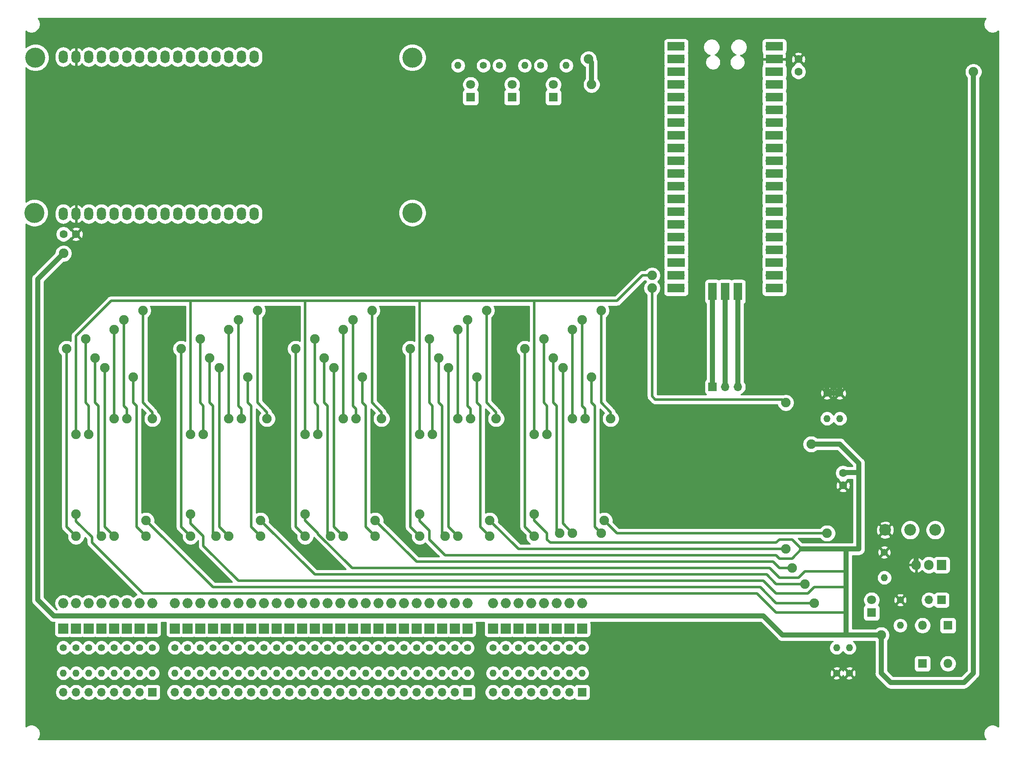
<source format=gbr>
%TF.GenerationSoftware,KiCad,Pcbnew,(5.1.10)-1*%
%TF.CreationDate,2021-08-27T16:10:24+02:00*%
%TF.ProjectId,LCD Bus Reader,4c434420-4275-4732-9052-65616465722e,rev?*%
%TF.SameCoordinates,Original*%
%TF.FileFunction,Copper,L1,Top*%
%TF.FilePolarity,Positive*%
%FSLAX46Y46*%
G04 Gerber Fmt 4.6, Leading zero omitted, Abs format (unit mm)*
G04 Created by KiCad (PCBNEW (5.1.10)-1) date 2021-08-27 16:10:24*
%MOMM*%
%LPD*%
G01*
G04 APERTURE LIST*
%TA.AperFunction,ComponentPad*%
%ADD10O,1.400000X1.400000*%
%TD*%
%TA.AperFunction,ComponentPad*%
%ADD11C,1.400000*%
%TD*%
%TA.AperFunction,ComponentPad*%
%ADD12O,1.800000X2.600000*%
%TD*%
%TA.AperFunction,ComponentPad*%
%ADD13C,4.000000*%
%TD*%
%TA.AperFunction,ComponentPad*%
%ADD14O,2.000000X2.000000*%
%TD*%
%TA.AperFunction,ComponentPad*%
%ADD15R,2.000000X2.000000*%
%TD*%
%TA.AperFunction,ComponentPad*%
%ADD16C,1.800000*%
%TD*%
%TA.AperFunction,ComponentPad*%
%ADD17R,1.800000X1.800000*%
%TD*%
%TA.AperFunction,ComponentPad*%
%ADD18C,1.600000*%
%TD*%
%TA.AperFunction,ComponentPad*%
%ADD19O,1.700000X1.700000*%
%TD*%
%TA.AperFunction,ComponentPad*%
%ADD20R,1.700000X1.700000*%
%TD*%
%TA.AperFunction,SMDPad,CuDef*%
%ADD21R,1.700000X3.500000*%
%TD*%
%TA.AperFunction,SMDPad,CuDef*%
%ADD22R,3.500000X1.700000*%
%TD*%
%TA.AperFunction,ComponentPad*%
%ADD23O,1.905000X2.000000*%
%TD*%
%TA.AperFunction,ComponentPad*%
%ADD24R,1.905000X2.000000*%
%TD*%
%TA.AperFunction,ComponentPad*%
%ADD25O,1.800000X1.800000*%
%TD*%
%TA.AperFunction,ComponentPad*%
%ADD26C,2.340000*%
%TD*%
%TA.AperFunction,ViaPad*%
%ADD27C,1.905000*%
%TD*%
%TA.AperFunction,Conductor*%
%ADD28C,1.000000*%
%TD*%
%TA.AperFunction,Conductor*%
%ADD29C,0.500000*%
%TD*%
%TA.AperFunction,Conductor*%
%ADD30C,0.254000*%
%TD*%
%TA.AperFunction,Conductor*%
%ADD31C,0.100000*%
%TD*%
G04 APERTURE END LIST*
D10*
%TO.P,R49,2*%
%TO.N,/CE7*%
X211455000Y-97155000D03*
D11*
%TO.P,R49,1*%
%TO.N,/5V*%
X211455000Y-92075000D03*
%TD*%
D10*
%TO.P,R48,2*%
%TO.N,/CE6*%
X213360000Y-142875000D03*
D11*
%TO.P,R48,1*%
%TO.N,/5V*%
X213360000Y-147955000D03*
%TD*%
D10*
%TO.P,R47,2*%
%TO.N,/CE5*%
X210820000Y-142875000D03*
D11*
%TO.P,R47,1*%
%TO.N,/5V*%
X210820000Y-147955000D03*
%TD*%
D10*
%TO.P,R46,2*%
%TO.N,/DET3*%
X208915000Y-97155000D03*
D11*
%TO.P,R46,1*%
%TO.N,/5V*%
X208915000Y-92075000D03*
%TD*%
D12*
%TO.P,U2,5*%
%TO.N,/RW*%
X66674000Y-56285000D03*
%TO.P,U2,14*%
%TO.N,/DB7*%
X89534000Y-56285000D03*
%TO.P,U2,13*%
%TO.N,/DB6*%
X86999080Y-56287540D03*
%TO.P,U2,15*%
%TO.N,Net-(U2-Pad15)*%
X92074000Y-56285000D03*
%TO.P,U2,2*%
%TO.N,/5V*%
X59054000Y-56285000D03*
%TO.P,U2,8*%
%TO.N,/DB1*%
X74294000Y-56285000D03*
%TO.P,U2,3*%
%TO.N,/V0*%
X61594000Y-56285000D03*
%TO.P,U2,16*%
%TO.N,Net-(U2-Pad16)*%
X94619080Y-56287540D03*
%TO.P,U2,9*%
%TO.N,/DB2*%
X76834000Y-56285000D03*
%TO.P,U2,6*%
%TO.N,/E*%
X69214000Y-56285000D03*
%TO.P,U2,1*%
%TO.N,/1.6V*%
X56514000Y-56285000D03*
%TO.P,U2,4*%
%TO.N,/RS*%
X64134000Y-56285000D03*
%TO.P,U2,12*%
%TO.N,/DB5*%
X84454000Y-56285000D03*
%TO.P,U2,11*%
%TO.N,/DB4*%
X81914000Y-56285000D03*
%TO.P,U2,7*%
%TO.N,/DB0*%
X71754000Y-56285000D03*
%TO.P,U2,10*%
%TO.N,/DB3*%
X79374000Y-56285000D03*
D13*
%TO.P,U2,*%
%TO.N,*%
X50934000Y-25082000D03*
X50754000Y-56082000D03*
X126174000Y-56082000D03*
X126174000Y-25082000D03*
D12*
%TO.P,U2,16*%
%TO.N,Net-(U2-Pad16)*%
X94619080Y-24934540D03*
%TO.P,U2,15*%
%TO.N,Net-(U2-Pad15)*%
X92074000Y-24932000D03*
%TO.P,U2,14*%
%TO.N,/DB7*%
X89534000Y-24932000D03*
%TO.P,U2,13*%
%TO.N,/DB6*%
X86999080Y-24934540D03*
%TO.P,U2,12*%
%TO.N,/DB5*%
X84454000Y-24932000D03*
%TO.P,U2,11*%
%TO.N,/DB4*%
X81914000Y-24932000D03*
%TO.P,U2,10*%
%TO.N,/DB3*%
X79374000Y-24932000D03*
%TO.P,U2,9*%
%TO.N,/DB2*%
X76834000Y-24932000D03*
%TO.P,U2,8*%
%TO.N,/DB1*%
X74294000Y-24932000D03*
%TO.P,U2,7*%
%TO.N,/DB0*%
X71754000Y-24932000D03*
%TO.P,U2,6*%
%TO.N,/E*%
X69214000Y-24932000D03*
%TO.P,U2,5*%
%TO.N,/RW*%
X66674000Y-24932000D03*
%TO.P,U2,4*%
%TO.N,/RS*%
X64134000Y-24932000D03*
%TO.P,U2,3*%
%TO.N,/V0*%
X61594000Y-24932000D03*
%TO.P,U2,2*%
%TO.N,/5V*%
X59054000Y-24932000D03*
%TO.P,U2,1*%
%TO.N,/1.6V*%
X56514000Y-24932000D03*
%TD*%
D14*
%TO.P,D46,2*%
%TO.N,/P40*%
X142240000Y-133985000D03*
D15*
%TO.P,D46,1*%
%TO.N,Net-(D46-Pad1)*%
X142240000Y-139065000D03*
%TD*%
D14*
%TO.P,D45,2*%
%TO.N,/P39*%
X144780000Y-133985000D03*
D15*
%TO.P,D45,1*%
%TO.N,Net-(D45-Pad1)*%
X144780000Y-139065000D03*
%TD*%
D14*
%TO.P,D44,2*%
%TO.N,/P38*%
X147320000Y-133985000D03*
D15*
%TO.P,D44,1*%
%TO.N,Net-(D44-Pad1)*%
X147320000Y-139065000D03*
%TD*%
D14*
%TO.P,D43,2*%
%TO.N,/P37*%
X149860000Y-133985000D03*
D15*
%TO.P,D43,1*%
%TO.N,Net-(D43-Pad1)*%
X149860000Y-139065000D03*
%TD*%
D14*
%TO.P,D42,2*%
%TO.N,/P36*%
X152400000Y-133985000D03*
D15*
%TO.P,D42,1*%
%TO.N,Net-(D42-Pad1)*%
X152400000Y-139065000D03*
%TD*%
D14*
%TO.P,D41,2*%
%TO.N,/P35*%
X154940000Y-133985000D03*
D15*
%TO.P,D41,1*%
%TO.N,Net-(D41-Pad1)*%
X154940000Y-139065000D03*
%TD*%
D14*
%TO.P,D40,2*%
%TO.N,/P34*%
X157480000Y-133985000D03*
D15*
%TO.P,D40,1*%
%TO.N,Net-(D40-Pad1)*%
X157480000Y-139065000D03*
%TD*%
D14*
%TO.P,D39,2*%
%TO.N,/P33*%
X160020000Y-133985000D03*
D15*
%TO.P,D39,1*%
%TO.N,Net-(D39-Pad1)*%
X160020000Y-139065000D03*
%TD*%
D14*
%TO.P,D38,2*%
%TO.N,/P32*%
X56515000Y-133985000D03*
D15*
%TO.P,D38,1*%
%TO.N,Net-(D38-Pad1)*%
X56515000Y-139065000D03*
%TD*%
D14*
%TO.P,D37,2*%
%TO.N,/P31*%
X59055000Y-133985000D03*
D15*
%TO.P,D37,1*%
%TO.N,Net-(D37-Pad1)*%
X59055000Y-139065000D03*
%TD*%
D14*
%TO.P,D36,2*%
%TO.N,/P30*%
X61595000Y-133985000D03*
D15*
%TO.P,D36,1*%
%TO.N,Net-(D36-Pad1)*%
X61595000Y-139065000D03*
%TD*%
D14*
%TO.P,D35,2*%
%TO.N,/P29*%
X64135000Y-133985000D03*
D15*
%TO.P,D35,1*%
%TO.N,Net-(D35-Pad1)*%
X64135000Y-139065000D03*
%TD*%
D14*
%TO.P,D34,2*%
%TO.N,/P28*%
X66675000Y-133985000D03*
D15*
%TO.P,D34,1*%
%TO.N,Net-(D34-Pad1)*%
X66675000Y-139065000D03*
%TD*%
D14*
%TO.P,D33,2*%
%TO.N,/P27*%
X69215000Y-133985000D03*
D15*
%TO.P,D33,1*%
%TO.N,Net-(D33-Pad1)*%
X69215000Y-139065000D03*
%TD*%
D14*
%TO.P,D32,2*%
%TO.N,/P26*%
X71755000Y-133985000D03*
D15*
%TO.P,D32,1*%
%TO.N,Net-(D32-Pad1)*%
X71755000Y-139065000D03*
%TD*%
D14*
%TO.P,D31,2*%
%TO.N,/P25*%
X74295000Y-133985000D03*
D15*
%TO.P,D31,1*%
%TO.N,Net-(D31-Pad1)*%
X74295000Y-139065000D03*
%TD*%
D14*
%TO.P,D30,2*%
%TO.N,/P24*%
X78740000Y-133985000D03*
D15*
%TO.P,D30,1*%
%TO.N,Net-(D30-Pad1)*%
X78740000Y-139065000D03*
%TD*%
D14*
%TO.P,D29,2*%
%TO.N,/P23*%
X81280000Y-133985000D03*
D15*
%TO.P,D29,1*%
%TO.N,Net-(D29-Pad1)*%
X81280000Y-139065000D03*
%TD*%
D14*
%TO.P,D28,2*%
%TO.N,/P22*%
X83820000Y-133985000D03*
D15*
%TO.P,D28,1*%
%TO.N,Net-(D28-Pad1)*%
X83820000Y-139065000D03*
%TD*%
D14*
%TO.P,D27,2*%
%TO.N,/P21*%
X86360000Y-133985000D03*
D15*
%TO.P,D27,1*%
%TO.N,Net-(D27-Pad1)*%
X86360000Y-139065000D03*
%TD*%
D14*
%TO.P,D26,2*%
%TO.N,/P20*%
X88900000Y-133985000D03*
D15*
%TO.P,D26,1*%
%TO.N,Net-(D26-Pad1)*%
X88900000Y-139065000D03*
%TD*%
D14*
%TO.P,D25,2*%
%TO.N,/P19*%
X91440000Y-133985000D03*
D15*
%TO.P,D25,1*%
%TO.N,Net-(D25-Pad1)*%
X91440000Y-139065000D03*
%TD*%
D14*
%TO.P,D24,2*%
%TO.N,/P18*%
X93980000Y-133985000D03*
D15*
%TO.P,D24,1*%
%TO.N,Net-(D24-Pad1)*%
X93980000Y-139065000D03*
%TD*%
D14*
%TO.P,D23,2*%
%TO.N,/P17*%
X96520000Y-133985000D03*
D15*
%TO.P,D23,1*%
%TO.N,Net-(D23-Pad1)*%
X96520000Y-139065000D03*
%TD*%
D14*
%TO.P,D22,2*%
%TO.N,/P16*%
X99060000Y-133985000D03*
D15*
%TO.P,D22,1*%
%TO.N,Net-(D22-Pad1)*%
X99060000Y-139065000D03*
%TD*%
D14*
%TO.P,D21,2*%
%TO.N,/P15*%
X101600000Y-133985000D03*
D15*
%TO.P,D21,1*%
%TO.N,Net-(D21-Pad1)*%
X101600000Y-139065000D03*
%TD*%
D14*
%TO.P,D20,2*%
%TO.N,/P14*%
X104140000Y-133985000D03*
D15*
%TO.P,D20,1*%
%TO.N,Net-(D20-Pad1)*%
X104140000Y-139065000D03*
%TD*%
D14*
%TO.P,D19,2*%
%TO.N,/P13*%
X106680000Y-133985000D03*
D15*
%TO.P,D19,1*%
%TO.N,Net-(D19-Pad1)*%
X106680000Y-139065000D03*
%TD*%
D14*
%TO.P,D18,2*%
%TO.N,/P12*%
X109220000Y-133985000D03*
D15*
%TO.P,D18,1*%
%TO.N,Net-(D18-Pad1)*%
X109220000Y-139065000D03*
%TD*%
D14*
%TO.P,D17,2*%
%TO.N,/P11*%
X111760000Y-133985000D03*
D15*
%TO.P,D17,1*%
%TO.N,Net-(D17-Pad1)*%
X111760000Y-139065000D03*
%TD*%
D14*
%TO.P,D16,2*%
%TO.N,/P10*%
X114300000Y-133985000D03*
D15*
%TO.P,D16,1*%
%TO.N,Net-(D16-Pad1)*%
X114300000Y-139065000D03*
%TD*%
D14*
%TO.P,D15,2*%
%TO.N,/P9*%
X116840000Y-133985000D03*
D15*
%TO.P,D15,1*%
%TO.N,Net-(D15-Pad1)*%
X116840000Y-139065000D03*
%TD*%
D14*
%TO.P,D14,2*%
%TO.N,/P8*%
X119380000Y-133985000D03*
D15*
%TO.P,D14,1*%
%TO.N,Net-(D14-Pad1)*%
X119380000Y-139065000D03*
%TD*%
D14*
%TO.P,D13,2*%
%TO.N,/P7*%
X121920000Y-133985000D03*
D15*
%TO.P,D13,1*%
%TO.N,Net-(D13-Pad1)*%
X121920000Y-139065000D03*
%TD*%
D14*
%TO.P,D12,2*%
%TO.N,/P6*%
X124460000Y-133985000D03*
D15*
%TO.P,D12,1*%
%TO.N,Net-(D12-Pad1)*%
X124460000Y-139065000D03*
%TD*%
D14*
%TO.P,D11,2*%
%TO.N,/P5*%
X127000000Y-133985000D03*
D15*
%TO.P,D11,1*%
%TO.N,Net-(D11-Pad1)*%
X127000000Y-139065000D03*
%TD*%
D14*
%TO.P,D10,2*%
%TO.N,/P4*%
X129540000Y-133985000D03*
D15*
%TO.P,D10,1*%
%TO.N,Net-(D10-Pad1)*%
X129540000Y-139065000D03*
%TD*%
D14*
%TO.P,D9,2*%
%TO.N,/P3*%
X132080000Y-133985000D03*
D15*
%TO.P,D9,1*%
%TO.N,Net-(D9-Pad1)*%
X132080000Y-139065000D03*
%TD*%
D14*
%TO.P,D8,2*%
%TO.N,/P2*%
X134620000Y-133985000D03*
D15*
%TO.P,D8,1*%
%TO.N,Net-(D8-Pad1)*%
X134620000Y-139065000D03*
%TD*%
D14*
%TO.P,D7,2*%
%TO.N,/P1*%
X137160000Y-133985000D03*
D15*
%TO.P,D7,1*%
%TO.N,Net-(D7-Pad1)*%
X137160000Y-139065000D03*
%TD*%
D10*
%TO.P,R45,2*%
%TO.N,Net-(D6-Pad2)*%
X135255000Y-26670000D03*
D11*
%TO.P,R45,1*%
%TO.N,Net-(R45-Pad1)*%
X140335000Y-26670000D03*
%TD*%
D10*
%TO.P,R44,2*%
%TO.N,Net-(R44-Pad2)*%
X148590000Y-26670000D03*
D11*
%TO.P,R44,1*%
%TO.N,Net-(D5-Pad2)*%
X143510000Y-26670000D03*
%TD*%
D10*
%TO.P,R43,2*%
%TO.N,Net-(R43-Pad2)*%
X156845000Y-26670000D03*
D11*
%TO.P,R43,1*%
%TO.N,Net-(D4-Pad2)*%
X151765000Y-26670000D03*
%TD*%
D16*
%TO.P,D6,2*%
%TO.N,Net-(D6-Pad2)*%
X137795000Y-30480000D03*
D17*
%TO.P,D6,1*%
%TO.N,/1.6V*%
X137795000Y-33020000D03*
%TD*%
D16*
%TO.P,D5,2*%
%TO.N,Net-(D5-Pad2)*%
X146050000Y-30480000D03*
D17*
%TO.P,D5,1*%
%TO.N,/1.6V*%
X146050000Y-33020000D03*
%TD*%
D16*
%TO.P,D4,2*%
%TO.N,Net-(D4-Pad2)*%
X154305000Y-30480000D03*
D17*
%TO.P,D4,1*%
%TO.N,/1.6V*%
X154305000Y-33020000D03*
%TD*%
D18*
%TO.P,C1,2*%
%TO.N,/1.6V*%
X56555000Y-60325000D03*
%TO.P,C1,1*%
%TO.N,/5V*%
X59055000Y-60325000D03*
%TD*%
D10*
%TO.P,R42,2*%
%TO.N,Net-(J5-Pad8)*%
X142240000Y-147955000D03*
D11*
%TO.P,R42,1*%
%TO.N,Net-(D46-Pad1)*%
X142240000Y-142875000D03*
%TD*%
D10*
%TO.P,R41,2*%
%TO.N,Net-(J5-Pad7)*%
X144780000Y-147955000D03*
D11*
%TO.P,R41,1*%
%TO.N,Net-(D45-Pad1)*%
X144780000Y-142875000D03*
%TD*%
D10*
%TO.P,R40,2*%
%TO.N,Net-(J5-Pad6)*%
X147320000Y-147955000D03*
D11*
%TO.P,R40,1*%
%TO.N,Net-(D44-Pad1)*%
X147320000Y-142875000D03*
%TD*%
D10*
%TO.P,R39,2*%
%TO.N,Net-(J5-Pad5)*%
X149860000Y-147955000D03*
D11*
%TO.P,R39,1*%
%TO.N,Net-(D43-Pad1)*%
X149860000Y-142875000D03*
%TD*%
D10*
%TO.P,R38,2*%
%TO.N,Net-(J5-Pad4)*%
X152400000Y-147955000D03*
D11*
%TO.P,R38,1*%
%TO.N,Net-(D42-Pad1)*%
X152400000Y-142875000D03*
%TD*%
D10*
%TO.P,R37,2*%
%TO.N,Net-(J5-Pad3)*%
X154940000Y-147955000D03*
D11*
%TO.P,R37,1*%
%TO.N,Net-(D41-Pad1)*%
X154940000Y-142875000D03*
%TD*%
D10*
%TO.P,R36,2*%
%TO.N,Net-(J5-Pad2)*%
X157480000Y-147955000D03*
D11*
%TO.P,R36,1*%
%TO.N,Net-(D40-Pad1)*%
X157480000Y-142875000D03*
%TD*%
D10*
%TO.P,R35,2*%
%TO.N,Net-(J5-Pad1)*%
X160020000Y-147955000D03*
D11*
%TO.P,R35,1*%
%TO.N,Net-(D39-Pad1)*%
X160020000Y-142875000D03*
%TD*%
D19*
%TO.P,J5,8*%
%TO.N,Net-(J5-Pad8)*%
X142240000Y-151765000D03*
%TO.P,J5,7*%
%TO.N,Net-(J5-Pad7)*%
X144780000Y-151765000D03*
%TO.P,J5,6*%
%TO.N,Net-(J5-Pad6)*%
X147320000Y-151765000D03*
%TO.P,J5,5*%
%TO.N,Net-(J5-Pad5)*%
X149860000Y-151765000D03*
%TO.P,J5,4*%
%TO.N,Net-(J5-Pad4)*%
X152400000Y-151765000D03*
%TO.P,J5,3*%
%TO.N,Net-(J5-Pad3)*%
X154940000Y-151765000D03*
%TO.P,J5,2*%
%TO.N,Net-(J5-Pad2)*%
X157480000Y-151765000D03*
D20*
%TO.P,J5,1*%
%TO.N,Net-(J5-Pad1)*%
X160020000Y-151765000D03*
%TD*%
D19*
%TO.P,J4,8*%
%TO.N,Net-(J4-Pad8)*%
X56515000Y-151765000D03*
%TO.P,J4,7*%
%TO.N,Net-(J4-Pad7)*%
X59055000Y-151765000D03*
%TO.P,J4,6*%
%TO.N,Net-(J4-Pad6)*%
X61595000Y-151765000D03*
%TO.P,J4,5*%
%TO.N,Net-(J4-Pad5)*%
X64135000Y-151765000D03*
%TO.P,J4,4*%
%TO.N,Net-(J4-Pad4)*%
X66675000Y-151765000D03*
%TO.P,J4,3*%
%TO.N,Net-(J4-Pad3)*%
X69215000Y-151765000D03*
%TO.P,J4,2*%
%TO.N,Net-(J4-Pad2)*%
X71755000Y-151765000D03*
D20*
%TO.P,J4,1*%
%TO.N,Net-(J4-Pad1)*%
X74295000Y-151765000D03*
%TD*%
D19*
%TO.P,J3,3*%
%TO.N,Net-(J3-Pad3)*%
X191135000Y-90805000D03*
%TO.P,J3,2*%
%TO.N,Net-(J3-Pad2)*%
X188595000Y-90805000D03*
D20*
%TO.P,J3,1*%
%TO.N,Net-(J3-Pad1)*%
X186055000Y-90805000D03*
%TD*%
D19*
%TO.P,J2,24*%
%TO.N,Net-(J2-Pad24)*%
X78740000Y-151765000D03*
%TO.P,J2,23*%
%TO.N,Net-(J2-Pad23)*%
X81280000Y-151765000D03*
%TO.P,J2,22*%
%TO.N,Net-(J2-Pad22)*%
X83820000Y-151765000D03*
%TO.P,J2,21*%
%TO.N,Net-(J2-Pad21)*%
X86360000Y-151765000D03*
%TO.P,J2,20*%
%TO.N,Net-(J2-Pad20)*%
X88900000Y-151765000D03*
%TO.P,J2,19*%
%TO.N,Net-(J2-Pad19)*%
X91440000Y-151765000D03*
%TO.P,J2,18*%
%TO.N,Net-(J2-Pad18)*%
X93980000Y-151765000D03*
%TO.P,J2,17*%
%TO.N,Net-(J2-Pad17)*%
X96520000Y-151765000D03*
%TO.P,J2,16*%
%TO.N,Net-(J2-Pad16)*%
X99060000Y-151765000D03*
%TO.P,J2,15*%
%TO.N,Net-(J2-Pad15)*%
X101600000Y-151765000D03*
%TO.P,J2,14*%
%TO.N,Net-(J2-Pad14)*%
X104140000Y-151765000D03*
%TO.P,J2,13*%
%TO.N,Net-(J2-Pad13)*%
X106680000Y-151765000D03*
%TO.P,J2,12*%
%TO.N,Net-(J2-Pad12)*%
X109220000Y-151765000D03*
%TO.P,J2,11*%
%TO.N,Net-(J2-Pad11)*%
X111760000Y-151765000D03*
%TO.P,J2,10*%
%TO.N,Net-(J2-Pad10)*%
X114300000Y-151765000D03*
%TO.P,J2,9*%
%TO.N,Net-(J2-Pad9)*%
X116840000Y-151765000D03*
%TO.P,J2,8*%
%TO.N,Net-(J2-Pad8)*%
X119380000Y-151765000D03*
%TO.P,J2,7*%
%TO.N,Net-(J2-Pad7)*%
X121920000Y-151765000D03*
%TO.P,J2,6*%
%TO.N,Net-(J2-Pad6)*%
X124460000Y-151765000D03*
%TO.P,J2,5*%
%TO.N,Net-(J2-Pad5)*%
X127000000Y-151765000D03*
%TO.P,J2,4*%
%TO.N,Net-(J2-Pad4)*%
X129540000Y-151765000D03*
%TO.P,J2,3*%
%TO.N,Net-(J2-Pad3)*%
X132080000Y-151765000D03*
%TO.P,J2,2*%
%TO.N,Net-(J2-Pad2)*%
X134620000Y-151765000D03*
D20*
%TO.P,J2,1*%
%TO.N,Net-(J2-Pad1)*%
X137160000Y-151765000D03*
%TD*%
D19*
%TO.P,U1,43*%
%TO.N,Net-(J3-Pad3)*%
X191135000Y-70890000D03*
D21*
X191135000Y-71790000D03*
D20*
%TO.P,U1,42*%
%TO.N,Net-(J3-Pad2)*%
X188595000Y-70890000D03*
D21*
X188595000Y-71790000D03*
D19*
%TO.P,U1,41*%
%TO.N,Net-(J3-Pad1)*%
X186055000Y-70890000D03*
D21*
X186055000Y-71790000D03*
D22*
%TO.P,U1,21*%
%TO.N,/L7*%
X198385000Y-71120000D03*
%TO.P,U1,22*%
%TO.N,/L6*%
X198385000Y-68580000D03*
%TO.P,U1,23*%
%TO.N,/1.6V*%
X198385000Y-66040000D03*
%TO.P,U1,24*%
%TO.N,/L5*%
X198385000Y-63500000D03*
%TO.P,U1,25*%
%TO.N,/L4*%
X198385000Y-60960000D03*
%TO.P,U1,26*%
%TO.N,/L3*%
X198385000Y-58420000D03*
%TO.P,U1,27*%
%TO.N,/L2*%
X198385000Y-55880000D03*
%TO.P,U1,28*%
%TO.N,/1.6V*%
X198385000Y-53340000D03*
%TO.P,U1,29*%
%TO.N,/L1*%
X198385000Y-50800000D03*
%TO.P,U1,30*%
%TO.N,Net-(U1-Pad30)*%
X198385000Y-48260000D03*
%TO.P,U1,31*%
%TO.N,/L0*%
X198385000Y-45720000D03*
%TO.P,U1,32*%
%TO.N,/CS1*%
X198385000Y-43180000D03*
%TO.P,U1,33*%
%TO.N,/1.6V*%
X198385000Y-40640000D03*
%TO.P,U1,34*%
%TO.N,/CS2*%
X198385000Y-38100000D03*
%TO.P,U1,35*%
%TO.N,Net-(U1-Pad35)*%
X198385000Y-35560000D03*
%TO.P,U1,36*%
%TO.N,Net-(U1-Pad36)*%
X198385000Y-33020000D03*
%TO.P,U1,37*%
%TO.N,Net-(U1-Pad37)*%
X198385000Y-30480000D03*
%TO.P,U1,38*%
%TO.N,/1.6V*%
X198385000Y-27940000D03*
%TO.P,U1,39*%
%TO.N,/5V*%
X198385000Y-25400000D03*
%TO.P,U1,40*%
%TO.N,Net-(U1-Pad40)*%
X198385000Y-22860000D03*
%TO.P,U1,20*%
%TO.N,/CS0*%
X178805000Y-71120000D03*
%TO.P,U1,19*%
%TO.N,/LE*%
X178805000Y-68580000D03*
%TO.P,U1,18*%
%TO.N,Net-(U1-Pad18)*%
X178805000Y-66040000D03*
%TO.P,U1,17*%
%TO.N,/RS*%
X178805000Y-63500000D03*
%TO.P,U1,16*%
%TO.N,/RW*%
X178805000Y-60960000D03*
%TO.P,U1,15*%
%TO.N,/E*%
X178805000Y-58420000D03*
%TO.P,U1,14*%
%TO.N,/DB0*%
X178805000Y-55880000D03*
%TO.P,U1,13*%
%TO.N,Net-(U1-Pad13)*%
X178805000Y-53340000D03*
%TO.P,U1,12*%
%TO.N,/DB1*%
X178805000Y-50800000D03*
%TO.P,U1,11*%
%TO.N,/DB2*%
X178805000Y-48260000D03*
%TO.P,U1,10*%
%TO.N,/DB3*%
X178805000Y-45720000D03*
%TO.P,U1,9*%
%TO.N,/DB4*%
X178805000Y-43180000D03*
%TO.P,U1,8*%
%TO.N,Net-(U1-Pad8)*%
X178805000Y-40640000D03*
%TO.P,U1,7*%
%TO.N,/DB5*%
X178805000Y-38100000D03*
%TO.P,U1,6*%
%TO.N,/DB6*%
X178805000Y-35560000D03*
%TO.P,U1,5*%
%TO.N,/DB7*%
X178805000Y-33020000D03*
%TO.P,U1,4*%
%TO.N,Net-(R43-Pad2)*%
X178805000Y-30480000D03*
%TO.P,U1,3*%
%TO.N,/1.6V*%
X178805000Y-27940000D03*
%TO.P,U1,2*%
%TO.N,Net-(R44-Pad2)*%
X178805000Y-25400000D03*
%TO.P,U1,1*%
%TO.N,Net-(R45-Pad1)*%
X178805000Y-22860000D03*
D19*
%TO.P,U1,40*%
%TO.N,Net-(U1-Pad40)*%
X197485000Y-22860000D03*
%TO.P,U1,39*%
%TO.N,/5V*%
X197485000Y-25400000D03*
D20*
%TO.P,U1,38*%
%TO.N,/1.6V*%
X197485000Y-27940000D03*
D19*
%TO.P,U1,37*%
%TO.N,Net-(U1-Pad37)*%
X197485000Y-30480000D03*
%TO.P,U1,36*%
%TO.N,Net-(U1-Pad36)*%
X197485000Y-33020000D03*
%TO.P,U1,35*%
%TO.N,Net-(U1-Pad35)*%
X197485000Y-35560000D03*
%TO.P,U1,34*%
%TO.N,/CS2*%
X197485000Y-38100000D03*
D20*
%TO.P,U1,33*%
%TO.N,/1.6V*%
X197485000Y-40640000D03*
D19*
%TO.P,U1,32*%
%TO.N,/CS1*%
X197485000Y-43180000D03*
%TO.P,U1,31*%
%TO.N,/L0*%
X197485000Y-45720000D03*
%TO.P,U1,30*%
%TO.N,Net-(U1-Pad30)*%
X197485000Y-48260000D03*
%TO.P,U1,29*%
%TO.N,/L1*%
X197485000Y-50800000D03*
D20*
%TO.P,U1,28*%
%TO.N,/1.6V*%
X197485000Y-53340000D03*
D19*
%TO.P,U1,27*%
%TO.N,/L2*%
X197485000Y-55880000D03*
%TO.P,U1,26*%
%TO.N,/L3*%
X197485000Y-58420000D03*
%TO.P,U1,25*%
%TO.N,/L4*%
X197485000Y-60960000D03*
%TO.P,U1,24*%
%TO.N,/L5*%
X197485000Y-63500000D03*
D20*
%TO.P,U1,23*%
%TO.N,/1.6V*%
X197485000Y-66040000D03*
D19*
%TO.P,U1,22*%
%TO.N,/L6*%
X197485000Y-68580000D03*
%TO.P,U1,21*%
%TO.N,/L7*%
X197485000Y-71120000D03*
%TO.P,U1,20*%
%TO.N,/CS0*%
X179705000Y-71120000D03*
%TO.P,U1,19*%
%TO.N,/LE*%
X179705000Y-68580000D03*
D20*
%TO.P,U1,18*%
%TO.N,Net-(U1-Pad18)*%
X179705000Y-66040000D03*
D19*
%TO.P,U1,17*%
%TO.N,/RS*%
X179705000Y-63500000D03*
%TO.P,U1,16*%
%TO.N,/RW*%
X179705000Y-60960000D03*
%TO.P,U1,15*%
%TO.N,/E*%
X179705000Y-58420000D03*
%TO.P,U1,14*%
%TO.N,/DB0*%
X179705000Y-55880000D03*
D20*
%TO.P,U1,13*%
%TO.N,Net-(U1-Pad13)*%
X179705000Y-53340000D03*
D19*
%TO.P,U1,12*%
%TO.N,/DB1*%
X179705000Y-50800000D03*
%TO.P,U1,11*%
%TO.N,/DB2*%
X179705000Y-48260000D03*
%TO.P,U1,10*%
%TO.N,/DB3*%
X179705000Y-45720000D03*
%TO.P,U1,9*%
%TO.N,/DB4*%
X179705000Y-43180000D03*
D20*
%TO.P,U1,8*%
%TO.N,Net-(U1-Pad8)*%
X179705000Y-40640000D03*
D19*
%TO.P,U1,7*%
%TO.N,/DB5*%
X179705000Y-38100000D03*
%TO.P,U1,6*%
%TO.N,/DB6*%
X179705000Y-35560000D03*
%TO.P,U1,5*%
%TO.N,/DB7*%
X179705000Y-33020000D03*
%TO.P,U1,4*%
%TO.N,Net-(R43-Pad2)*%
X179705000Y-30480000D03*
D20*
%TO.P,U1,3*%
%TO.N,/1.6V*%
X179705000Y-27940000D03*
D19*
%TO.P,U1,2*%
%TO.N,Net-(R44-Pad2)*%
X179705000Y-25400000D03*
%TO.P,U1,1*%
%TO.N,Net-(R45-Pad1)*%
X179705000Y-22860000D03*
%TD*%
D23*
%TO.P,U3,3*%
%TO.N,/5V*%
X226695000Y-126365000D03*
%TO.P,U3,2*%
%TO.N,/0V*%
X229235000Y-126365000D03*
D24*
%TO.P,U3,1*%
%TO.N,+12V*%
X231775000Y-126365000D03*
%TD*%
D10*
%TO.P,R34,2*%
%TO.N,Net-(J4-Pad8)*%
X56515000Y-147955000D03*
D11*
%TO.P,R34,1*%
%TO.N,Net-(D38-Pad1)*%
X56515000Y-142875000D03*
%TD*%
D10*
%TO.P,R33,2*%
%TO.N,Net-(J4-Pad7)*%
X59055000Y-147955000D03*
D11*
%TO.P,R33,1*%
%TO.N,Net-(D37-Pad1)*%
X59055000Y-142875000D03*
%TD*%
D10*
%TO.P,R32,2*%
%TO.N,Net-(J4-Pad6)*%
X61595000Y-147955000D03*
D11*
%TO.P,R32,1*%
%TO.N,Net-(D36-Pad1)*%
X61595000Y-142875000D03*
%TD*%
D10*
%TO.P,R31,2*%
%TO.N,Net-(J4-Pad5)*%
X64135000Y-147955000D03*
D11*
%TO.P,R31,1*%
%TO.N,Net-(D35-Pad1)*%
X64135000Y-142875000D03*
%TD*%
D10*
%TO.P,R30,2*%
%TO.N,Net-(J4-Pad4)*%
X66675000Y-147955000D03*
D11*
%TO.P,R30,1*%
%TO.N,Net-(D34-Pad1)*%
X66675000Y-142875000D03*
%TD*%
D10*
%TO.P,R29,2*%
%TO.N,Net-(J4-Pad3)*%
X69215000Y-147955000D03*
D11*
%TO.P,R29,1*%
%TO.N,Net-(D33-Pad1)*%
X69215000Y-142875000D03*
%TD*%
D10*
%TO.P,R28,2*%
%TO.N,Net-(J4-Pad2)*%
X71755000Y-147955000D03*
D11*
%TO.P,R28,1*%
%TO.N,Net-(D32-Pad1)*%
X71755000Y-142875000D03*
%TD*%
D10*
%TO.P,R27,2*%
%TO.N,Net-(J4-Pad1)*%
X74295000Y-147955000D03*
D11*
%TO.P,R27,1*%
%TO.N,Net-(D31-Pad1)*%
X74295000Y-142875000D03*
%TD*%
D10*
%TO.P,R26,2*%
%TO.N,Net-(J2-Pad24)*%
X78740000Y-147955000D03*
D11*
%TO.P,R26,1*%
%TO.N,Net-(D30-Pad1)*%
X78740000Y-142875000D03*
%TD*%
D10*
%TO.P,R25,2*%
%TO.N,Net-(J2-Pad23)*%
X81280000Y-147955000D03*
D11*
%TO.P,R25,1*%
%TO.N,Net-(D29-Pad1)*%
X81280000Y-142875000D03*
%TD*%
D10*
%TO.P,R24,2*%
%TO.N,Net-(J2-Pad22)*%
X83820000Y-147955000D03*
D11*
%TO.P,R24,1*%
%TO.N,Net-(D28-Pad1)*%
X83820000Y-142875000D03*
%TD*%
D10*
%TO.P,R23,2*%
%TO.N,Net-(J2-Pad21)*%
X86360000Y-147955000D03*
D11*
%TO.P,R23,1*%
%TO.N,Net-(D27-Pad1)*%
X86360000Y-142875000D03*
%TD*%
D10*
%TO.P,R22,2*%
%TO.N,Net-(J2-Pad20)*%
X88900000Y-147955000D03*
D11*
%TO.P,R22,1*%
%TO.N,Net-(D26-Pad1)*%
X88900000Y-142875000D03*
%TD*%
D10*
%TO.P,R21,2*%
%TO.N,Net-(J2-Pad19)*%
X91440000Y-147955000D03*
D11*
%TO.P,R21,1*%
%TO.N,Net-(D25-Pad1)*%
X91440000Y-142875000D03*
%TD*%
D10*
%TO.P,R20,2*%
%TO.N,Net-(J2-Pad18)*%
X93980000Y-147955000D03*
D11*
%TO.P,R20,1*%
%TO.N,Net-(D24-Pad1)*%
X93980000Y-142875000D03*
%TD*%
D10*
%TO.P,R19,2*%
%TO.N,Net-(J2-Pad17)*%
X96520000Y-147955000D03*
D11*
%TO.P,R19,1*%
%TO.N,Net-(D23-Pad1)*%
X96520000Y-142875000D03*
%TD*%
D10*
%TO.P,R18,2*%
%TO.N,Net-(J2-Pad16)*%
X99060000Y-147955000D03*
D11*
%TO.P,R18,1*%
%TO.N,Net-(D22-Pad1)*%
X99060000Y-142875000D03*
%TD*%
D10*
%TO.P,R17,2*%
%TO.N,Net-(J2-Pad15)*%
X101600000Y-147955000D03*
D11*
%TO.P,R17,1*%
%TO.N,Net-(D21-Pad1)*%
X101600000Y-142875000D03*
%TD*%
D10*
%TO.P,R16,2*%
%TO.N,Net-(J2-Pad14)*%
X104140000Y-147955000D03*
D11*
%TO.P,R16,1*%
%TO.N,Net-(D20-Pad1)*%
X104140000Y-142875000D03*
%TD*%
D10*
%TO.P,R15,2*%
%TO.N,Net-(J2-Pad13)*%
X106680000Y-147955000D03*
D11*
%TO.P,R15,1*%
%TO.N,Net-(D19-Pad1)*%
X106680000Y-142875000D03*
%TD*%
D10*
%TO.P,R14,2*%
%TO.N,Net-(J2-Pad12)*%
X109220000Y-147955000D03*
D11*
%TO.P,R14,1*%
%TO.N,Net-(D18-Pad1)*%
X109220000Y-142875000D03*
%TD*%
D10*
%TO.P,R13,2*%
%TO.N,Net-(J2-Pad11)*%
X111760000Y-147955000D03*
D11*
%TO.P,R13,1*%
%TO.N,Net-(D17-Pad1)*%
X111760000Y-142875000D03*
%TD*%
D10*
%TO.P,R12,2*%
%TO.N,Net-(J2-Pad10)*%
X114300000Y-147955000D03*
D11*
%TO.P,R12,1*%
%TO.N,Net-(D16-Pad1)*%
X114300000Y-142875000D03*
%TD*%
D10*
%TO.P,R11,2*%
%TO.N,Net-(J2-Pad9)*%
X116840000Y-147955000D03*
D11*
%TO.P,R11,1*%
%TO.N,Net-(D15-Pad1)*%
X116840000Y-142875000D03*
%TD*%
D10*
%TO.P,R10,2*%
%TO.N,Net-(J2-Pad8)*%
X119380000Y-147955000D03*
D11*
%TO.P,R10,1*%
%TO.N,Net-(D14-Pad1)*%
X119380000Y-142875000D03*
%TD*%
D10*
%TO.P,R9,2*%
%TO.N,Net-(J2-Pad7)*%
X121920000Y-147955000D03*
D11*
%TO.P,R9,1*%
%TO.N,Net-(D13-Pad1)*%
X121920000Y-142875000D03*
%TD*%
D10*
%TO.P,R8,2*%
%TO.N,Net-(J2-Pad6)*%
X124460000Y-147955000D03*
D11*
%TO.P,R8,1*%
%TO.N,Net-(D12-Pad1)*%
X124460000Y-142875000D03*
%TD*%
D10*
%TO.P,R7,2*%
%TO.N,Net-(J2-Pad5)*%
X127000000Y-147955000D03*
D11*
%TO.P,R7,1*%
%TO.N,Net-(D11-Pad1)*%
X127000000Y-142875000D03*
%TD*%
D10*
%TO.P,R6,2*%
%TO.N,Net-(J2-Pad4)*%
X129540000Y-147955000D03*
D11*
%TO.P,R6,1*%
%TO.N,Net-(D10-Pad1)*%
X129540000Y-142875000D03*
%TD*%
D10*
%TO.P,R5,2*%
%TO.N,Net-(J2-Pad3)*%
X132080000Y-147955000D03*
D11*
%TO.P,R5,1*%
%TO.N,Net-(D9-Pad1)*%
X132080000Y-142875000D03*
%TD*%
D10*
%TO.P,R4,2*%
%TO.N,Net-(J2-Pad2)*%
X134620000Y-147955000D03*
D11*
%TO.P,R4,1*%
%TO.N,Net-(D8-Pad1)*%
X134620000Y-142875000D03*
%TD*%
D10*
%TO.P,R3,2*%
%TO.N,Net-(J2-Pad1)*%
X137160000Y-147955000D03*
D11*
%TO.P,R3,1*%
%TO.N,Net-(D7-Pad1)*%
X137160000Y-142875000D03*
%TD*%
D10*
%TO.P,R2,2*%
%TO.N,Net-(D3-Pad2)*%
X220345000Y-128905000D03*
D11*
%TO.P,R2,1*%
%TO.N,/5V*%
X220345000Y-123825000D03*
%TD*%
D16*
%TO.P,D3,2*%
%TO.N,Net-(D3-Pad2)*%
X217805000Y-133350000D03*
D17*
%TO.P,D3,1*%
%TO.N,/0V*%
X217805000Y-135890000D03*
%TD*%
D18*
%TO.P,C3,2*%
%TO.N,/1.6V*%
X212090000Y-107990000D03*
%TO.P,C3,1*%
%TO.N,/5V*%
X212090000Y-110490000D03*
%TD*%
%TO.P,C2,2*%
%TO.N,/1.6V*%
X203200000Y-27900000D03*
%TO.P,C2,1*%
%TO.N,/5V*%
X203200000Y-25400000D03*
%TD*%
D17*
%TO.P,D2,1*%
%TO.N,/0V*%
X233045000Y-138430000D03*
D25*
%TO.P,D2,2*%
%TO.N,Net-(D1-Pad1)*%
X233045000Y-146050000D03*
%TD*%
D11*
%TO.P,R1,1*%
%TO.N,/5V*%
X223520000Y-133350000D03*
D10*
%TO.P,R1,2*%
%TO.N,/1.6V*%
X223520000Y-138430000D03*
%TD*%
D26*
%TO.P,RV1,3*%
%TO.N,/5V*%
X220505000Y-119380000D03*
%TO.P,RV1,2*%
%TO.N,/V0*%
X225505000Y-119380000D03*
%TO.P,RV1,1*%
%TO.N,/0V*%
X230505000Y-119380000D03*
%TD*%
D25*
%TO.P,D1,2*%
%TO.N,/1.6V*%
X227965000Y-138430000D03*
D17*
%TO.P,D1,1*%
%TO.N,Net-(D1-Pad1)*%
X227965000Y-146050000D03*
%TD*%
D20*
%TO.P,J1,1*%
%TO.N,+12V*%
X231775000Y-133350000D03*
D19*
%TO.P,J1,2*%
%TO.N,/0V*%
X229235000Y-133350000D03*
%TD*%
D27*
%TO.N,/5V*%
X119380000Y-101600000D03*
X96520000Y-101600000D03*
X73660000Y-101600000D03*
X142240000Y-101600000D03*
X145415000Y-91440000D03*
X122555000Y-91440000D03*
X99695000Y-91440000D03*
X76835000Y-91440000D03*
X235585000Y-25400000D03*
X205740000Y-87630000D03*
%TO.N,/1.6V*%
X81915000Y-116205000D03*
X127635000Y-116205000D03*
X150495000Y-116205000D03*
X59055000Y-116205000D03*
X104775000Y-116205000D03*
X56555000Y-64175000D03*
X219710000Y-140335000D03*
X238125000Y-27940000D03*
%TO.N,/L0*%
X161925000Y-88900000D03*
X139065000Y-88900000D03*
X116205000Y-88900000D03*
X93345000Y-88900000D03*
X141605000Y-120650000D03*
X118745000Y-120650000D03*
X95885000Y-120650000D03*
X73025000Y-120650000D03*
X70485000Y-88900000D03*
X163830000Y-120015000D03*
%TO.N,/L1*%
X156210000Y-86995000D03*
X133350000Y-86995000D03*
X110490000Y-86995000D03*
X87630000Y-86995000D03*
X135255000Y-120650000D03*
X112395000Y-120650000D03*
X89535000Y-120650000D03*
X66675000Y-120650000D03*
X64770000Y-86995000D03*
X158115000Y-120015000D03*
%TO.N,/L2*%
X154305000Y-85090000D03*
X131445000Y-85090000D03*
X108585000Y-85090000D03*
X85725000Y-85090000D03*
X132715000Y-120650000D03*
X109855000Y-120650000D03*
X86995000Y-120650000D03*
X64135000Y-120650000D03*
X62865000Y-85090000D03*
X155575000Y-120015000D03*
%TO.N,/L3*%
X150495000Y-120650000D03*
X127635000Y-120650000D03*
X104775000Y-120650000D03*
X81915000Y-120650000D03*
X59055000Y-120650000D03*
X80010000Y-83185000D03*
X57150000Y-83185000D03*
X102870000Y-83185000D03*
X125730000Y-83185000D03*
X148590000Y-83185000D03*
%TO.N,/L4*%
X152400000Y-81280000D03*
X153035000Y-100330000D03*
X129540000Y-81280000D03*
X130175000Y-100330000D03*
X106680000Y-81280000D03*
X107315000Y-100330000D03*
X83820000Y-81280000D03*
X84455000Y-100330000D03*
X61595000Y-100330000D03*
X60960000Y-81280000D03*
%TO.N,/L5*%
X158115000Y-97155000D03*
X158115000Y-79375000D03*
X135255000Y-79375000D03*
X135255000Y-97155000D03*
X112395000Y-79375000D03*
X112395000Y-97155000D03*
X89535000Y-79375000D03*
X89535000Y-97155000D03*
X66675000Y-97155000D03*
X66675000Y-79375000D03*
%TO.N,/L6*%
X160020000Y-77470000D03*
X160655000Y-97155000D03*
X137795000Y-97155000D03*
X137160000Y-77470000D03*
X114935000Y-97155000D03*
X114300000Y-77470000D03*
X92075000Y-97155000D03*
X91440000Y-77470000D03*
X69215000Y-97155000D03*
X68580000Y-77470000D03*
%TO.N,/L7*%
X163830000Y-75565000D03*
X140970000Y-75565000D03*
X142875000Y-97155000D03*
X118110000Y-75565000D03*
X120015000Y-97155000D03*
X95250000Y-75565000D03*
X97155000Y-97155000D03*
X74295000Y-97155000D03*
X72390000Y-75565000D03*
X165735000Y-97155000D03*
%TO.N,/CS0*%
X173990000Y-71120000D03*
X200660000Y-93980000D03*
%TO.N,/1.6V*%
X205740000Y-102235000D03*
%TO.N,/CE1*%
X118745000Y-117475000D03*
X201930000Y-127000000D03*
%TO.N,/CE0*%
X141605000Y-117475000D03*
X200660000Y-123190000D03*
%TO.N,/CE2*%
X95885000Y-117475000D03*
X204470000Y-130175000D03*
%TO.N,/CE3*%
X73025000Y-117475000D03*
X206375000Y-133985000D03*
%TO.N,/LE*%
X127635000Y-100330000D03*
X81915000Y-100330000D03*
X59055000Y-100330000D03*
X104775000Y-100330000D03*
X150495000Y-100330000D03*
X173990000Y-68580000D03*
%TO.N,/CE4*%
X164465000Y-117475000D03*
X208915000Y-120015000D03*
%TO.N,Net-(R43-Pad2)*%
X161925000Y-30480000D03*
X161290000Y-25400000D03*
%TD*%
D28*
%TO.N,/5V*%
X145415000Y-98425000D02*
X145415000Y-91440000D01*
X142240000Y-101600000D02*
X145415000Y-98425000D01*
X122555000Y-98425000D02*
X122555000Y-91440000D01*
X119380000Y-101600000D02*
X122555000Y-98425000D01*
X99695000Y-98425000D02*
X99695000Y-91440000D01*
X96520000Y-101600000D02*
X99695000Y-98425000D01*
X76835000Y-98425000D02*
X76835000Y-91440000D01*
X73660000Y-101600000D02*
X76835000Y-98425000D01*
X235585000Y-87630000D02*
X235585000Y-25400000D01*
X226695000Y-126365000D02*
X226695000Y-123190000D01*
X226695000Y-123190000D02*
X235585000Y-123190000D01*
X235585000Y-123190000D02*
X235585000Y-87630000D01*
X211455000Y-92075000D02*
X211455000Y-87630000D01*
X235585000Y-87630000D02*
X211455000Y-87630000D01*
X211455000Y-92075000D02*
X208915000Y-92075000D01*
X208915000Y-87630000D02*
X205740000Y-87630000D01*
X208915000Y-92075000D02*
X208915000Y-87630000D01*
X211455000Y-87630000D02*
X208915000Y-87630000D01*
%TO.N,/1.6V*%
X238125000Y-43180000D02*
X238125000Y-27940000D01*
X236220000Y-149860000D02*
X238125000Y-147955000D01*
X221615000Y-149860000D02*
X236220000Y-149860000D01*
X219710000Y-147955000D02*
X221615000Y-149860000D01*
X219710000Y-140335000D02*
X219710000Y-147955000D01*
X212725000Y-140335000D02*
X219710000Y-140335000D01*
D29*
X205105000Y-132080000D02*
X206375000Y-130810000D01*
X198755000Y-132080000D02*
X205105000Y-132080000D01*
X196215000Y-129540000D02*
X198755000Y-132080000D01*
X91440000Y-129540000D02*
X196215000Y-129540000D01*
X84455000Y-122555000D02*
X91440000Y-129540000D01*
X84455000Y-120650000D02*
X84455000Y-122555000D01*
X81915000Y-118110000D02*
X84455000Y-120650000D01*
X81915000Y-116205000D02*
X81915000Y-118110000D01*
D28*
X51435000Y-69295000D02*
X56555000Y-64175000D01*
X51435000Y-133350000D02*
X51435000Y-69295000D01*
X196215000Y-136525000D02*
X54610000Y-136525000D01*
X54610000Y-136525000D02*
X51435000Y-133350000D01*
X200025000Y-140335000D02*
X196215000Y-136525000D01*
X212725000Y-140335000D02*
X200025000Y-140335000D01*
D29*
X198755000Y-135890000D02*
X212725000Y-135890000D01*
X194945000Y-132080000D02*
X198755000Y-135890000D01*
X72390000Y-132080000D02*
X194945000Y-132080000D01*
X62230000Y-121920000D02*
X72390000Y-132080000D01*
X62230000Y-120820702D02*
X62230000Y-121920000D01*
X59055000Y-117645702D02*
X62230000Y-120820702D01*
X59055000Y-116205000D02*
X59055000Y-117645702D01*
X212725000Y-130810000D02*
X206375000Y-130810000D01*
X104775000Y-117475000D02*
X104775000Y-116205000D01*
X107315000Y-120015000D02*
X104775000Y-117475000D01*
X107315000Y-120185702D02*
X107315000Y-120015000D01*
X114129298Y-127000000D02*
X107315000Y-120185702D01*
X197485000Y-127000000D02*
X114129298Y-127000000D01*
X203200000Y-128905000D02*
X199390000Y-128905000D01*
X199390000Y-128905000D02*
X197485000Y-127000000D01*
X204470000Y-127635000D02*
X203200000Y-128905000D01*
X204470000Y-127635000D02*
X212725000Y-127635000D01*
D28*
X212725000Y-140335000D02*
X212725000Y-127635000D01*
X215265000Y-107950000D02*
X212130000Y-107950000D01*
X212130000Y-107950000D02*
X212090000Y-107990000D01*
X203835000Y-123190000D02*
X215265000Y-123190000D01*
D29*
X201930000Y-125095000D02*
X203835000Y-123190000D01*
X198755000Y-124460000D02*
X199390000Y-125095000D01*
X132715000Y-124460000D02*
X198755000Y-124460000D01*
X129540000Y-121285000D02*
X132715000Y-124460000D01*
X199390000Y-125095000D02*
X201930000Y-125095000D01*
X129540000Y-119512501D02*
X129540000Y-121285000D01*
X127635000Y-117607501D02*
X129540000Y-119512501D01*
X127635000Y-116205000D02*
X127635000Y-117607501D01*
X201930000Y-121285000D02*
X203835000Y-123190000D01*
X198755000Y-121920000D02*
X199390000Y-121285000D01*
X153670000Y-121920000D02*
X198755000Y-121920000D01*
X153035000Y-121285000D02*
X153670000Y-121920000D01*
X199390000Y-121285000D02*
X201930000Y-121285000D01*
X150495000Y-117475000D02*
X153035000Y-120015000D01*
X153035000Y-120015000D02*
X153035000Y-121285000D01*
X150495000Y-116205000D02*
X150495000Y-117475000D01*
D28*
%TO.N,Net-(J3-Pad3)*%
X191135000Y-70890000D02*
X191135000Y-90805000D01*
%TO.N,Net-(J3-Pad2)*%
X188595000Y-90805000D02*
X188595000Y-70890000D01*
%TO.N,Net-(J3-Pad1)*%
X186055000Y-70890000D02*
X186055000Y-90805000D01*
D29*
%TO.N,/L0*%
X70485000Y-93980000D02*
X70485000Y-88900000D01*
X71120000Y-94615000D02*
X70485000Y-93980000D01*
X71120000Y-118745000D02*
X71120000Y-94615000D01*
X73025000Y-120650000D02*
X71120000Y-118745000D01*
X93345000Y-93980000D02*
X93345000Y-88900000D01*
X93980000Y-94615000D02*
X93345000Y-93980000D01*
X93980000Y-118745000D02*
X93980000Y-94615000D01*
X95885000Y-120650000D02*
X93980000Y-118745000D01*
X116205000Y-93980000D02*
X116205000Y-88900000D01*
X116840000Y-94615000D02*
X116205000Y-93980000D01*
X116840000Y-118745000D02*
X116840000Y-94615000D01*
X118745000Y-120650000D02*
X116840000Y-118745000D01*
X139065000Y-93980000D02*
X139065000Y-88900000D01*
X139700000Y-94615000D02*
X139065000Y-93980000D01*
X139700000Y-118745000D02*
X139700000Y-94615000D01*
X141605000Y-120650000D02*
X139700000Y-118745000D01*
X161925000Y-93980000D02*
X161925000Y-88900000D01*
X162560000Y-94615000D02*
X161925000Y-93980000D01*
X163830000Y-120015000D02*
X162560000Y-118745000D01*
X162560000Y-118745000D02*
X162560000Y-94615000D01*
%TO.N,/L1*%
X64770000Y-118745000D02*
X64770000Y-86995000D01*
X66675000Y-120650000D02*
X64770000Y-118745000D01*
X87630000Y-118745000D02*
X87630000Y-86995000D01*
X89535000Y-120650000D02*
X87630000Y-118745000D01*
X110490000Y-118745000D02*
X110490000Y-86995000D01*
X112395000Y-120650000D02*
X110490000Y-118745000D01*
X133350000Y-118745000D02*
X133350000Y-86995000D01*
X135255000Y-120650000D02*
X133350000Y-118745000D01*
X156210000Y-118110000D02*
X156210000Y-86995000D01*
X158115000Y-120015000D02*
X156210000Y-118110000D01*
%TO.N,/L2*%
X62865000Y-93980000D02*
X62865000Y-85090000D01*
X63500000Y-94615000D02*
X62865000Y-93980000D01*
X63500000Y-120015000D02*
X63500000Y-94615000D01*
X64135000Y-120650000D02*
X63500000Y-120015000D01*
X85725000Y-93980000D02*
X85725000Y-85090000D01*
X86360000Y-94615000D02*
X85725000Y-93980000D01*
X86360000Y-120015000D02*
X86360000Y-94615000D01*
X86995000Y-120650000D02*
X86360000Y-120015000D01*
X109220000Y-94615000D02*
X108585000Y-93980000D01*
X108585000Y-93980000D02*
X108585000Y-85090000D01*
X109220000Y-120015000D02*
X109220000Y-94615000D01*
X109855000Y-120650000D02*
X109220000Y-120015000D01*
X131445000Y-93980000D02*
X131445000Y-85090000D01*
X132080000Y-94615000D02*
X131445000Y-93980000D01*
X132080000Y-120015000D02*
X132080000Y-94615000D01*
X132715000Y-120650000D02*
X132080000Y-120015000D01*
X154940000Y-94615000D02*
X154305000Y-93980000D01*
X155575000Y-120015000D02*
X154940000Y-120015000D01*
X154305000Y-93980000D02*
X154305000Y-85090000D01*
X154940000Y-120015000D02*
X154940000Y-94615000D01*
%TO.N,/L3*%
X148590000Y-118745000D02*
X150495000Y-120650000D01*
X148590000Y-83185000D02*
X148590000Y-118745000D01*
X125730000Y-118745000D02*
X127635000Y-120650000D01*
X125730000Y-83185000D02*
X125730000Y-118745000D01*
X102870000Y-102235000D02*
X102870000Y-83185000D01*
X104775000Y-120650000D02*
X102870000Y-118745000D01*
X80010000Y-118745000D02*
X80010000Y-102235000D01*
X81915000Y-120650000D02*
X80010000Y-118745000D01*
X57150000Y-102235000D02*
X57150000Y-83185000D01*
X59055000Y-120650000D02*
X57150000Y-118745000D01*
%TO.N,/L4*%
X83820000Y-93980000D02*
X83820000Y-81280000D01*
X84455000Y-94615000D02*
X83820000Y-93980000D01*
X84455000Y-100330000D02*
X84455000Y-94615000D01*
X60960000Y-93980000D02*
X60960000Y-81280000D01*
X61595000Y-94615000D02*
X60960000Y-93980000D01*
X61595000Y-100330000D02*
X61595000Y-94615000D01*
X106680000Y-93980000D02*
X106680000Y-81280000D01*
X107315000Y-94615000D02*
X106680000Y-93980000D01*
X107315000Y-100330000D02*
X107315000Y-94615000D01*
X129540000Y-93980000D02*
X129540000Y-81280000D01*
X130175000Y-94615000D02*
X129540000Y-93980000D01*
X130175000Y-100330000D02*
X130175000Y-94615000D01*
X152400000Y-93980000D02*
X152400000Y-81280000D01*
X153035000Y-94615000D02*
X152400000Y-93980000D01*
X153035000Y-100330000D02*
X153035000Y-94615000D01*
%TO.N,/L5*%
X66675000Y-97155000D02*
X66675000Y-79375000D01*
X89535000Y-97155000D02*
X89535000Y-79375000D01*
X112395000Y-97155000D02*
X112395000Y-79375000D01*
X135255000Y-97155000D02*
X135255000Y-79375000D01*
X158115000Y-97155000D02*
X158115000Y-79375000D01*
%TO.N,/L6*%
X68580000Y-94615000D02*
X68580000Y-77470000D01*
X69215000Y-95250000D02*
X68580000Y-94615000D01*
X69215000Y-97155000D02*
X69215000Y-95250000D01*
X91440000Y-94615000D02*
X91440000Y-77470000D01*
X92075000Y-95250000D02*
X91440000Y-94615000D01*
X92075000Y-97155000D02*
X92075000Y-95250000D01*
X114300000Y-94615000D02*
X114300000Y-77470000D01*
X114935000Y-95250000D02*
X114300000Y-94615000D01*
X114935000Y-97155000D02*
X114935000Y-95250000D01*
X137160000Y-94615000D02*
X137160000Y-77470000D01*
X137795000Y-95250000D02*
X137160000Y-94615000D01*
X137795000Y-97155000D02*
X137795000Y-95250000D01*
X160020000Y-94615000D02*
X160020000Y-77470000D01*
X160655000Y-95250000D02*
X160020000Y-94615000D01*
X160655000Y-97155000D02*
X160655000Y-95250000D01*
%TO.N,/L7*%
X72390000Y-93980000D02*
X72390000Y-75565000D01*
X74295000Y-95885000D02*
X72390000Y-93980000D01*
X74295000Y-97155000D02*
X74295000Y-95885000D01*
X95250000Y-93980000D02*
X95250000Y-75565000D01*
X97155000Y-95885000D02*
X95250000Y-93980000D01*
X97155000Y-97155000D02*
X97155000Y-95885000D01*
X118110000Y-93980000D02*
X118110000Y-75565000D01*
X120015000Y-95885000D02*
X118110000Y-93980000D01*
X120015000Y-97155000D02*
X120015000Y-95885000D01*
X140970000Y-93980000D02*
X140970000Y-75565000D01*
X142875000Y-95885000D02*
X140970000Y-93980000D01*
X142875000Y-97155000D02*
X142875000Y-95885000D01*
X163830000Y-93980000D02*
X163830000Y-75565000D01*
X165735000Y-95885000D02*
X163830000Y-93980000D01*
X165735000Y-97155000D02*
X165735000Y-95885000D01*
%TO.N,/CS0*%
X200025000Y-93345000D02*
X200660000Y-93980000D01*
X174625000Y-93345000D02*
X200025000Y-93345000D01*
X173990000Y-92710000D02*
X174625000Y-93345000D01*
X173990000Y-71120000D02*
X173990000Y-92710000D01*
D28*
%TO.N,/1.6V*%
X215265000Y-108585000D02*
X215265000Y-106045000D01*
X215265000Y-123190000D02*
X215265000Y-108585000D01*
X215265000Y-108585000D02*
X215265000Y-107950000D01*
X215265000Y-106045000D02*
X211455000Y-102235000D01*
X211455000Y-102235000D02*
X205740000Y-102235000D01*
X212725000Y-127635000D02*
X212725000Y-123825000D01*
X238125000Y-147955000D02*
X238125000Y-43180000D01*
D29*
%TO.N,/L3*%
X57150000Y-118745000D02*
X57150000Y-102235000D01*
X80010000Y-102235000D02*
X80010000Y-83185000D01*
X102870000Y-118745000D02*
X102870000Y-102235000D01*
%TO.N,/CE1*%
X199390000Y-127000000D02*
X201930000Y-127000000D01*
X198120000Y-125730000D02*
X199390000Y-127000000D01*
X127000000Y-125730000D02*
X198120000Y-125730000D01*
X118745000Y-117475000D02*
X127000000Y-125730000D01*
%TO.N,/CE0*%
X147320000Y-123190000D02*
X141605000Y-117475000D01*
X200660000Y-123190000D02*
X147320000Y-123190000D01*
%TO.N,/CE2*%
X106680000Y-128270000D02*
X95885000Y-117475000D01*
X196850000Y-128270000D02*
X106680000Y-128270000D01*
X198755000Y-130175000D02*
X196850000Y-128270000D01*
X204470000Y-130175000D02*
X198755000Y-130175000D01*
%TO.N,/CE3*%
X198755000Y-133985000D02*
X206375000Y-133985000D01*
X195580000Y-130810000D02*
X198755000Y-133985000D01*
X86360000Y-130810000D02*
X195580000Y-130810000D01*
X73025000Y-117475000D02*
X86360000Y-130810000D01*
%TO.N,/LE*%
X59055000Y-100330000D02*
X59055000Y-80645000D01*
X59055000Y-80645000D02*
X66040000Y-73660000D01*
X81915000Y-100330000D02*
X81915000Y-73660000D01*
X66040000Y-73660000D02*
X81915000Y-73660000D01*
X104775000Y-100330000D02*
X104775000Y-73660000D01*
X81915000Y-73660000D02*
X104775000Y-73660000D01*
X127635000Y-100330000D02*
X127635000Y-73660000D01*
X150495000Y-100330000D02*
X150495000Y-73660000D01*
X104775000Y-73660000D02*
X150495000Y-73660000D01*
X172085000Y-68580000D02*
X173990000Y-68580000D01*
X167005000Y-73660000D02*
X172085000Y-68580000D01*
X150495000Y-73660000D02*
X167005000Y-73660000D01*
%TO.N,/CE4*%
X167005000Y-120015000D02*
X164465000Y-117475000D01*
X208915000Y-120015000D02*
X167005000Y-120015000D01*
D28*
%TO.N,Net-(R43-Pad2)*%
X161925000Y-30480000D02*
X161925000Y-26035000D01*
X161925000Y-26035000D02*
X161290000Y-25400000D01*
%TD*%
D30*
%TO.N,/5V*%
X240554714Y-17282229D02*
X240360243Y-17573275D01*
X240226289Y-17896668D01*
X240158000Y-18239981D01*
X240158000Y-18590019D01*
X240226289Y-18933332D01*
X240360243Y-19256725D01*
X240554714Y-19547771D01*
X240802229Y-19795286D01*
X241093275Y-19989757D01*
X241416668Y-20123711D01*
X241759981Y-20192000D01*
X242110019Y-20192000D01*
X242453332Y-20123711D01*
X242776725Y-19989757D01*
X243067771Y-19795286D01*
X243078000Y-19785057D01*
X243078000Y-158649943D01*
X243067771Y-158639714D01*
X242776725Y-158445243D01*
X242453332Y-158311289D01*
X242110019Y-158243000D01*
X241759981Y-158243000D01*
X241416668Y-158311289D01*
X241093275Y-158445243D01*
X240802229Y-158639714D01*
X240554714Y-158887229D01*
X240360243Y-159178275D01*
X240226289Y-159501668D01*
X240158000Y-159844981D01*
X240158000Y-160195019D01*
X240226289Y-160538332D01*
X240360243Y-160861725D01*
X240554714Y-161152771D01*
X240564943Y-161163000D01*
X51535057Y-161163000D01*
X51545286Y-161152771D01*
X51739757Y-160861725D01*
X51873711Y-160538332D01*
X51942000Y-160195019D01*
X51942000Y-159844981D01*
X51873711Y-159501668D01*
X51739757Y-159178275D01*
X51545286Y-158887229D01*
X51297771Y-158639714D01*
X51006725Y-158445243D01*
X50683332Y-158311289D01*
X50340019Y-158243000D01*
X49989981Y-158243000D01*
X49646668Y-158311289D01*
X49323275Y-158445243D01*
X49032229Y-158639714D01*
X49022000Y-158649943D01*
X49022000Y-151604755D01*
X54888000Y-151604755D01*
X54888000Y-151925245D01*
X54950525Y-152239578D01*
X55073172Y-152535673D01*
X55251227Y-152802152D01*
X55477848Y-153028773D01*
X55744327Y-153206828D01*
X56040422Y-153329475D01*
X56354755Y-153392000D01*
X56675245Y-153392000D01*
X56989578Y-153329475D01*
X57285673Y-153206828D01*
X57552152Y-153028773D01*
X57778773Y-152802152D01*
X57785000Y-152792833D01*
X57791227Y-152802152D01*
X58017848Y-153028773D01*
X58284327Y-153206828D01*
X58580422Y-153329475D01*
X58894755Y-153392000D01*
X59215245Y-153392000D01*
X59529578Y-153329475D01*
X59825673Y-153206828D01*
X60092152Y-153028773D01*
X60318773Y-152802152D01*
X60325000Y-152792833D01*
X60331227Y-152802152D01*
X60557848Y-153028773D01*
X60824327Y-153206828D01*
X61120422Y-153329475D01*
X61434755Y-153392000D01*
X61755245Y-153392000D01*
X62069578Y-153329475D01*
X62365673Y-153206828D01*
X62632152Y-153028773D01*
X62858773Y-152802152D01*
X62865000Y-152792833D01*
X62871227Y-152802152D01*
X63097848Y-153028773D01*
X63364327Y-153206828D01*
X63660422Y-153329475D01*
X63974755Y-153392000D01*
X64295245Y-153392000D01*
X64609578Y-153329475D01*
X64905673Y-153206828D01*
X65172152Y-153028773D01*
X65398773Y-152802152D01*
X65405000Y-152792833D01*
X65411227Y-152802152D01*
X65637848Y-153028773D01*
X65904327Y-153206828D01*
X66200422Y-153329475D01*
X66514755Y-153392000D01*
X66835245Y-153392000D01*
X67149578Y-153329475D01*
X67445673Y-153206828D01*
X67712152Y-153028773D01*
X67938773Y-152802152D01*
X67945000Y-152792833D01*
X67951227Y-152802152D01*
X68177848Y-153028773D01*
X68444327Y-153206828D01*
X68740422Y-153329475D01*
X69054755Y-153392000D01*
X69375245Y-153392000D01*
X69689578Y-153329475D01*
X69985673Y-153206828D01*
X70252152Y-153028773D01*
X70478773Y-152802152D01*
X70485000Y-152792833D01*
X70491227Y-152802152D01*
X70717848Y-153028773D01*
X70984327Y-153206828D01*
X71280422Y-153329475D01*
X71594755Y-153392000D01*
X71915245Y-153392000D01*
X72229578Y-153329475D01*
X72525673Y-153206828D01*
X72786983Y-153032227D01*
X72795823Y-153048766D01*
X72892920Y-153167080D01*
X73011234Y-153264177D01*
X73146216Y-153336327D01*
X73292681Y-153380757D01*
X73445000Y-153395759D01*
X75145000Y-153395759D01*
X75297319Y-153380757D01*
X75443784Y-153336327D01*
X75578766Y-153264177D01*
X75697080Y-153167080D01*
X75794177Y-153048766D01*
X75866327Y-152913784D01*
X75910757Y-152767319D01*
X75925759Y-152615000D01*
X75925759Y-151604755D01*
X77113000Y-151604755D01*
X77113000Y-151925245D01*
X77175525Y-152239578D01*
X77298172Y-152535673D01*
X77476227Y-152802152D01*
X77702848Y-153028773D01*
X77969327Y-153206828D01*
X78265422Y-153329475D01*
X78579755Y-153392000D01*
X78900245Y-153392000D01*
X79214578Y-153329475D01*
X79510673Y-153206828D01*
X79777152Y-153028773D01*
X80003773Y-152802152D01*
X80010000Y-152792833D01*
X80016227Y-152802152D01*
X80242848Y-153028773D01*
X80509327Y-153206828D01*
X80805422Y-153329475D01*
X81119755Y-153392000D01*
X81440245Y-153392000D01*
X81754578Y-153329475D01*
X82050673Y-153206828D01*
X82317152Y-153028773D01*
X82543773Y-152802152D01*
X82550000Y-152792833D01*
X82556227Y-152802152D01*
X82782848Y-153028773D01*
X83049327Y-153206828D01*
X83345422Y-153329475D01*
X83659755Y-153392000D01*
X83980245Y-153392000D01*
X84294578Y-153329475D01*
X84590673Y-153206828D01*
X84857152Y-153028773D01*
X85083773Y-152802152D01*
X85090000Y-152792833D01*
X85096227Y-152802152D01*
X85322848Y-153028773D01*
X85589327Y-153206828D01*
X85885422Y-153329475D01*
X86199755Y-153392000D01*
X86520245Y-153392000D01*
X86834578Y-153329475D01*
X87130673Y-153206828D01*
X87397152Y-153028773D01*
X87623773Y-152802152D01*
X87630000Y-152792833D01*
X87636227Y-152802152D01*
X87862848Y-153028773D01*
X88129327Y-153206828D01*
X88425422Y-153329475D01*
X88739755Y-153392000D01*
X89060245Y-153392000D01*
X89374578Y-153329475D01*
X89670673Y-153206828D01*
X89937152Y-153028773D01*
X90163773Y-152802152D01*
X90170000Y-152792833D01*
X90176227Y-152802152D01*
X90402848Y-153028773D01*
X90669327Y-153206828D01*
X90965422Y-153329475D01*
X91279755Y-153392000D01*
X91600245Y-153392000D01*
X91914578Y-153329475D01*
X92210673Y-153206828D01*
X92477152Y-153028773D01*
X92703773Y-152802152D01*
X92710000Y-152792833D01*
X92716227Y-152802152D01*
X92942848Y-153028773D01*
X93209327Y-153206828D01*
X93505422Y-153329475D01*
X93819755Y-153392000D01*
X94140245Y-153392000D01*
X94454578Y-153329475D01*
X94750673Y-153206828D01*
X95017152Y-153028773D01*
X95243773Y-152802152D01*
X95250000Y-152792833D01*
X95256227Y-152802152D01*
X95482848Y-153028773D01*
X95749327Y-153206828D01*
X96045422Y-153329475D01*
X96359755Y-153392000D01*
X96680245Y-153392000D01*
X96994578Y-153329475D01*
X97290673Y-153206828D01*
X97557152Y-153028773D01*
X97783773Y-152802152D01*
X97790000Y-152792833D01*
X97796227Y-152802152D01*
X98022848Y-153028773D01*
X98289327Y-153206828D01*
X98585422Y-153329475D01*
X98899755Y-153392000D01*
X99220245Y-153392000D01*
X99534578Y-153329475D01*
X99830673Y-153206828D01*
X100097152Y-153028773D01*
X100323773Y-152802152D01*
X100330000Y-152792833D01*
X100336227Y-152802152D01*
X100562848Y-153028773D01*
X100829327Y-153206828D01*
X101125422Y-153329475D01*
X101439755Y-153392000D01*
X101760245Y-153392000D01*
X102074578Y-153329475D01*
X102370673Y-153206828D01*
X102637152Y-153028773D01*
X102863773Y-152802152D01*
X102870000Y-152792833D01*
X102876227Y-152802152D01*
X103102848Y-153028773D01*
X103369327Y-153206828D01*
X103665422Y-153329475D01*
X103979755Y-153392000D01*
X104300245Y-153392000D01*
X104614578Y-153329475D01*
X104910673Y-153206828D01*
X105177152Y-153028773D01*
X105403773Y-152802152D01*
X105410000Y-152792833D01*
X105416227Y-152802152D01*
X105642848Y-153028773D01*
X105909327Y-153206828D01*
X106205422Y-153329475D01*
X106519755Y-153392000D01*
X106840245Y-153392000D01*
X107154578Y-153329475D01*
X107450673Y-153206828D01*
X107717152Y-153028773D01*
X107943773Y-152802152D01*
X107950000Y-152792833D01*
X107956227Y-152802152D01*
X108182848Y-153028773D01*
X108449327Y-153206828D01*
X108745422Y-153329475D01*
X109059755Y-153392000D01*
X109380245Y-153392000D01*
X109694578Y-153329475D01*
X109990673Y-153206828D01*
X110257152Y-153028773D01*
X110483773Y-152802152D01*
X110490000Y-152792833D01*
X110496227Y-152802152D01*
X110722848Y-153028773D01*
X110989327Y-153206828D01*
X111285422Y-153329475D01*
X111599755Y-153392000D01*
X111920245Y-153392000D01*
X112234578Y-153329475D01*
X112530673Y-153206828D01*
X112797152Y-153028773D01*
X113023773Y-152802152D01*
X113030000Y-152792833D01*
X113036227Y-152802152D01*
X113262848Y-153028773D01*
X113529327Y-153206828D01*
X113825422Y-153329475D01*
X114139755Y-153392000D01*
X114460245Y-153392000D01*
X114774578Y-153329475D01*
X115070673Y-153206828D01*
X115337152Y-153028773D01*
X115563773Y-152802152D01*
X115570000Y-152792833D01*
X115576227Y-152802152D01*
X115802848Y-153028773D01*
X116069327Y-153206828D01*
X116365422Y-153329475D01*
X116679755Y-153392000D01*
X117000245Y-153392000D01*
X117314578Y-153329475D01*
X117610673Y-153206828D01*
X117877152Y-153028773D01*
X118103773Y-152802152D01*
X118110000Y-152792833D01*
X118116227Y-152802152D01*
X118342848Y-153028773D01*
X118609327Y-153206828D01*
X118905422Y-153329475D01*
X119219755Y-153392000D01*
X119540245Y-153392000D01*
X119854578Y-153329475D01*
X120150673Y-153206828D01*
X120417152Y-153028773D01*
X120643773Y-152802152D01*
X120650000Y-152792833D01*
X120656227Y-152802152D01*
X120882848Y-153028773D01*
X121149327Y-153206828D01*
X121445422Y-153329475D01*
X121759755Y-153392000D01*
X122080245Y-153392000D01*
X122394578Y-153329475D01*
X122690673Y-153206828D01*
X122957152Y-153028773D01*
X123183773Y-152802152D01*
X123190000Y-152792833D01*
X123196227Y-152802152D01*
X123422848Y-153028773D01*
X123689327Y-153206828D01*
X123985422Y-153329475D01*
X124299755Y-153392000D01*
X124620245Y-153392000D01*
X124934578Y-153329475D01*
X125230673Y-153206828D01*
X125497152Y-153028773D01*
X125723773Y-152802152D01*
X125730000Y-152792833D01*
X125736227Y-152802152D01*
X125962848Y-153028773D01*
X126229327Y-153206828D01*
X126525422Y-153329475D01*
X126839755Y-153392000D01*
X127160245Y-153392000D01*
X127474578Y-153329475D01*
X127770673Y-153206828D01*
X128037152Y-153028773D01*
X128263773Y-152802152D01*
X128270000Y-152792833D01*
X128276227Y-152802152D01*
X128502848Y-153028773D01*
X128769327Y-153206828D01*
X129065422Y-153329475D01*
X129379755Y-153392000D01*
X129700245Y-153392000D01*
X130014578Y-153329475D01*
X130310673Y-153206828D01*
X130577152Y-153028773D01*
X130803773Y-152802152D01*
X130810000Y-152792833D01*
X130816227Y-152802152D01*
X131042848Y-153028773D01*
X131309327Y-153206828D01*
X131605422Y-153329475D01*
X131919755Y-153392000D01*
X132240245Y-153392000D01*
X132554578Y-153329475D01*
X132850673Y-153206828D01*
X133117152Y-153028773D01*
X133343773Y-152802152D01*
X133350000Y-152792833D01*
X133356227Y-152802152D01*
X133582848Y-153028773D01*
X133849327Y-153206828D01*
X134145422Y-153329475D01*
X134459755Y-153392000D01*
X134780245Y-153392000D01*
X135094578Y-153329475D01*
X135390673Y-153206828D01*
X135651983Y-153032227D01*
X135660823Y-153048766D01*
X135757920Y-153167080D01*
X135876234Y-153264177D01*
X136011216Y-153336327D01*
X136157681Y-153380757D01*
X136310000Y-153395759D01*
X138010000Y-153395759D01*
X138162319Y-153380757D01*
X138308784Y-153336327D01*
X138443766Y-153264177D01*
X138562080Y-153167080D01*
X138659177Y-153048766D01*
X138731327Y-152913784D01*
X138775757Y-152767319D01*
X138790759Y-152615000D01*
X138790759Y-151604755D01*
X140613000Y-151604755D01*
X140613000Y-151925245D01*
X140675525Y-152239578D01*
X140798172Y-152535673D01*
X140976227Y-152802152D01*
X141202848Y-153028773D01*
X141469327Y-153206828D01*
X141765422Y-153329475D01*
X142079755Y-153392000D01*
X142400245Y-153392000D01*
X142714578Y-153329475D01*
X143010673Y-153206828D01*
X143277152Y-153028773D01*
X143503773Y-152802152D01*
X143510000Y-152792833D01*
X143516227Y-152802152D01*
X143742848Y-153028773D01*
X144009327Y-153206828D01*
X144305422Y-153329475D01*
X144619755Y-153392000D01*
X144940245Y-153392000D01*
X145254578Y-153329475D01*
X145550673Y-153206828D01*
X145817152Y-153028773D01*
X146043773Y-152802152D01*
X146050000Y-152792833D01*
X146056227Y-152802152D01*
X146282848Y-153028773D01*
X146549327Y-153206828D01*
X146845422Y-153329475D01*
X147159755Y-153392000D01*
X147480245Y-153392000D01*
X147794578Y-153329475D01*
X148090673Y-153206828D01*
X148357152Y-153028773D01*
X148583773Y-152802152D01*
X148590000Y-152792833D01*
X148596227Y-152802152D01*
X148822848Y-153028773D01*
X149089327Y-153206828D01*
X149385422Y-153329475D01*
X149699755Y-153392000D01*
X150020245Y-153392000D01*
X150334578Y-153329475D01*
X150630673Y-153206828D01*
X150897152Y-153028773D01*
X151123773Y-152802152D01*
X151130000Y-152792833D01*
X151136227Y-152802152D01*
X151362848Y-153028773D01*
X151629327Y-153206828D01*
X151925422Y-153329475D01*
X152239755Y-153392000D01*
X152560245Y-153392000D01*
X152874578Y-153329475D01*
X153170673Y-153206828D01*
X153437152Y-153028773D01*
X153663773Y-152802152D01*
X153670000Y-152792833D01*
X153676227Y-152802152D01*
X153902848Y-153028773D01*
X154169327Y-153206828D01*
X154465422Y-153329475D01*
X154779755Y-153392000D01*
X155100245Y-153392000D01*
X155414578Y-153329475D01*
X155710673Y-153206828D01*
X155977152Y-153028773D01*
X156203773Y-152802152D01*
X156210000Y-152792833D01*
X156216227Y-152802152D01*
X156442848Y-153028773D01*
X156709327Y-153206828D01*
X157005422Y-153329475D01*
X157319755Y-153392000D01*
X157640245Y-153392000D01*
X157954578Y-153329475D01*
X158250673Y-153206828D01*
X158511983Y-153032227D01*
X158520823Y-153048766D01*
X158617920Y-153167080D01*
X158736234Y-153264177D01*
X158871216Y-153336327D01*
X159017681Y-153380757D01*
X159170000Y-153395759D01*
X160870000Y-153395759D01*
X161022319Y-153380757D01*
X161168784Y-153336327D01*
X161303766Y-153264177D01*
X161422080Y-153167080D01*
X161519177Y-153048766D01*
X161591327Y-152913784D01*
X161635757Y-152767319D01*
X161650759Y-152615000D01*
X161650759Y-150915000D01*
X161635757Y-150762681D01*
X161591327Y-150616216D01*
X161519177Y-150481234D01*
X161422080Y-150362920D01*
X161303766Y-150265823D01*
X161168784Y-150193673D01*
X161022319Y-150149243D01*
X160870000Y-150134241D01*
X159170000Y-150134241D01*
X159017681Y-150149243D01*
X158871216Y-150193673D01*
X158736234Y-150265823D01*
X158617920Y-150362920D01*
X158520823Y-150481234D01*
X158511983Y-150497773D01*
X158250673Y-150323172D01*
X157954578Y-150200525D01*
X157640245Y-150138000D01*
X157319755Y-150138000D01*
X157005422Y-150200525D01*
X156709327Y-150323172D01*
X156442848Y-150501227D01*
X156216227Y-150727848D01*
X156210000Y-150737167D01*
X156203773Y-150727848D01*
X155977152Y-150501227D01*
X155710673Y-150323172D01*
X155414578Y-150200525D01*
X155100245Y-150138000D01*
X154779755Y-150138000D01*
X154465422Y-150200525D01*
X154169327Y-150323172D01*
X153902848Y-150501227D01*
X153676227Y-150727848D01*
X153670000Y-150737167D01*
X153663773Y-150727848D01*
X153437152Y-150501227D01*
X153170673Y-150323172D01*
X152874578Y-150200525D01*
X152560245Y-150138000D01*
X152239755Y-150138000D01*
X151925422Y-150200525D01*
X151629327Y-150323172D01*
X151362848Y-150501227D01*
X151136227Y-150727848D01*
X151130000Y-150737167D01*
X151123773Y-150727848D01*
X150897152Y-150501227D01*
X150630673Y-150323172D01*
X150334578Y-150200525D01*
X150020245Y-150138000D01*
X149699755Y-150138000D01*
X149385422Y-150200525D01*
X149089327Y-150323172D01*
X148822848Y-150501227D01*
X148596227Y-150727848D01*
X148590000Y-150737167D01*
X148583773Y-150727848D01*
X148357152Y-150501227D01*
X148090673Y-150323172D01*
X147794578Y-150200525D01*
X147480245Y-150138000D01*
X147159755Y-150138000D01*
X146845422Y-150200525D01*
X146549327Y-150323172D01*
X146282848Y-150501227D01*
X146056227Y-150727848D01*
X146050000Y-150737167D01*
X146043773Y-150727848D01*
X145817152Y-150501227D01*
X145550673Y-150323172D01*
X145254578Y-150200525D01*
X144940245Y-150138000D01*
X144619755Y-150138000D01*
X144305422Y-150200525D01*
X144009327Y-150323172D01*
X143742848Y-150501227D01*
X143516227Y-150727848D01*
X143510000Y-150737167D01*
X143503773Y-150727848D01*
X143277152Y-150501227D01*
X143010673Y-150323172D01*
X142714578Y-150200525D01*
X142400245Y-150138000D01*
X142079755Y-150138000D01*
X141765422Y-150200525D01*
X141469327Y-150323172D01*
X141202848Y-150501227D01*
X140976227Y-150727848D01*
X140798172Y-150994327D01*
X140675525Y-151290422D01*
X140613000Y-151604755D01*
X138790759Y-151604755D01*
X138790759Y-150915000D01*
X138775757Y-150762681D01*
X138731327Y-150616216D01*
X138659177Y-150481234D01*
X138562080Y-150362920D01*
X138443766Y-150265823D01*
X138308784Y-150193673D01*
X138162319Y-150149243D01*
X138010000Y-150134241D01*
X136310000Y-150134241D01*
X136157681Y-150149243D01*
X136011216Y-150193673D01*
X135876234Y-150265823D01*
X135757920Y-150362920D01*
X135660823Y-150481234D01*
X135651983Y-150497773D01*
X135390673Y-150323172D01*
X135094578Y-150200525D01*
X134780245Y-150138000D01*
X134459755Y-150138000D01*
X134145422Y-150200525D01*
X133849327Y-150323172D01*
X133582848Y-150501227D01*
X133356227Y-150727848D01*
X133350000Y-150737167D01*
X133343773Y-150727848D01*
X133117152Y-150501227D01*
X132850673Y-150323172D01*
X132554578Y-150200525D01*
X132240245Y-150138000D01*
X131919755Y-150138000D01*
X131605422Y-150200525D01*
X131309327Y-150323172D01*
X131042848Y-150501227D01*
X130816227Y-150727848D01*
X130810000Y-150737167D01*
X130803773Y-150727848D01*
X130577152Y-150501227D01*
X130310673Y-150323172D01*
X130014578Y-150200525D01*
X129700245Y-150138000D01*
X129379755Y-150138000D01*
X129065422Y-150200525D01*
X128769327Y-150323172D01*
X128502848Y-150501227D01*
X128276227Y-150727848D01*
X128270000Y-150737167D01*
X128263773Y-150727848D01*
X128037152Y-150501227D01*
X127770673Y-150323172D01*
X127474578Y-150200525D01*
X127160245Y-150138000D01*
X126839755Y-150138000D01*
X126525422Y-150200525D01*
X126229327Y-150323172D01*
X125962848Y-150501227D01*
X125736227Y-150727848D01*
X125730000Y-150737167D01*
X125723773Y-150727848D01*
X125497152Y-150501227D01*
X125230673Y-150323172D01*
X124934578Y-150200525D01*
X124620245Y-150138000D01*
X124299755Y-150138000D01*
X123985422Y-150200525D01*
X123689327Y-150323172D01*
X123422848Y-150501227D01*
X123196227Y-150727848D01*
X123190000Y-150737167D01*
X123183773Y-150727848D01*
X122957152Y-150501227D01*
X122690673Y-150323172D01*
X122394578Y-150200525D01*
X122080245Y-150138000D01*
X121759755Y-150138000D01*
X121445422Y-150200525D01*
X121149327Y-150323172D01*
X120882848Y-150501227D01*
X120656227Y-150727848D01*
X120650000Y-150737167D01*
X120643773Y-150727848D01*
X120417152Y-150501227D01*
X120150673Y-150323172D01*
X119854578Y-150200525D01*
X119540245Y-150138000D01*
X119219755Y-150138000D01*
X118905422Y-150200525D01*
X118609327Y-150323172D01*
X118342848Y-150501227D01*
X118116227Y-150727848D01*
X118110000Y-150737167D01*
X118103773Y-150727848D01*
X117877152Y-150501227D01*
X117610673Y-150323172D01*
X117314578Y-150200525D01*
X117000245Y-150138000D01*
X116679755Y-150138000D01*
X116365422Y-150200525D01*
X116069327Y-150323172D01*
X115802848Y-150501227D01*
X115576227Y-150727848D01*
X115570000Y-150737167D01*
X115563773Y-150727848D01*
X115337152Y-150501227D01*
X115070673Y-150323172D01*
X114774578Y-150200525D01*
X114460245Y-150138000D01*
X114139755Y-150138000D01*
X113825422Y-150200525D01*
X113529327Y-150323172D01*
X113262848Y-150501227D01*
X113036227Y-150727848D01*
X113030000Y-150737167D01*
X113023773Y-150727848D01*
X112797152Y-150501227D01*
X112530673Y-150323172D01*
X112234578Y-150200525D01*
X111920245Y-150138000D01*
X111599755Y-150138000D01*
X111285422Y-150200525D01*
X110989327Y-150323172D01*
X110722848Y-150501227D01*
X110496227Y-150727848D01*
X110490000Y-150737167D01*
X110483773Y-150727848D01*
X110257152Y-150501227D01*
X109990673Y-150323172D01*
X109694578Y-150200525D01*
X109380245Y-150138000D01*
X109059755Y-150138000D01*
X108745422Y-150200525D01*
X108449327Y-150323172D01*
X108182848Y-150501227D01*
X107956227Y-150727848D01*
X107950000Y-150737167D01*
X107943773Y-150727848D01*
X107717152Y-150501227D01*
X107450673Y-150323172D01*
X107154578Y-150200525D01*
X106840245Y-150138000D01*
X106519755Y-150138000D01*
X106205422Y-150200525D01*
X105909327Y-150323172D01*
X105642848Y-150501227D01*
X105416227Y-150727848D01*
X105410000Y-150737167D01*
X105403773Y-150727848D01*
X105177152Y-150501227D01*
X104910673Y-150323172D01*
X104614578Y-150200525D01*
X104300245Y-150138000D01*
X103979755Y-150138000D01*
X103665422Y-150200525D01*
X103369327Y-150323172D01*
X103102848Y-150501227D01*
X102876227Y-150727848D01*
X102870000Y-150737167D01*
X102863773Y-150727848D01*
X102637152Y-150501227D01*
X102370673Y-150323172D01*
X102074578Y-150200525D01*
X101760245Y-150138000D01*
X101439755Y-150138000D01*
X101125422Y-150200525D01*
X100829327Y-150323172D01*
X100562848Y-150501227D01*
X100336227Y-150727848D01*
X100330000Y-150737167D01*
X100323773Y-150727848D01*
X100097152Y-150501227D01*
X99830673Y-150323172D01*
X99534578Y-150200525D01*
X99220245Y-150138000D01*
X98899755Y-150138000D01*
X98585422Y-150200525D01*
X98289327Y-150323172D01*
X98022848Y-150501227D01*
X97796227Y-150727848D01*
X97790000Y-150737167D01*
X97783773Y-150727848D01*
X97557152Y-150501227D01*
X97290673Y-150323172D01*
X96994578Y-150200525D01*
X96680245Y-150138000D01*
X96359755Y-150138000D01*
X96045422Y-150200525D01*
X95749327Y-150323172D01*
X95482848Y-150501227D01*
X95256227Y-150727848D01*
X95250000Y-150737167D01*
X95243773Y-150727848D01*
X95017152Y-150501227D01*
X94750673Y-150323172D01*
X94454578Y-150200525D01*
X94140245Y-150138000D01*
X93819755Y-150138000D01*
X93505422Y-150200525D01*
X93209327Y-150323172D01*
X92942848Y-150501227D01*
X92716227Y-150727848D01*
X92710000Y-150737167D01*
X92703773Y-150727848D01*
X92477152Y-150501227D01*
X92210673Y-150323172D01*
X91914578Y-150200525D01*
X91600245Y-150138000D01*
X91279755Y-150138000D01*
X90965422Y-150200525D01*
X90669327Y-150323172D01*
X90402848Y-150501227D01*
X90176227Y-150727848D01*
X90170000Y-150737167D01*
X90163773Y-150727848D01*
X89937152Y-150501227D01*
X89670673Y-150323172D01*
X89374578Y-150200525D01*
X89060245Y-150138000D01*
X88739755Y-150138000D01*
X88425422Y-150200525D01*
X88129327Y-150323172D01*
X87862848Y-150501227D01*
X87636227Y-150727848D01*
X87630000Y-150737167D01*
X87623773Y-150727848D01*
X87397152Y-150501227D01*
X87130673Y-150323172D01*
X86834578Y-150200525D01*
X86520245Y-150138000D01*
X86199755Y-150138000D01*
X85885422Y-150200525D01*
X85589327Y-150323172D01*
X85322848Y-150501227D01*
X85096227Y-150727848D01*
X85090000Y-150737167D01*
X85083773Y-150727848D01*
X84857152Y-150501227D01*
X84590673Y-150323172D01*
X84294578Y-150200525D01*
X83980245Y-150138000D01*
X83659755Y-150138000D01*
X83345422Y-150200525D01*
X83049327Y-150323172D01*
X82782848Y-150501227D01*
X82556227Y-150727848D01*
X82550000Y-150737167D01*
X82543773Y-150727848D01*
X82317152Y-150501227D01*
X82050673Y-150323172D01*
X81754578Y-150200525D01*
X81440245Y-150138000D01*
X81119755Y-150138000D01*
X80805422Y-150200525D01*
X80509327Y-150323172D01*
X80242848Y-150501227D01*
X80016227Y-150727848D01*
X80010000Y-150737167D01*
X80003773Y-150727848D01*
X79777152Y-150501227D01*
X79510673Y-150323172D01*
X79214578Y-150200525D01*
X78900245Y-150138000D01*
X78579755Y-150138000D01*
X78265422Y-150200525D01*
X77969327Y-150323172D01*
X77702848Y-150501227D01*
X77476227Y-150727848D01*
X77298172Y-150994327D01*
X77175525Y-151290422D01*
X77113000Y-151604755D01*
X75925759Y-151604755D01*
X75925759Y-150915000D01*
X75910757Y-150762681D01*
X75866327Y-150616216D01*
X75794177Y-150481234D01*
X75697080Y-150362920D01*
X75578766Y-150265823D01*
X75443784Y-150193673D01*
X75297319Y-150149243D01*
X75145000Y-150134241D01*
X73445000Y-150134241D01*
X73292681Y-150149243D01*
X73146216Y-150193673D01*
X73011234Y-150265823D01*
X72892920Y-150362920D01*
X72795823Y-150481234D01*
X72786983Y-150497773D01*
X72525673Y-150323172D01*
X72229578Y-150200525D01*
X71915245Y-150138000D01*
X71594755Y-150138000D01*
X71280422Y-150200525D01*
X70984327Y-150323172D01*
X70717848Y-150501227D01*
X70491227Y-150727848D01*
X70485000Y-150737167D01*
X70478773Y-150727848D01*
X70252152Y-150501227D01*
X69985673Y-150323172D01*
X69689578Y-150200525D01*
X69375245Y-150138000D01*
X69054755Y-150138000D01*
X68740422Y-150200525D01*
X68444327Y-150323172D01*
X68177848Y-150501227D01*
X67951227Y-150727848D01*
X67945000Y-150737167D01*
X67938773Y-150727848D01*
X67712152Y-150501227D01*
X67445673Y-150323172D01*
X67149578Y-150200525D01*
X66835245Y-150138000D01*
X66514755Y-150138000D01*
X66200422Y-150200525D01*
X65904327Y-150323172D01*
X65637848Y-150501227D01*
X65411227Y-150727848D01*
X65405000Y-150737167D01*
X65398773Y-150727848D01*
X65172152Y-150501227D01*
X64905673Y-150323172D01*
X64609578Y-150200525D01*
X64295245Y-150138000D01*
X63974755Y-150138000D01*
X63660422Y-150200525D01*
X63364327Y-150323172D01*
X63097848Y-150501227D01*
X62871227Y-150727848D01*
X62865000Y-150737167D01*
X62858773Y-150727848D01*
X62632152Y-150501227D01*
X62365673Y-150323172D01*
X62069578Y-150200525D01*
X61755245Y-150138000D01*
X61434755Y-150138000D01*
X61120422Y-150200525D01*
X60824327Y-150323172D01*
X60557848Y-150501227D01*
X60331227Y-150727848D01*
X60325000Y-150737167D01*
X60318773Y-150727848D01*
X60092152Y-150501227D01*
X59825673Y-150323172D01*
X59529578Y-150200525D01*
X59215245Y-150138000D01*
X58894755Y-150138000D01*
X58580422Y-150200525D01*
X58284327Y-150323172D01*
X58017848Y-150501227D01*
X57791227Y-150727848D01*
X57785000Y-150737167D01*
X57778773Y-150727848D01*
X57552152Y-150501227D01*
X57285673Y-150323172D01*
X56989578Y-150200525D01*
X56675245Y-150138000D01*
X56354755Y-150138000D01*
X56040422Y-150200525D01*
X55744327Y-150323172D01*
X55477848Y-150501227D01*
X55251227Y-150727848D01*
X55073172Y-150994327D01*
X54950525Y-151290422D01*
X54888000Y-151604755D01*
X49022000Y-151604755D01*
X49022000Y-147809528D01*
X55038000Y-147809528D01*
X55038000Y-148100472D01*
X55094760Y-148385825D01*
X55206099Y-148654622D01*
X55367739Y-148896533D01*
X55573467Y-149102261D01*
X55815378Y-149263901D01*
X56084175Y-149375240D01*
X56369528Y-149432000D01*
X56660472Y-149432000D01*
X56945825Y-149375240D01*
X57214622Y-149263901D01*
X57456533Y-149102261D01*
X57662261Y-148896533D01*
X57785000Y-148712841D01*
X57907739Y-148896533D01*
X58113467Y-149102261D01*
X58355378Y-149263901D01*
X58624175Y-149375240D01*
X58909528Y-149432000D01*
X59200472Y-149432000D01*
X59485825Y-149375240D01*
X59754622Y-149263901D01*
X59996533Y-149102261D01*
X60202261Y-148896533D01*
X60325000Y-148712841D01*
X60447739Y-148896533D01*
X60653467Y-149102261D01*
X60895378Y-149263901D01*
X61164175Y-149375240D01*
X61449528Y-149432000D01*
X61740472Y-149432000D01*
X62025825Y-149375240D01*
X62294622Y-149263901D01*
X62536533Y-149102261D01*
X62742261Y-148896533D01*
X62865000Y-148712841D01*
X62987739Y-148896533D01*
X63193467Y-149102261D01*
X63435378Y-149263901D01*
X63704175Y-149375240D01*
X63989528Y-149432000D01*
X64280472Y-149432000D01*
X64565825Y-149375240D01*
X64834622Y-149263901D01*
X65076533Y-149102261D01*
X65282261Y-148896533D01*
X65405000Y-148712841D01*
X65527739Y-148896533D01*
X65733467Y-149102261D01*
X65975378Y-149263901D01*
X66244175Y-149375240D01*
X66529528Y-149432000D01*
X66820472Y-149432000D01*
X67105825Y-149375240D01*
X67374622Y-149263901D01*
X67616533Y-149102261D01*
X67822261Y-148896533D01*
X67945000Y-148712841D01*
X68067739Y-148896533D01*
X68273467Y-149102261D01*
X68515378Y-149263901D01*
X68784175Y-149375240D01*
X69069528Y-149432000D01*
X69360472Y-149432000D01*
X69645825Y-149375240D01*
X69914622Y-149263901D01*
X70156533Y-149102261D01*
X70362261Y-148896533D01*
X70485000Y-148712841D01*
X70607739Y-148896533D01*
X70813467Y-149102261D01*
X71055378Y-149263901D01*
X71324175Y-149375240D01*
X71609528Y-149432000D01*
X71900472Y-149432000D01*
X72185825Y-149375240D01*
X72454622Y-149263901D01*
X72696533Y-149102261D01*
X72902261Y-148896533D01*
X73025000Y-148712841D01*
X73147739Y-148896533D01*
X73353467Y-149102261D01*
X73595378Y-149263901D01*
X73864175Y-149375240D01*
X74149528Y-149432000D01*
X74440472Y-149432000D01*
X74725825Y-149375240D01*
X74994622Y-149263901D01*
X75236533Y-149102261D01*
X75442261Y-148896533D01*
X75603901Y-148654622D01*
X75715240Y-148385825D01*
X75772000Y-148100472D01*
X75772000Y-147809528D01*
X77263000Y-147809528D01*
X77263000Y-148100472D01*
X77319760Y-148385825D01*
X77431099Y-148654622D01*
X77592739Y-148896533D01*
X77798467Y-149102261D01*
X78040378Y-149263901D01*
X78309175Y-149375240D01*
X78594528Y-149432000D01*
X78885472Y-149432000D01*
X79170825Y-149375240D01*
X79439622Y-149263901D01*
X79681533Y-149102261D01*
X79887261Y-148896533D01*
X80010000Y-148712841D01*
X80132739Y-148896533D01*
X80338467Y-149102261D01*
X80580378Y-149263901D01*
X80849175Y-149375240D01*
X81134528Y-149432000D01*
X81425472Y-149432000D01*
X81710825Y-149375240D01*
X81979622Y-149263901D01*
X82221533Y-149102261D01*
X82427261Y-148896533D01*
X82550000Y-148712841D01*
X82672739Y-148896533D01*
X82878467Y-149102261D01*
X83120378Y-149263901D01*
X83389175Y-149375240D01*
X83674528Y-149432000D01*
X83965472Y-149432000D01*
X84250825Y-149375240D01*
X84519622Y-149263901D01*
X84761533Y-149102261D01*
X84967261Y-148896533D01*
X85090000Y-148712841D01*
X85212739Y-148896533D01*
X85418467Y-149102261D01*
X85660378Y-149263901D01*
X85929175Y-149375240D01*
X86214528Y-149432000D01*
X86505472Y-149432000D01*
X86790825Y-149375240D01*
X87059622Y-149263901D01*
X87301533Y-149102261D01*
X87507261Y-148896533D01*
X87630000Y-148712841D01*
X87752739Y-148896533D01*
X87958467Y-149102261D01*
X88200378Y-149263901D01*
X88469175Y-149375240D01*
X88754528Y-149432000D01*
X89045472Y-149432000D01*
X89330825Y-149375240D01*
X89599622Y-149263901D01*
X89841533Y-149102261D01*
X90047261Y-148896533D01*
X90170000Y-148712841D01*
X90292739Y-148896533D01*
X90498467Y-149102261D01*
X90740378Y-149263901D01*
X91009175Y-149375240D01*
X91294528Y-149432000D01*
X91585472Y-149432000D01*
X91870825Y-149375240D01*
X92139622Y-149263901D01*
X92381533Y-149102261D01*
X92587261Y-148896533D01*
X92710000Y-148712841D01*
X92832739Y-148896533D01*
X93038467Y-149102261D01*
X93280378Y-149263901D01*
X93549175Y-149375240D01*
X93834528Y-149432000D01*
X94125472Y-149432000D01*
X94410825Y-149375240D01*
X94679622Y-149263901D01*
X94921533Y-149102261D01*
X95127261Y-148896533D01*
X95250000Y-148712841D01*
X95372739Y-148896533D01*
X95578467Y-149102261D01*
X95820378Y-149263901D01*
X96089175Y-149375240D01*
X96374528Y-149432000D01*
X96665472Y-149432000D01*
X96950825Y-149375240D01*
X97219622Y-149263901D01*
X97461533Y-149102261D01*
X97667261Y-148896533D01*
X97790000Y-148712841D01*
X97912739Y-148896533D01*
X98118467Y-149102261D01*
X98360378Y-149263901D01*
X98629175Y-149375240D01*
X98914528Y-149432000D01*
X99205472Y-149432000D01*
X99490825Y-149375240D01*
X99759622Y-149263901D01*
X100001533Y-149102261D01*
X100207261Y-148896533D01*
X100330000Y-148712841D01*
X100452739Y-148896533D01*
X100658467Y-149102261D01*
X100900378Y-149263901D01*
X101169175Y-149375240D01*
X101454528Y-149432000D01*
X101745472Y-149432000D01*
X102030825Y-149375240D01*
X102299622Y-149263901D01*
X102541533Y-149102261D01*
X102747261Y-148896533D01*
X102870000Y-148712841D01*
X102992739Y-148896533D01*
X103198467Y-149102261D01*
X103440378Y-149263901D01*
X103709175Y-149375240D01*
X103994528Y-149432000D01*
X104285472Y-149432000D01*
X104570825Y-149375240D01*
X104839622Y-149263901D01*
X105081533Y-149102261D01*
X105287261Y-148896533D01*
X105410000Y-148712841D01*
X105532739Y-148896533D01*
X105738467Y-149102261D01*
X105980378Y-149263901D01*
X106249175Y-149375240D01*
X106534528Y-149432000D01*
X106825472Y-149432000D01*
X107110825Y-149375240D01*
X107379622Y-149263901D01*
X107621533Y-149102261D01*
X107827261Y-148896533D01*
X107950000Y-148712841D01*
X108072739Y-148896533D01*
X108278467Y-149102261D01*
X108520378Y-149263901D01*
X108789175Y-149375240D01*
X109074528Y-149432000D01*
X109365472Y-149432000D01*
X109650825Y-149375240D01*
X109919622Y-149263901D01*
X110161533Y-149102261D01*
X110367261Y-148896533D01*
X110490000Y-148712841D01*
X110612739Y-148896533D01*
X110818467Y-149102261D01*
X111060378Y-149263901D01*
X111329175Y-149375240D01*
X111614528Y-149432000D01*
X111905472Y-149432000D01*
X112190825Y-149375240D01*
X112459622Y-149263901D01*
X112701533Y-149102261D01*
X112907261Y-148896533D01*
X113030000Y-148712841D01*
X113152739Y-148896533D01*
X113358467Y-149102261D01*
X113600378Y-149263901D01*
X113869175Y-149375240D01*
X114154528Y-149432000D01*
X114445472Y-149432000D01*
X114730825Y-149375240D01*
X114999622Y-149263901D01*
X115241533Y-149102261D01*
X115447261Y-148896533D01*
X115570000Y-148712841D01*
X115692739Y-148896533D01*
X115898467Y-149102261D01*
X116140378Y-149263901D01*
X116409175Y-149375240D01*
X116694528Y-149432000D01*
X116985472Y-149432000D01*
X117270825Y-149375240D01*
X117539622Y-149263901D01*
X117781533Y-149102261D01*
X117987261Y-148896533D01*
X118110000Y-148712841D01*
X118232739Y-148896533D01*
X118438467Y-149102261D01*
X118680378Y-149263901D01*
X118949175Y-149375240D01*
X119234528Y-149432000D01*
X119525472Y-149432000D01*
X119810825Y-149375240D01*
X120079622Y-149263901D01*
X120321533Y-149102261D01*
X120527261Y-148896533D01*
X120650000Y-148712841D01*
X120772739Y-148896533D01*
X120978467Y-149102261D01*
X121220378Y-149263901D01*
X121489175Y-149375240D01*
X121774528Y-149432000D01*
X122065472Y-149432000D01*
X122350825Y-149375240D01*
X122619622Y-149263901D01*
X122861533Y-149102261D01*
X123067261Y-148896533D01*
X123190000Y-148712841D01*
X123312739Y-148896533D01*
X123518467Y-149102261D01*
X123760378Y-149263901D01*
X124029175Y-149375240D01*
X124314528Y-149432000D01*
X124605472Y-149432000D01*
X124890825Y-149375240D01*
X125159622Y-149263901D01*
X125401533Y-149102261D01*
X125607261Y-148896533D01*
X125730000Y-148712841D01*
X125852739Y-148896533D01*
X126058467Y-149102261D01*
X126300378Y-149263901D01*
X126569175Y-149375240D01*
X126854528Y-149432000D01*
X127145472Y-149432000D01*
X127430825Y-149375240D01*
X127699622Y-149263901D01*
X127941533Y-149102261D01*
X128147261Y-148896533D01*
X128270000Y-148712841D01*
X128392739Y-148896533D01*
X128598467Y-149102261D01*
X128840378Y-149263901D01*
X129109175Y-149375240D01*
X129394528Y-149432000D01*
X129685472Y-149432000D01*
X129970825Y-149375240D01*
X130239622Y-149263901D01*
X130481533Y-149102261D01*
X130687261Y-148896533D01*
X130810000Y-148712841D01*
X130932739Y-148896533D01*
X131138467Y-149102261D01*
X131380378Y-149263901D01*
X131649175Y-149375240D01*
X131934528Y-149432000D01*
X132225472Y-149432000D01*
X132510825Y-149375240D01*
X132779622Y-149263901D01*
X133021533Y-149102261D01*
X133227261Y-148896533D01*
X133350000Y-148712841D01*
X133472739Y-148896533D01*
X133678467Y-149102261D01*
X133920378Y-149263901D01*
X134189175Y-149375240D01*
X134474528Y-149432000D01*
X134765472Y-149432000D01*
X135050825Y-149375240D01*
X135319622Y-149263901D01*
X135561533Y-149102261D01*
X135767261Y-148896533D01*
X135890000Y-148712841D01*
X136012739Y-148896533D01*
X136218467Y-149102261D01*
X136460378Y-149263901D01*
X136729175Y-149375240D01*
X137014528Y-149432000D01*
X137305472Y-149432000D01*
X137590825Y-149375240D01*
X137859622Y-149263901D01*
X138101533Y-149102261D01*
X138307261Y-148896533D01*
X138468901Y-148654622D01*
X138580240Y-148385825D01*
X138637000Y-148100472D01*
X138637000Y-147809528D01*
X140763000Y-147809528D01*
X140763000Y-148100472D01*
X140819760Y-148385825D01*
X140931099Y-148654622D01*
X141092739Y-148896533D01*
X141298467Y-149102261D01*
X141540378Y-149263901D01*
X141809175Y-149375240D01*
X142094528Y-149432000D01*
X142385472Y-149432000D01*
X142670825Y-149375240D01*
X142939622Y-149263901D01*
X143181533Y-149102261D01*
X143387261Y-148896533D01*
X143510000Y-148712841D01*
X143632739Y-148896533D01*
X143838467Y-149102261D01*
X144080378Y-149263901D01*
X144349175Y-149375240D01*
X144634528Y-149432000D01*
X144925472Y-149432000D01*
X145210825Y-149375240D01*
X145479622Y-149263901D01*
X145721533Y-149102261D01*
X145927261Y-148896533D01*
X146050000Y-148712841D01*
X146172739Y-148896533D01*
X146378467Y-149102261D01*
X146620378Y-149263901D01*
X146889175Y-149375240D01*
X147174528Y-149432000D01*
X147465472Y-149432000D01*
X147750825Y-149375240D01*
X148019622Y-149263901D01*
X148261533Y-149102261D01*
X148467261Y-148896533D01*
X148590000Y-148712841D01*
X148712739Y-148896533D01*
X148918467Y-149102261D01*
X149160378Y-149263901D01*
X149429175Y-149375240D01*
X149714528Y-149432000D01*
X150005472Y-149432000D01*
X150290825Y-149375240D01*
X150559622Y-149263901D01*
X150801533Y-149102261D01*
X151007261Y-148896533D01*
X151130000Y-148712841D01*
X151252739Y-148896533D01*
X151458467Y-149102261D01*
X151700378Y-149263901D01*
X151969175Y-149375240D01*
X152254528Y-149432000D01*
X152545472Y-149432000D01*
X152830825Y-149375240D01*
X153099622Y-149263901D01*
X153341533Y-149102261D01*
X153547261Y-148896533D01*
X153670000Y-148712841D01*
X153792739Y-148896533D01*
X153998467Y-149102261D01*
X154240378Y-149263901D01*
X154509175Y-149375240D01*
X154794528Y-149432000D01*
X155085472Y-149432000D01*
X155370825Y-149375240D01*
X155639622Y-149263901D01*
X155881533Y-149102261D01*
X156087261Y-148896533D01*
X156210000Y-148712841D01*
X156332739Y-148896533D01*
X156538467Y-149102261D01*
X156780378Y-149263901D01*
X157049175Y-149375240D01*
X157334528Y-149432000D01*
X157625472Y-149432000D01*
X157910825Y-149375240D01*
X158179622Y-149263901D01*
X158421533Y-149102261D01*
X158627261Y-148896533D01*
X158750000Y-148712841D01*
X158872739Y-148896533D01*
X159078467Y-149102261D01*
X159320378Y-149263901D01*
X159589175Y-149375240D01*
X159874528Y-149432000D01*
X160165472Y-149432000D01*
X160450825Y-149375240D01*
X160719622Y-149263901D01*
X160961533Y-149102261D01*
X161167261Y-148896533D01*
X161180800Y-148876269D01*
X210078336Y-148876269D01*
X210137797Y-149110037D01*
X210376242Y-149220934D01*
X210631740Y-149283183D01*
X210894473Y-149294390D01*
X211154344Y-149254125D01*
X211401366Y-149163935D01*
X211502203Y-149110037D01*
X211561664Y-148876269D01*
X212618336Y-148876269D01*
X212677797Y-149110037D01*
X212916242Y-149220934D01*
X213171740Y-149283183D01*
X213434473Y-149294390D01*
X213694344Y-149254125D01*
X213941366Y-149163935D01*
X214042203Y-149110037D01*
X214101664Y-148876269D01*
X213360000Y-148134605D01*
X212618336Y-148876269D01*
X211561664Y-148876269D01*
X210820000Y-148134605D01*
X210078336Y-148876269D01*
X161180800Y-148876269D01*
X161328901Y-148654622D01*
X161440240Y-148385825D01*
X161497000Y-148100472D01*
X161497000Y-148029473D01*
X209480610Y-148029473D01*
X209520875Y-148289344D01*
X209611065Y-148536366D01*
X209664963Y-148637203D01*
X209898731Y-148696664D01*
X210640395Y-147955000D01*
X210999605Y-147955000D01*
X211741269Y-148696664D01*
X211975037Y-148637203D01*
X212085934Y-148398758D01*
X212091893Y-148374299D01*
X212151065Y-148536366D01*
X212204963Y-148637203D01*
X212438731Y-148696664D01*
X213180395Y-147955000D01*
X213539605Y-147955000D01*
X214281269Y-148696664D01*
X214515037Y-148637203D01*
X214625934Y-148398758D01*
X214688183Y-148143260D01*
X214699390Y-147880527D01*
X214659125Y-147620656D01*
X214568935Y-147373634D01*
X214515037Y-147272797D01*
X214281269Y-147213336D01*
X213539605Y-147955000D01*
X213180395Y-147955000D01*
X212438731Y-147213336D01*
X212204963Y-147272797D01*
X212094066Y-147511242D01*
X212088107Y-147535701D01*
X212028935Y-147373634D01*
X211975037Y-147272797D01*
X211741269Y-147213336D01*
X210999605Y-147955000D01*
X210640395Y-147955000D01*
X209898731Y-147213336D01*
X209664963Y-147272797D01*
X209554066Y-147511242D01*
X209491817Y-147766740D01*
X209480610Y-148029473D01*
X161497000Y-148029473D01*
X161497000Y-147809528D01*
X161440240Y-147524175D01*
X161328901Y-147255378D01*
X161180801Y-147033731D01*
X210078336Y-147033731D01*
X210820000Y-147775395D01*
X211561664Y-147033731D01*
X212618336Y-147033731D01*
X213360000Y-147775395D01*
X214101664Y-147033731D01*
X214042203Y-146799963D01*
X213803758Y-146689066D01*
X213548260Y-146626817D01*
X213285527Y-146615610D01*
X213025656Y-146655875D01*
X212778634Y-146746065D01*
X212677797Y-146799963D01*
X212618336Y-147033731D01*
X211561664Y-147033731D01*
X211502203Y-146799963D01*
X211263758Y-146689066D01*
X211008260Y-146626817D01*
X210745527Y-146615610D01*
X210485656Y-146655875D01*
X210238634Y-146746065D01*
X210137797Y-146799963D01*
X210078336Y-147033731D01*
X161180801Y-147033731D01*
X161167261Y-147013467D01*
X160961533Y-146807739D01*
X160719622Y-146646099D01*
X160450825Y-146534760D01*
X160165472Y-146478000D01*
X159874528Y-146478000D01*
X159589175Y-146534760D01*
X159320378Y-146646099D01*
X159078467Y-146807739D01*
X158872739Y-147013467D01*
X158750000Y-147197159D01*
X158627261Y-147013467D01*
X158421533Y-146807739D01*
X158179622Y-146646099D01*
X157910825Y-146534760D01*
X157625472Y-146478000D01*
X157334528Y-146478000D01*
X157049175Y-146534760D01*
X156780378Y-146646099D01*
X156538467Y-146807739D01*
X156332739Y-147013467D01*
X156210000Y-147197159D01*
X156087261Y-147013467D01*
X155881533Y-146807739D01*
X155639622Y-146646099D01*
X155370825Y-146534760D01*
X155085472Y-146478000D01*
X154794528Y-146478000D01*
X154509175Y-146534760D01*
X154240378Y-146646099D01*
X153998467Y-146807739D01*
X153792739Y-147013467D01*
X153670000Y-147197159D01*
X153547261Y-147013467D01*
X153341533Y-146807739D01*
X153099622Y-146646099D01*
X152830825Y-146534760D01*
X152545472Y-146478000D01*
X152254528Y-146478000D01*
X151969175Y-146534760D01*
X151700378Y-146646099D01*
X151458467Y-146807739D01*
X151252739Y-147013467D01*
X151130000Y-147197159D01*
X151007261Y-147013467D01*
X150801533Y-146807739D01*
X150559622Y-146646099D01*
X150290825Y-146534760D01*
X150005472Y-146478000D01*
X149714528Y-146478000D01*
X149429175Y-146534760D01*
X149160378Y-146646099D01*
X148918467Y-146807739D01*
X148712739Y-147013467D01*
X148590000Y-147197159D01*
X148467261Y-147013467D01*
X148261533Y-146807739D01*
X148019622Y-146646099D01*
X147750825Y-146534760D01*
X147465472Y-146478000D01*
X147174528Y-146478000D01*
X146889175Y-146534760D01*
X146620378Y-146646099D01*
X146378467Y-146807739D01*
X146172739Y-147013467D01*
X146050000Y-147197159D01*
X145927261Y-147013467D01*
X145721533Y-146807739D01*
X145479622Y-146646099D01*
X145210825Y-146534760D01*
X144925472Y-146478000D01*
X144634528Y-146478000D01*
X144349175Y-146534760D01*
X144080378Y-146646099D01*
X143838467Y-146807739D01*
X143632739Y-147013467D01*
X143510000Y-147197159D01*
X143387261Y-147013467D01*
X143181533Y-146807739D01*
X142939622Y-146646099D01*
X142670825Y-146534760D01*
X142385472Y-146478000D01*
X142094528Y-146478000D01*
X141809175Y-146534760D01*
X141540378Y-146646099D01*
X141298467Y-146807739D01*
X141092739Y-147013467D01*
X140931099Y-147255378D01*
X140819760Y-147524175D01*
X140763000Y-147809528D01*
X138637000Y-147809528D01*
X138580240Y-147524175D01*
X138468901Y-147255378D01*
X138307261Y-147013467D01*
X138101533Y-146807739D01*
X137859622Y-146646099D01*
X137590825Y-146534760D01*
X137305472Y-146478000D01*
X137014528Y-146478000D01*
X136729175Y-146534760D01*
X136460378Y-146646099D01*
X136218467Y-146807739D01*
X136012739Y-147013467D01*
X135890000Y-147197159D01*
X135767261Y-147013467D01*
X135561533Y-146807739D01*
X135319622Y-146646099D01*
X135050825Y-146534760D01*
X134765472Y-146478000D01*
X134474528Y-146478000D01*
X134189175Y-146534760D01*
X133920378Y-146646099D01*
X133678467Y-146807739D01*
X133472739Y-147013467D01*
X133350000Y-147197159D01*
X133227261Y-147013467D01*
X133021533Y-146807739D01*
X132779622Y-146646099D01*
X132510825Y-146534760D01*
X132225472Y-146478000D01*
X131934528Y-146478000D01*
X131649175Y-146534760D01*
X131380378Y-146646099D01*
X131138467Y-146807739D01*
X130932739Y-147013467D01*
X130810000Y-147197159D01*
X130687261Y-147013467D01*
X130481533Y-146807739D01*
X130239622Y-146646099D01*
X129970825Y-146534760D01*
X129685472Y-146478000D01*
X129394528Y-146478000D01*
X129109175Y-146534760D01*
X128840378Y-146646099D01*
X128598467Y-146807739D01*
X128392739Y-147013467D01*
X128270000Y-147197159D01*
X128147261Y-147013467D01*
X127941533Y-146807739D01*
X127699622Y-146646099D01*
X127430825Y-146534760D01*
X127145472Y-146478000D01*
X126854528Y-146478000D01*
X126569175Y-146534760D01*
X126300378Y-146646099D01*
X126058467Y-146807739D01*
X125852739Y-147013467D01*
X125730000Y-147197159D01*
X125607261Y-147013467D01*
X125401533Y-146807739D01*
X125159622Y-146646099D01*
X124890825Y-146534760D01*
X124605472Y-146478000D01*
X124314528Y-146478000D01*
X124029175Y-146534760D01*
X123760378Y-146646099D01*
X123518467Y-146807739D01*
X123312739Y-147013467D01*
X123190000Y-147197159D01*
X123067261Y-147013467D01*
X122861533Y-146807739D01*
X122619622Y-146646099D01*
X122350825Y-146534760D01*
X122065472Y-146478000D01*
X121774528Y-146478000D01*
X121489175Y-146534760D01*
X121220378Y-146646099D01*
X120978467Y-146807739D01*
X120772739Y-147013467D01*
X120650000Y-147197159D01*
X120527261Y-147013467D01*
X120321533Y-146807739D01*
X120079622Y-146646099D01*
X119810825Y-146534760D01*
X119525472Y-146478000D01*
X119234528Y-146478000D01*
X118949175Y-146534760D01*
X118680378Y-146646099D01*
X118438467Y-146807739D01*
X118232739Y-147013467D01*
X118110000Y-147197159D01*
X117987261Y-147013467D01*
X117781533Y-146807739D01*
X117539622Y-146646099D01*
X117270825Y-146534760D01*
X116985472Y-146478000D01*
X116694528Y-146478000D01*
X116409175Y-146534760D01*
X116140378Y-146646099D01*
X115898467Y-146807739D01*
X115692739Y-147013467D01*
X115570000Y-147197159D01*
X115447261Y-147013467D01*
X115241533Y-146807739D01*
X114999622Y-146646099D01*
X114730825Y-146534760D01*
X114445472Y-146478000D01*
X114154528Y-146478000D01*
X113869175Y-146534760D01*
X113600378Y-146646099D01*
X113358467Y-146807739D01*
X113152739Y-147013467D01*
X113030000Y-147197159D01*
X112907261Y-147013467D01*
X112701533Y-146807739D01*
X112459622Y-146646099D01*
X112190825Y-146534760D01*
X111905472Y-146478000D01*
X111614528Y-146478000D01*
X111329175Y-146534760D01*
X111060378Y-146646099D01*
X110818467Y-146807739D01*
X110612739Y-147013467D01*
X110490000Y-147197159D01*
X110367261Y-147013467D01*
X110161533Y-146807739D01*
X109919622Y-146646099D01*
X109650825Y-146534760D01*
X109365472Y-146478000D01*
X109074528Y-146478000D01*
X108789175Y-146534760D01*
X108520378Y-146646099D01*
X108278467Y-146807739D01*
X108072739Y-147013467D01*
X107950000Y-147197159D01*
X107827261Y-147013467D01*
X107621533Y-146807739D01*
X107379622Y-146646099D01*
X107110825Y-146534760D01*
X106825472Y-146478000D01*
X106534528Y-146478000D01*
X106249175Y-146534760D01*
X105980378Y-146646099D01*
X105738467Y-146807739D01*
X105532739Y-147013467D01*
X105410000Y-147197159D01*
X105287261Y-147013467D01*
X105081533Y-146807739D01*
X104839622Y-146646099D01*
X104570825Y-146534760D01*
X104285472Y-146478000D01*
X103994528Y-146478000D01*
X103709175Y-146534760D01*
X103440378Y-146646099D01*
X103198467Y-146807739D01*
X102992739Y-147013467D01*
X102870000Y-147197159D01*
X102747261Y-147013467D01*
X102541533Y-146807739D01*
X102299622Y-146646099D01*
X102030825Y-146534760D01*
X101745472Y-146478000D01*
X101454528Y-146478000D01*
X101169175Y-146534760D01*
X100900378Y-146646099D01*
X100658467Y-146807739D01*
X100452739Y-147013467D01*
X100330000Y-147197159D01*
X100207261Y-147013467D01*
X100001533Y-146807739D01*
X99759622Y-146646099D01*
X99490825Y-146534760D01*
X99205472Y-146478000D01*
X98914528Y-146478000D01*
X98629175Y-146534760D01*
X98360378Y-146646099D01*
X98118467Y-146807739D01*
X97912739Y-147013467D01*
X97790000Y-147197159D01*
X97667261Y-147013467D01*
X97461533Y-146807739D01*
X97219622Y-146646099D01*
X96950825Y-146534760D01*
X96665472Y-146478000D01*
X96374528Y-146478000D01*
X96089175Y-146534760D01*
X95820378Y-146646099D01*
X95578467Y-146807739D01*
X95372739Y-147013467D01*
X95250000Y-147197159D01*
X95127261Y-147013467D01*
X94921533Y-146807739D01*
X94679622Y-146646099D01*
X94410825Y-146534760D01*
X94125472Y-146478000D01*
X93834528Y-146478000D01*
X93549175Y-146534760D01*
X93280378Y-146646099D01*
X93038467Y-146807739D01*
X92832739Y-147013467D01*
X92710000Y-147197159D01*
X92587261Y-147013467D01*
X92381533Y-146807739D01*
X92139622Y-146646099D01*
X91870825Y-146534760D01*
X91585472Y-146478000D01*
X91294528Y-146478000D01*
X91009175Y-146534760D01*
X90740378Y-146646099D01*
X90498467Y-146807739D01*
X90292739Y-147013467D01*
X90170000Y-147197159D01*
X90047261Y-147013467D01*
X89841533Y-146807739D01*
X89599622Y-146646099D01*
X89330825Y-146534760D01*
X89045472Y-146478000D01*
X88754528Y-146478000D01*
X88469175Y-146534760D01*
X88200378Y-146646099D01*
X87958467Y-146807739D01*
X87752739Y-147013467D01*
X87630000Y-147197159D01*
X87507261Y-147013467D01*
X87301533Y-146807739D01*
X87059622Y-146646099D01*
X86790825Y-146534760D01*
X86505472Y-146478000D01*
X86214528Y-146478000D01*
X85929175Y-146534760D01*
X85660378Y-146646099D01*
X85418467Y-146807739D01*
X85212739Y-147013467D01*
X85090000Y-147197159D01*
X84967261Y-147013467D01*
X84761533Y-146807739D01*
X84519622Y-146646099D01*
X84250825Y-146534760D01*
X83965472Y-146478000D01*
X83674528Y-146478000D01*
X83389175Y-146534760D01*
X83120378Y-146646099D01*
X82878467Y-146807739D01*
X82672739Y-147013467D01*
X82550000Y-147197159D01*
X82427261Y-147013467D01*
X82221533Y-146807739D01*
X81979622Y-146646099D01*
X81710825Y-146534760D01*
X81425472Y-146478000D01*
X81134528Y-146478000D01*
X80849175Y-146534760D01*
X80580378Y-146646099D01*
X80338467Y-146807739D01*
X80132739Y-147013467D01*
X80010000Y-147197159D01*
X79887261Y-147013467D01*
X79681533Y-146807739D01*
X79439622Y-146646099D01*
X79170825Y-146534760D01*
X78885472Y-146478000D01*
X78594528Y-146478000D01*
X78309175Y-146534760D01*
X78040378Y-146646099D01*
X77798467Y-146807739D01*
X77592739Y-147013467D01*
X77431099Y-147255378D01*
X77319760Y-147524175D01*
X77263000Y-147809528D01*
X75772000Y-147809528D01*
X75715240Y-147524175D01*
X75603901Y-147255378D01*
X75442261Y-147013467D01*
X75236533Y-146807739D01*
X74994622Y-146646099D01*
X74725825Y-146534760D01*
X74440472Y-146478000D01*
X74149528Y-146478000D01*
X73864175Y-146534760D01*
X73595378Y-146646099D01*
X73353467Y-146807739D01*
X73147739Y-147013467D01*
X73025000Y-147197159D01*
X72902261Y-147013467D01*
X72696533Y-146807739D01*
X72454622Y-146646099D01*
X72185825Y-146534760D01*
X71900472Y-146478000D01*
X71609528Y-146478000D01*
X71324175Y-146534760D01*
X71055378Y-146646099D01*
X70813467Y-146807739D01*
X70607739Y-147013467D01*
X70485000Y-147197159D01*
X70362261Y-147013467D01*
X70156533Y-146807739D01*
X69914622Y-146646099D01*
X69645825Y-146534760D01*
X69360472Y-146478000D01*
X69069528Y-146478000D01*
X68784175Y-146534760D01*
X68515378Y-146646099D01*
X68273467Y-146807739D01*
X68067739Y-147013467D01*
X67945000Y-147197159D01*
X67822261Y-147013467D01*
X67616533Y-146807739D01*
X67374622Y-146646099D01*
X67105825Y-146534760D01*
X66820472Y-146478000D01*
X66529528Y-146478000D01*
X66244175Y-146534760D01*
X65975378Y-146646099D01*
X65733467Y-146807739D01*
X65527739Y-147013467D01*
X65405000Y-147197159D01*
X65282261Y-147013467D01*
X65076533Y-146807739D01*
X64834622Y-146646099D01*
X64565825Y-146534760D01*
X64280472Y-146478000D01*
X63989528Y-146478000D01*
X63704175Y-146534760D01*
X63435378Y-146646099D01*
X63193467Y-146807739D01*
X62987739Y-147013467D01*
X62865000Y-147197159D01*
X62742261Y-147013467D01*
X62536533Y-146807739D01*
X62294622Y-146646099D01*
X62025825Y-146534760D01*
X61740472Y-146478000D01*
X61449528Y-146478000D01*
X61164175Y-146534760D01*
X60895378Y-146646099D01*
X60653467Y-146807739D01*
X60447739Y-147013467D01*
X60325000Y-147197159D01*
X60202261Y-147013467D01*
X59996533Y-146807739D01*
X59754622Y-146646099D01*
X59485825Y-146534760D01*
X59200472Y-146478000D01*
X58909528Y-146478000D01*
X58624175Y-146534760D01*
X58355378Y-146646099D01*
X58113467Y-146807739D01*
X57907739Y-147013467D01*
X57785000Y-147197159D01*
X57662261Y-147013467D01*
X57456533Y-146807739D01*
X57214622Y-146646099D01*
X56945825Y-146534760D01*
X56660472Y-146478000D01*
X56369528Y-146478000D01*
X56084175Y-146534760D01*
X55815378Y-146646099D01*
X55573467Y-146807739D01*
X55367739Y-147013467D01*
X55206099Y-147255378D01*
X55094760Y-147524175D01*
X55038000Y-147809528D01*
X49022000Y-147809528D01*
X49022000Y-142729528D01*
X55038000Y-142729528D01*
X55038000Y-143020472D01*
X55094760Y-143305825D01*
X55206099Y-143574622D01*
X55367739Y-143816533D01*
X55573467Y-144022261D01*
X55815378Y-144183901D01*
X56084175Y-144295240D01*
X56369528Y-144352000D01*
X56660472Y-144352000D01*
X56945825Y-144295240D01*
X57214622Y-144183901D01*
X57456533Y-144022261D01*
X57662261Y-143816533D01*
X57785000Y-143632841D01*
X57907739Y-143816533D01*
X58113467Y-144022261D01*
X58355378Y-144183901D01*
X58624175Y-144295240D01*
X58909528Y-144352000D01*
X59200472Y-144352000D01*
X59485825Y-144295240D01*
X59754622Y-144183901D01*
X59996533Y-144022261D01*
X60202261Y-143816533D01*
X60325000Y-143632841D01*
X60447739Y-143816533D01*
X60653467Y-144022261D01*
X60895378Y-144183901D01*
X61164175Y-144295240D01*
X61449528Y-144352000D01*
X61740472Y-144352000D01*
X62025825Y-144295240D01*
X62294622Y-144183901D01*
X62536533Y-144022261D01*
X62742261Y-143816533D01*
X62865000Y-143632841D01*
X62987739Y-143816533D01*
X63193467Y-144022261D01*
X63435378Y-144183901D01*
X63704175Y-144295240D01*
X63989528Y-144352000D01*
X64280472Y-144352000D01*
X64565825Y-144295240D01*
X64834622Y-144183901D01*
X65076533Y-144022261D01*
X65282261Y-143816533D01*
X65405000Y-143632841D01*
X65527739Y-143816533D01*
X65733467Y-144022261D01*
X65975378Y-144183901D01*
X66244175Y-144295240D01*
X66529528Y-144352000D01*
X66820472Y-144352000D01*
X67105825Y-144295240D01*
X67374622Y-144183901D01*
X67616533Y-144022261D01*
X67822261Y-143816533D01*
X67945000Y-143632841D01*
X68067739Y-143816533D01*
X68273467Y-144022261D01*
X68515378Y-144183901D01*
X68784175Y-144295240D01*
X69069528Y-144352000D01*
X69360472Y-144352000D01*
X69645825Y-144295240D01*
X69914622Y-144183901D01*
X70156533Y-144022261D01*
X70362261Y-143816533D01*
X70485000Y-143632841D01*
X70607739Y-143816533D01*
X70813467Y-144022261D01*
X71055378Y-144183901D01*
X71324175Y-144295240D01*
X71609528Y-144352000D01*
X71900472Y-144352000D01*
X72185825Y-144295240D01*
X72454622Y-144183901D01*
X72696533Y-144022261D01*
X72902261Y-143816533D01*
X73025000Y-143632841D01*
X73147739Y-143816533D01*
X73353467Y-144022261D01*
X73595378Y-144183901D01*
X73864175Y-144295240D01*
X74149528Y-144352000D01*
X74440472Y-144352000D01*
X74725825Y-144295240D01*
X74994622Y-144183901D01*
X75236533Y-144022261D01*
X75442261Y-143816533D01*
X75603901Y-143574622D01*
X75715240Y-143305825D01*
X75772000Y-143020472D01*
X75772000Y-142729528D01*
X77263000Y-142729528D01*
X77263000Y-143020472D01*
X77319760Y-143305825D01*
X77431099Y-143574622D01*
X77592739Y-143816533D01*
X77798467Y-144022261D01*
X78040378Y-144183901D01*
X78309175Y-144295240D01*
X78594528Y-144352000D01*
X78885472Y-144352000D01*
X79170825Y-144295240D01*
X79439622Y-144183901D01*
X79681533Y-144022261D01*
X79887261Y-143816533D01*
X80010000Y-143632841D01*
X80132739Y-143816533D01*
X80338467Y-144022261D01*
X80580378Y-144183901D01*
X80849175Y-144295240D01*
X81134528Y-144352000D01*
X81425472Y-144352000D01*
X81710825Y-144295240D01*
X81979622Y-144183901D01*
X82221533Y-144022261D01*
X82427261Y-143816533D01*
X82550000Y-143632841D01*
X82672739Y-143816533D01*
X82878467Y-144022261D01*
X83120378Y-144183901D01*
X83389175Y-144295240D01*
X83674528Y-144352000D01*
X83965472Y-144352000D01*
X84250825Y-144295240D01*
X84519622Y-144183901D01*
X84761533Y-144022261D01*
X84967261Y-143816533D01*
X85090000Y-143632841D01*
X85212739Y-143816533D01*
X85418467Y-144022261D01*
X85660378Y-144183901D01*
X85929175Y-144295240D01*
X86214528Y-144352000D01*
X86505472Y-144352000D01*
X86790825Y-144295240D01*
X87059622Y-144183901D01*
X87301533Y-144022261D01*
X87507261Y-143816533D01*
X87630000Y-143632841D01*
X87752739Y-143816533D01*
X87958467Y-144022261D01*
X88200378Y-144183901D01*
X88469175Y-144295240D01*
X88754528Y-144352000D01*
X89045472Y-144352000D01*
X89330825Y-144295240D01*
X89599622Y-144183901D01*
X89841533Y-144022261D01*
X90047261Y-143816533D01*
X90170000Y-143632841D01*
X90292739Y-143816533D01*
X90498467Y-144022261D01*
X90740378Y-144183901D01*
X91009175Y-144295240D01*
X91294528Y-144352000D01*
X91585472Y-144352000D01*
X91870825Y-144295240D01*
X92139622Y-144183901D01*
X92381533Y-144022261D01*
X92587261Y-143816533D01*
X92710000Y-143632841D01*
X92832739Y-143816533D01*
X93038467Y-144022261D01*
X93280378Y-144183901D01*
X93549175Y-144295240D01*
X93834528Y-144352000D01*
X94125472Y-144352000D01*
X94410825Y-144295240D01*
X94679622Y-144183901D01*
X94921533Y-144022261D01*
X95127261Y-143816533D01*
X95250000Y-143632841D01*
X95372739Y-143816533D01*
X95578467Y-144022261D01*
X95820378Y-144183901D01*
X96089175Y-144295240D01*
X96374528Y-144352000D01*
X96665472Y-144352000D01*
X96950825Y-144295240D01*
X97219622Y-144183901D01*
X97461533Y-144022261D01*
X97667261Y-143816533D01*
X97790000Y-143632841D01*
X97912739Y-143816533D01*
X98118467Y-144022261D01*
X98360378Y-144183901D01*
X98629175Y-144295240D01*
X98914528Y-144352000D01*
X99205472Y-144352000D01*
X99490825Y-144295240D01*
X99759622Y-144183901D01*
X100001533Y-144022261D01*
X100207261Y-143816533D01*
X100330000Y-143632841D01*
X100452739Y-143816533D01*
X100658467Y-144022261D01*
X100900378Y-144183901D01*
X101169175Y-144295240D01*
X101454528Y-144352000D01*
X101745472Y-144352000D01*
X102030825Y-144295240D01*
X102299622Y-144183901D01*
X102541533Y-144022261D01*
X102747261Y-143816533D01*
X102870000Y-143632841D01*
X102992739Y-143816533D01*
X103198467Y-144022261D01*
X103440378Y-144183901D01*
X103709175Y-144295240D01*
X103994528Y-144352000D01*
X104285472Y-144352000D01*
X104570825Y-144295240D01*
X104839622Y-144183901D01*
X105081533Y-144022261D01*
X105287261Y-143816533D01*
X105410000Y-143632841D01*
X105532739Y-143816533D01*
X105738467Y-144022261D01*
X105980378Y-144183901D01*
X106249175Y-144295240D01*
X106534528Y-144352000D01*
X106825472Y-144352000D01*
X107110825Y-144295240D01*
X107379622Y-144183901D01*
X107621533Y-144022261D01*
X107827261Y-143816533D01*
X107950000Y-143632841D01*
X108072739Y-143816533D01*
X108278467Y-144022261D01*
X108520378Y-144183901D01*
X108789175Y-144295240D01*
X109074528Y-144352000D01*
X109365472Y-144352000D01*
X109650825Y-144295240D01*
X109919622Y-144183901D01*
X110161533Y-144022261D01*
X110367261Y-143816533D01*
X110490000Y-143632841D01*
X110612739Y-143816533D01*
X110818467Y-144022261D01*
X111060378Y-144183901D01*
X111329175Y-144295240D01*
X111614528Y-144352000D01*
X111905472Y-144352000D01*
X112190825Y-144295240D01*
X112459622Y-144183901D01*
X112701533Y-144022261D01*
X112907261Y-143816533D01*
X113030000Y-143632841D01*
X113152739Y-143816533D01*
X113358467Y-144022261D01*
X113600378Y-144183901D01*
X113869175Y-144295240D01*
X114154528Y-144352000D01*
X114445472Y-144352000D01*
X114730825Y-144295240D01*
X114999622Y-144183901D01*
X115241533Y-144022261D01*
X115447261Y-143816533D01*
X115570000Y-143632841D01*
X115692739Y-143816533D01*
X115898467Y-144022261D01*
X116140378Y-144183901D01*
X116409175Y-144295240D01*
X116694528Y-144352000D01*
X116985472Y-144352000D01*
X117270825Y-144295240D01*
X117539622Y-144183901D01*
X117781533Y-144022261D01*
X117987261Y-143816533D01*
X118110000Y-143632841D01*
X118232739Y-143816533D01*
X118438467Y-144022261D01*
X118680378Y-144183901D01*
X118949175Y-144295240D01*
X119234528Y-144352000D01*
X119525472Y-144352000D01*
X119810825Y-144295240D01*
X120079622Y-144183901D01*
X120321533Y-144022261D01*
X120527261Y-143816533D01*
X120650000Y-143632841D01*
X120772739Y-143816533D01*
X120978467Y-144022261D01*
X121220378Y-144183901D01*
X121489175Y-144295240D01*
X121774528Y-144352000D01*
X122065472Y-144352000D01*
X122350825Y-144295240D01*
X122619622Y-144183901D01*
X122861533Y-144022261D01*
X123067261Y-143816533D01*
X123190000Y-143632841D01*
X123312739Y-143816533D01*
X123518467Y-144022261D01*
X123760378Y-144183901D01*
X124029175Y-144295240D01*
X124314528Y-144352000D01*
X124605472Y-144352000D01*
X124890825Y-144295240D01*
X125159622Y-144183901D01*
X125401533Y-144022261D01*
X125607261Y-143816533D01*
X125730000Y-143632841D01*
X125852739Y-143816533D01*
X126058467Y-144022261D01*
X126300378Y-144183901D01*
X126569175Y-144295240D01*
X126854528Y-144352000D01*
X127145472Y-144352000D01*
X127430825Y-144295240D01*
X127699622Y-144183901D01*
X127941533Y-144022261D01*
X128147261Y-143816533D01*
X128270000Y-143632841D01*
X128392739Y-143816533D01*
X128598467Y-144022261D01*
X128840378Y-144183901D01*
X129109175Y-144295240D01*
X129394528Y-144352000D01*
X129685472Y-144352000D01*
X129970825Y-144295240D01*
X130239622Y-144183901D01*
X130481533Y-144022261D01*
X130687261Y-143816533D01*
X130810000Y-143632841D01*
X130932739Y-143816533D01*
X131138467Y-144022261D01*
X131380378Y-144183901D01*
X131649175Y-144295240D01*
X131934528Y-144352000D01*
X132225472Y-144352000D01*
X132510825Y-144295240D01*
X132779622Y-144183901D01*
X133021533Y-144022261D01*
X133227261Y-143816533D01*
X133350000Y-143632841D01*
X133472739Y-143816533D01*
X133678467Y-144022261D01*
X133920378Y-144183901D01*
X134189175Y-144295240D01*
X134474528Y-144352000D01*
X134765472Y-144352000D01*
X135050825Y-144295240D01*
X135319622Y-144183901D01*
X135561533Y-144022261D01*
X135767261Y-143816533D01*
X135890000Y-143632841D01*
X136012739Y-143816533D01*
X136218467Y-144022261D01*
X136460378Y-144183901D01*
X136729175Y-144295240D01*
X137014528Y-144352000D01*
X137305472Y-144352000D01*
X137590825Y-144295240D01*
X137859622Y-144183901D01*
X138101533Y-144022261D01*
X138307261Y-143816533D01*
X138468901Y-143574622D01*
X138580240Y-143305825D01*
X138637000Y-143020472D01*
X138637000Y-142729528D01*
X140763000Y-142729528D01*
X140763000Y-143020472D01*
X140819760Y-143305825D01*
X140931099Y-143574622D01*
X141092739Y-143816533D01*
X141298467Y-144022261D01*
X141540378Y-144183901D01*
X141809175Y-144295240D01*
X142094528Y-144352000D01*
X142385472Y-144352000D01*
X142670825Y-144295240D01*
X142939622Y-144183901D01*
X143181533Y-144022261D01*
X143387261Y-143816533D01*
X143510000Y-143632841D01*
X143632739Y-143816533D01*
X143838467Y-144022261D01*
X144080378Y-144183901D01*
X144349175Y-144295240D01*
X144634528Y-144352000D01*
X144925472Y-144352000D01*
X145210825Y-144295240D01*
X145479622Y-144183901D01*
X145721533Y-144022261D01*
X145927261Y-143816533D01*
X146050000Y-143632841D01*
X146172739Y-143816533D01*
X146378467Y-144022261D01*
X146620378Y-144183901D01*
X146889175Y-144295240D01*
X147174528Y-144352000D01*
X147465472Y-144352000D01*
X147750825Y-144295240D01*
X148019622Y-144183901D01*
X148261533Y-144022261D01*
X148467261Y-143816533D01*
X148590000Y-143632841D01*
X148712739Y-143816533D01*
X148918467Y-144022261D01*
X149160378Y-144183901D01*
X149429175Y-144295240D01*
X149714528Y-144352000D01*
X150005472Y-144352000D01*
X150290825Y-144295240D01*
X150559622Y-144183901D01*
X150801533Y-144022261D01*
X151007261Y-143816533D01*
X151130000Y-143632841D01*
X151252739Y-143816533D01*
X151458467Y-144022261D01*
X151700378Y-144183901D01*
X151969175Y-144295240D01*
X152254528Y-144352000D01*
X152545472Y-144352000D01*
X152830825Y-144295240D01*
X153099622Y-144183901D01*
X153341533Y-144022261D01*
X153547261Y-143816533D01*
X153670000Y-143632841D01*
X153792739Y-143816533D01*
X153998467Y-144022261D01*
X154240378Y-144183901D01*
X154509175Y-144295240D01*
X154794528Y-144352000D01*
X155085472Y-144352000D01*
X155370825Y-144295240D01*
X155639622Y-144183901D01*
X155881533Y-144022261D01*
X156087261Y-143816533D01*
X156210000Y-143632841D01*
X156332739Y-143816533D01*
X156538467Y-144022261D01*
X156780378Y-144183901D01*
X157049175Y-144295240D01*
X157334528Y-144352000D01*
X157625472Y-144352000D01*
X157910825Y-144295240D01*
X158179622Y-144183901D01*
X158421533Y-144022261D01*
X158627261Y-143816533D01*
X158750000Y-143632841D01*
X158872739Y-143816533D01*
X159078467Y-144022261D01*
X159320378Y-144183901D01*
X159589175Y-144295240D01*
X159874528Y-144352000D01*
X160165472Y-144352000D01*
X160450825Y-144295240D01*
X160719622Y-144183901D01*
X160961533Y-144022261D01*
X161167261Y-143816533D01*
X161328901Y-143574622D01*
X161440240Y-143305825D01*
X161497000Y-143020472D01*
X161497000Y-142729528D01*
X161440240Y-142444175D01*
X161328901Y-142175378D01*
X161167261Y-141933467D01*
X160961533Y-141727739D01*
X160719622Y-141566099D01*
X160450825Y-141454760D01*
X160165472Y-141398000D01*
X159874528Y-141398000D01*
X159589175Y-141454760D01*
X159320378Y-141566099D01*
X159078467Y-141727739D01*
X158872739Y-141933467D01*
X158750000Y-142117159D01*
X158627261Y-141933467D01*
X158421533Y-141727739D01*
X158179622Y-141566099D01*
X157910825Y-141454760D01*
X157625472Y-141398000D01*
X157334528Y-141398000D01*
X157049175Y-141454760D01*
X156780378Y-141566099D01*
X156538467Y-141727739D01*
X156332739Y-141933467D01*
X156210000Y-142117159D01*
X156087261Y-141933467D01*
X155881533Y-141727739D01*
X155639622Y-141566099D01*
X155370825Y-141454760D01*
X155085472Y-141398000D01*
X154794528Y-141398000D01*
X154509175Y-141454760D01*
X154240378Y-141566099D01*
X153998467Y-141727739D01*
X153792739Y-141933467D01*
X153670000Y-142117159D01*
X153547261Y-141933467D01*
X153341533Y-141727739D01*
X153099622Y-141566099D01*
X152830825Y-141454760D01*
X152545472Y-141398000D01*
X152254528Y-141398000D01*
X151969175Y-141454760D01*
X151700378Y-141566099D01*
X151458467Y-141727739D01*
X151252739Y-141933467D01*
X151130000Y-142117159D01*
X151007261Y-141933467D01*
X150801533Y-141727739D01*
X150559622Y-141566099D01*
X150290825Y-141454760D01*
X150005472Y-141398000D01*
X149714528Y-141398000D01*
X149429175Y-141454760D01*
X149160378Y-141566099D01*
X148918467Y-141727739D01*
X148712739Y-141933467D01*
X148590000Y-142117159D01*
X148467261Y-141933467D01*
X148261533Y-141727739D01*
X148019622Y-141566099D01*
X147750825Y-141454760D01*
X147465472Y-141398000D01*
X147174528Y-141398000D01*
X146889175Y-141454760D01*
X146620378Y-141566099D01*
X146378467Y-141727739D01*
X146172739Y-141933467D01*
X146050000Y-142117159D01*
X145927261Y-141933467D01*
X145721533Y-141727739D01*
X145479622Y-141566099D01*
X145210825Y-141454760D01*
X144925472Y-141398000D01*
X144634528Y-141398000D01*
X144349175Y-141454760D01*
X144080378Y-141566099D01*
X143838467Y-141727739D01*
X143632739Y-141933467D01*
X143510000Y-142117159D01*
X143387261Y-141933467D01*
X143181533Y-141727739D01*
X142939622Y-141566099D01*
X142670825Y-141454760D01*
X142385472Y-141398000D01*
X142094528Y-141398000D01*
X141809175Y-141454760D01*
X141540378Y-141566099D01*
X141298467Y-141727739D01*
X141092739Y-141933467D01*
X140931099Y-142175378D01*
X140819760Y-142444175D01*
X140763000Y-142729528D01*
X138637000Y-142729528D01*
X138580240Y-142444175D01*
X138468901Y-142175378D01*
X138307261Y-141933467D01*
X138101533Y-141727739D01*
X137859622Y-141566099D01*
X137590825Y-141454760D01*
X137305472Y-141398000D01*
X137014528Y-141398000D01*
X136729175Y-141454760D01*
X136460378Y-141566099D01*
X136218467Y-141727739D01*
X136012739Y-141933467D01*
X135890000Y-142117159D01*
X135767261Y-141933467D01*
X135561533Y-141727739D01*
X135319622Y-141566099D01*
X135050825Y-141454760D01*
X134765472Y-141398000D01*
X134474528Y-141398000D01*
X134189175Y-141454760D01*
X133920378Y-141566099D01*
X133678467Y-141727739D01*
X133472739Y-141933467D01*
X133350000Y-142117159D01*
X133227261Y-141933467D01*
X133021533Y-141727739D01*
X132779622Y-141566099D01*
X132510825Y-141454760D01*
X132225472Y-141398000D01*
X131934528Y-141398000D01*
X131649175Y-141454760D01*
X131380378Y-141566099D01*
X131138467Y-141727739D01*
X130932739Y-141933467D01*
X130810000Y-142117159D01*
X130687261Y-141933467D01*
X130481533Y-141727739D01*
X130239622Y-141566099D01*
X129970825Y-141454760D01*
X129685472Y-141398000D01*
X129394528Y-141398000D01*
X129109175Y-141454760D01*
X128840378Y-141566099D01*
X128598467Y-141727739D01*
X128392739Y-141933467D01*
X128270000Y-142117159D01*
X128147261Y-141933467D01*
X127941533Y-141727739D01*
X127699622Y-141566099D01*
X127430825Y-141454760D01*
X127145472Y-141398000D01*
X126854528Y-141398000D01*
X126569175Y-141454760D01*
X126300378Y-141566099D01*
X126058467Y-141727739D01*
X125852739Y-141933467D01*
X125730000Y-142117159D01*
X125607261Y-141933467D01*
X125401533Y-141727739D01*
X125159622Y-141566099D01*
X124890825Y-141454760D01*
X124605472Y-141398000D01*
X124314528Y-141398000D01*
X124029175Y-141454760D01*
X123760378Y-141566099D01*
X123518467Y-141727739D01*
X123312739Y-141933467D01*
X123190000Y-142117159D01*
X123067261Y-141933467D01*
X122861533Y-141727739D01*
X122619622Y-141566099D01*
X122350825Y-141454760D01*
X122065472Y-141398000D01*
X121774528Y-141398000D01*
X121489175Y-141454760D01*
X121220378Y-141566099D01*
X120978467Y-141727739D01*
X120772739Y-141933467D01*
X120650000Y-142117159D01*
X120527261Y-141933467D01*
X120321533Y-141727739D01*
X120079622Y-141566099D01*
X119810825Y-141454760D01*
X119525472Y-141398000D01*
X119234528Y-141398000D01*
X118949175Y-141454760D01*
X118680378Y-141566099D01*
X118438467Y-141727739D01*
X118232739Y-141933467D01*
X118110000Y-142117159D01*
X117987261Y-141933467D01*
X117781533Y-141727739D01*
X117539622Y-141566099D01*
X117270825Y-141454760D01*
X116985472Y-141398000D01*
X116694528Y-141398000D01*
X116409175Y-141454760D01*
X116140378Y-141566099D01*
X115898467Y-141727739D01*
X115692739Y-141933467D01*
X115570000Y-142117159D01*
X115447261Y-141933467D01*
X115241533Y-141727739D01*
X114999622Y-141566099D01*
X114730825Y-141454760D01*
X114445472Y-141398000D01*
X114154528Y-141398000D01*
X113869175Y-141454760D01*
X113600378Y-141566099D01*
X113358467Y-141727739D01*
X113152739Y-141933467D01*
X113030000Y-142117159D01*
X112907261Y-141933467D01*
X112701533Y-141727739D01*
X112459622Y-141566099D01*
X112190825Y-141454760D01*
X111905472Y-141398000D01*
X111614528Y-141398000D01*
X111329175Y-141454760D01*
X111060378Y-141566099D01*
X110818467Y-141727739D01*
X110612739Y-141933467D01*
X110490000Y-142117159D01*
X110367261Y-141933467D01*
X110161533Y-141727739D01*
X109919622Y-141566099D01*
X109650825Y-141454760D01*
X109365472Y-141398000D01*
X109074528Y-141398000D01*
X108789175Y-141454760D01*
X108520378Y-141566099D01*
X108278467Y-141727739D01*
X108072739Y-141933467D01*
X107950000Y-142117159D01*
X107827261Y-141933467D01*
X107621533Y-141727739D01*
X107379622Y-141566099D01*
X107110825Y-141454760D01*
X106825472Y-141398000D01*
X106534528Y-141398000D01*
X106249175Y-141454760D01*
X105980378Y-141566099D01*
X105738467Y-141727739D01*
X105532739Y-141933467D01*
X105410000Y-142117159D01*
X105287261Y-141933467D01*
X105081533Y-141727739D01*
X104839622Y-141566099D01*
X104570825Y-141454760D01*
X104285472Y-141398000D01*
X103994528Y-141398000D01*
X103709175Y-141454760D01*
X103440378Y-141566099D01*
X103198467Y-141727739D01*
X102992739Y-141933467D01*
X102870000Y-142117159D01*
X102747261Y-141933467D01*
X102541533Y-141727739D01*
X102299622Y-141566099D01*
X102030825Y-141454760D01*
X101745472Y-141398000D01*
X101454528Y-141398000D01*
X101169175Y-141454760D01*
X100900378Y-141566099D01*
X100658467Y-141727739D01*
X100452739Y-141933467D01*
X100330000Y-142117159D01*
X100207261Y-141933467D01*
X100001533Y-141727739D01*
X99759622Y-141566099D01*
X99490825Y-141454760D01*
X99205472Y-141398000D01*
X98914528Y-141398000D01*
X98629175Y-141454760D01*
X98360378Y-141566099D01*
X98118467Y-141727739D01*
X97912739Y-141933467D01*
X97790000Y-142117159D01*
X97667261Y-141933467D01*
X97461533Y-141727739D01*
X97219622Y-141566099D01*
X96950825Y-141454760D01*
X96665472Y-141398000D01*
X96374528Y-141398000D01*
X96089175Y-141454760D01*
X95820378Y-141566099D01*
X95578467Y-141727739D01*
X95372739Y-141933467D01*
X95250000Y-142117159D01*
X95127261Y-141933467D01*
X94921533Y-141727739D01*
X94679622Y-141566099D01*
X94410825Y-141454760D01*
X94125472Y-141398000D01*
X93834528Y-141398000D01*
X93549175Y-141454760D01*
X93280378Y-141566099D01*
X93038467Y-141727739D01*
X92832739Y-141933467D01*
X92710000Y-142117159D01*
X92587261Y-141933467D01*
X92381533Y-141727739D01*
X92139622Y-141566099D01*
X91870825Y-141454760D01*
X91585472Y-141398000D01*
X91294528Y-141398000D01*
X91009175Y-141454760D01*
X90740378Y-141566099D01*
X90498467Y-141727739D01*
X90292739Y-141933467D01*
X90170000Y-142117159D01*
X90047261Y-141933467D01*
X89841533Y-141727739D01*
X89599622Y-141566099D01*
X89330825Y-141454760D01*
X89045472Y-141398000D01*
X88754528Y-141398000D01*
X88469175Y-141454760D01*
X88200378Y-141566099D01*
X87958467Y-141727739D01*
X87752739Y-141933467D01*
X87630000Y-142117159D01*
X87507261Y-141933467D01*
X87301533Y-141727739D01*
X87059622Y-141566099D01*
X86790825Y-141454760D01*
X86505472Y-141398000D01*
X86214528Y-141398000D01*
X85929175Y-141454760D01*
X85660378Y-141566099D01*
X85418467Y-141727739D01*
X85212739Y-141933467D01*
X85090000Y-142117159D01*
X84967261Y-141933467D01*
X84761533Y-141727739D01*
X84519622Y-141566099D01*
X84250825Y-141454760D01*
X83965472Y-141398000D01*
X83674528Y-141398000D01*
X83389175Y-141454760D01*
X83120378Y-141566099D01*
X82878467Y-141727739D01*
X82672739Y-141933467D01*
X82550000Y-142117159D01*
X82427261Y-141933467D01*
X82221533Y-141727739D01*
X81979622Y-141566099D01*
X81710825Y-141454760D01*
X81425472Y-141398000D01*
X81134528Y-141398000D01*
X80849175Y-141454760D01*
X80580378Y-141566099D01*
X80338467Y-141727739D01*
X80132739Y-141933467D01*
X80010000Y-142117159D01*
X79887261Y-141933467D01*
X79681533Y-141727739D01*
X79439622Y-141566099D01*
X79170825Y-141454760D01*
X78885472Y-141398000D01*
X78594528Y-141398000D01*
X78309175Y-141454760D01*
X78040378Y-141566099D01*
X77798467Y-141727739D01*
X77592739Y-141933467D01*
X77431099Y-142175378D01*
X77319760Y-142444175D01*
X77263000Y-142729528D01*
X75772000Y-142729528D01*
X75715240Y-142444175D01*
X75603901Y-142175378D01*
X75442261Y-141933467D01*
X75236533Y-141727739D01*
X74994622Y-141566099D01*
X74725825Y-141454760D01*
X74440472Y-141398000D01*
X74149528Y-141398000D01*
X73864175Y-141454760D01*
X73595378Y-141566099D01*
X73353467Y-141727739D01*
X73147739Y-141933467D01*
X73025000Y-142117159D01*
X72902261Y-141933467D01*
X72696533Y-141727739D01*
X72454622Y-141566099D01*
X72185825Y-141454760D01*
X71900472Y-141398000D01*
X71609528Y-141398000D01*
X71324175Y-141454760D01*
X71055378Y-141566099D01*
X70813467Y-141727739D01*
X70607739Y-141933467D01*
X70485000Y-142117159D01*
X70362261Y-141933467D01*
X70156533Y-141727739D01*
X69914622Y-141566099D01*
X69645825Y-141454760D01*
X69360472Y-141398000D01*
X69069528Y-141398000D01*
X68784175Y-141454760D01*
X68515378Y-141566099D01*
X68273467Y-141727739D01*
X68067739Y-141933467D01*
X67945000Y-142117159D01*
X67822261Y-141933467D01*
X67616533Y-141727739D01*
X67374622Y-141566099D01*
X67105825Y-141454760D01*
X66820472Y-141398000D01*
X66529528Y-141398000D01*
X66244175Y-141454760D01*
X65975378Y-141566099D01*
X65733467Y-141727739D01*
X65527739Y-141933467D01*
X65405000Y-142117159D01*
X65282261Y-141933467D01*
X65076533Y-141727739D01*
X64834622Y-141566099D01*
X64565825Y-141454760D01*
X64280472Y-141398000D01*
X63989528Y-141398000D01*
X63704175Y-141454760D01*
X63435378Y-141566099D01*
X63193467Y-141727739D01*
X62987739Y-141933467D01*
X62865000Y-142117159D01*
X62742261Y-141933467D01*
X62536533Y-141727739D01*
X62294622Y-141566099D01*
X62025825Y-141454760D01*
X61740472Y-141398000D01*
X61449528Y-141398000D01*
X61164175Y-141454760D01*
X60895378Y-141566099D01*
X60653467Y-141727739D01*
X60447739Y-141933467D01*
X60325000Y-142117159D01*
X60202261Y-141933467D01*
X59996533Y-141727739D01*
X59754622Y-141566099D01*
X59485825Y-141454760D01*
X59200472Y-141398000D01*
X58909528Y-141398000D01*
X58624175Y-141454760D01*
X58355378Y-141566099D01*
X58113467Y-141727739D01*
X57907739Y-141933467D01*
X57785000Y-142117159D01*
X57662261Y-141933467D01*
X57456533Y-141727739D01*
X57214622Y-141566099D01*
X56945825Y-141454760D01*
X56660472Y-141398000D01*
X56369528Y-141398000D01*
X56084175Y-141454760D01*
X55815378Y-141566099D01*
X55573467Y-141727739D01*
X55367739Y-141933467D01*
X55206099Y-142175378D01*
X55094760Y-142444175D01*
X55038000Y-142729528D01*
X49022000Y-142729528D01*
X49022000Y-69295000D01*
X50151822Y-69295000D01*
X50158001Y-69357736D01*
X50158000Y-133287274D01*
X50151822Y-133350000D01*
X50158000Y-133412725D01*
X50176478Y-133600335D01*
X50249498Y-133841050D01*
X50368076Y-134062895D01*
X50527656Y-134257344D01*
X50576385Y-134297335D01*
X53662669Y-137383620D01*
X53702656Y-137432344D01*
X53897104Y-137591924D01*
X54118949Y-137710502D01*
X54302614Y-137766216D01*
X54359664Y-137783522D01*
X54609999Y-137808178D01*
X54672725Y-137802000D01*
X54782818Y-137802000D01*
X54749243Y-137912681D01*
X54734241Y-138065000D01*
X54734241Y-140065000D01*
X54749243Y-140217319D01*
X54793673Y-140363784D01*
X54865823Y-140498766D01*
X54962920Y-140617080D01*
X55081234Y-140714177D01*
X55216216Y-140786327D01*
X55362681Y-140830757D01*
X55515000Y-140845759D01*
X57515000Y-140845759D01*
X57667319Y-140830757D01*
X57785000Y-140795059D01*
X57902681Y-140830757D01*
X58055000Y-140845759D01*
X60055000Y-140845759D01*
X60207319Y-140830757D01*
X60325000Y-140795059D01*
X60442681Y-140830757D01*
X60595000Y-140845759D01*
X62595000Y-140845759D01*
X62747319Y-140830757D01*
X62865000Y-140795059D01*
X62982681Y-140830757D01*
X63135000Y-140845759D01*
X65135000Y-140845759D01*
X65287319Y-140830757D01*
X65405000Y-140795059D01*
X65522681Y-140830757D01*
X65675000Y-140845759D01*
X67675000Y-140845759D01*
X67827319Y-140830757D01*
X67945000Y-140795059D01*
X68062681Y-140830757D01*
X68215000Y-140845759D01*
X70215000Y-140845759D01*
X70367319Y-140830757D01*
X70485000Y-140795059D01*
X70602681Y-140830757D01*
X70755000Y-140845759D01*
X72755000Y-140845759D01*
X72907319Y-140830757D01*
X73025000Y-140795059D01*
X73142681Y-140830757D01*
X73295000Y-140845759D01*
X75295000Y-140845759D01*
X75447319Y-140830757D01*
X75593784Y-140786327D01*
X75728766Y-140714177D01*
X75847080Y-140617080D01*
X75944177Y-140498766D01*
X76016327Y-140363784D01*
X76060757Y-140217319D01*
X76075759Y-140065000D01*
X76075759Y-138065000D01*
X76060757Y-137912681D01*
X76027182Y-137802000D01*
X77007818Y-137802000D01*
X76974243Y-137912681D01*
X76959241Y-138065000D01*
X76959241Y-140065000D01*
X76974243Y-140217319D01*
X77018673Y-140363784D01*
X77090823Y-140498766D01*
X77187920Y-140617080D01*
X77306234Y-140714177D01*
X77441216Y-140786327D01*
X77587681Y-140830757D01*
X77740000Y-140845759D01*
X79740000Y-140845759D01*
X79892319Y-140830757D01*
X80010000Y-140795059D01*
X80127681Y-140830757D01*
X80280000Y-140845759D01*
X82280000Y-140845759D01*
X82432319Y-140830757D01*
X82550000Y-140795059D01*
X82667681Y-140830757D01*
X82820000Y-140845759D01*
X84820000Y-140845759D01*
X84972319Y-140830757D01*
X85090000Y-140795059D01*
X85207681Y-140830757D01*
X85360000Y-140845759D01*
X87360000Y-140845759D01*
X87512319Y-140830757D01*
X87630000Y-140795059D01*
X87747681Y-140830757D01*
X87900000Y-140845759D01*
X89900000Y-140845759D01*
X90052319Y-140830757D01*
X90170000Y-140795059D01*
X90287681Y-140830757D01*
X90440000Y-140845759D01*
X92440000Y-140845759D01*
X92592319Y-140830757D01*
X92710000Y-140795059D01*
X92827681Y-140830757D01*
X92980000Y-140845759D01*
X94980000Y-140845759D01*
X95132319Y-140830757D01*
X95250000Y-140795059D01*
X95367681Y-140830757D01*
X95520000Y-140845759D01*
X97520000Y-140845759D01*
X97672319Y-140830757D01*
X97790000Y-140795059D01*
X97907681Y-140830757D01*
X98060000Y-140845759D01*
X100060000Y-140845759D01*
X100212319Y-140830757D01*
X100330000Y-140795059D01*
X100447681Y-140830757D01*
X100600000Y-140845759D01*
X102600000Y-140845759D01*
X102752319Y-140830757D01*
X102870000Y-140795059D01*
X102987681Y-140830757D01*
X103140000Y-140845759D01*
X105140000Y-140845759D01*
X105292319Y-140830757D01*
X105410000Y-140795059D01*
X105527681Y-140830757D01*
X105680000Y-140845759D01*
X107680000Y-140845759D01*
X107832319Y-140830757D01*
X107950000Y-140795059D01*
X108067681Y-140830757D01*
X108220000Y-140845759D01*
X110220000Y-140845759D01*
X110372319Y-140830757D01*
X110490000Y-140795059D01*
X110607681Y-140830757D01*
X110760000Y-140845759D01*
X112760000Y-140845759D01*
X112912319Y-140830757D01*
X113030000Y-140795059D01*
X113147681Y-140830757D01*
X113300000Y-140845759D01*
X115300000Y-140845759D01*
X115452319Y-140830757D01*
X115570000Y-140795059D01*
X115687681Y-140830757D01*
X115840000Y-140845759D01*
X117840000Y-140845759D01*
X117992319Y-140830757D01*
X118110000Y-140795059D01*
X118227681Y-140830757D01*
X118380000Y-140845759D01*
X120380000Y-140845759D01*
X120532319Y-140830757D01*
X120650000Y-140795059D01*
X120767681Y-140830757D01*
X120920000Y-140845759D01*
X122920000Y-140845759D01*
X123072319Y-140830757D01*
X123190000Y-140795059D01*
X123307681Y-140830757D01*
X123460000Y-140845759D01*
X125460000Y-140845759D01*
X125612319Y-140830757D01*
X125730000Y-140795059D01*
X125847681Y-140830757D01*
X126000000Y-140845759D01*
X128000000Y-140845759D01*
X128152319Y-140830757D01*
X128270000Y-140795059D01*
X128387681Y-140830757D01*
X128540000Y-140845759D01*
X130540000Y-140845759D01*
X130692319Y-140830757D01*
X130810000Y-140795059D01*
X130927681Y-140830757D01*
X131080000Y-140845759D01*
X133080000Y-140845759D01*
X133232319Y-140830757D01*
X133350000Y-140795059D01*
X133467681Y-140830757D01*
X133620000Y-140845759D01*
X135620000Y-140845759D01*
X135772319Y-140830757D01*
X135890000Y-140795059D01*
X136007681Y-140830757D01*
X136160000Y-140845759D01*
X138160000Y-140845759D01*
X138312319Y-140830757D01*
X138458784Y-140786327D01*
X138593766Y-140714177D01*
X138712080Y-140617080D01*
X138809177Y-140498766D01*
X138881327Y-140363784D01*
X138925757Y-140217319D01*
X138940759Y-140065000D01*
X138940759Y-138065000D01*
X138925757Y-137912681D01*
X138892182Y-137802000D01*
X140507818Y-137802000D01*
X140474243Y-137912681D01*
X140459241Y-138065000D01*
X140459241Y-140065000D01*
X140474243Y-140217319D01*
X140518673Y-140363784D01*
X140590823Y-140498766D01*
X140687920Y-140617080D01*
X140806234Y-140714177D01*
X140941216Y-140786327D01*
X141087681Y-140830757D01*
X141240000Y-140845759D01*
X143240000Y-140845759D01*
X143392319Y-140830757D01*
X143510000Y-140795059D01*
X143627681Y-140830757D01*
X143780000Y-140845759D01*
X145780000Y-140845759D01*
X145932319Y-140830757D01*
X146050000Y-140795059D01*
X146167681Y-140830757D01*
X146320000Y-140845759D01*
X148320000Y-140845759D01*
X148472319Y-140830757D01*
X148590000Y-140795059D01*
X148707681Y-140830757D01*
X148860000Y-140845759D01*
X150860000Y-140845759D01*
X151012319Y-140830757D01*
X151130000Y-140795059D01*
X151247681Y-140830757D01*
X151400000Y-140845759D01*
X153400000Y-140845759D01*
X153552319Y-140830757D01*
X153670000Y-140795059D01*
X153787681Y-140830757D01*
X153940000Y-140845759D01*
X155940000Y-140845759D01*
X156092319Y-140830757D01*
X156210000Y-140795059D01*
X156327681Y-140830757D01*
X156480000Y-140845759D01*
X158480000Y-140845759D01*
X158632319Y-140830757D01*
X158750000Y-140795059D01*
X158867681Y-140830757D01*
X159020000Y-140845759D01*
X161020000Y-140845759D01*
X161172319Y-140830757D01*
X161318784Y-140786327D01*
X161453766Y-140714177D01*
X161572080Y-140617080D01*
X161669177Y-140498766D01*
X161741327Y-140363784D01*
X161785757Y-140217319D01*
X161800759Y-140065000D01*
X161800759Y-138065000D01*
X161785757Y-137912681D01*
X161752182Y-137802000D01*
X195686050Y-137802000D01*
X199077669Y-141193620D01*
X199117656Y-141242344D01*
X199312104Y-141401924D01*
X199533949Y-141520502D01*
X199774664Y-141593523D01*
X200025000Y-141618178D01*
X200087728Y-141612000D01*
X210051682Y-141612000D01*
X209878467Y-141727739D01*
X209672739Y-141933467D01*
X209511099Y-142175378D01*
X209399760Y-142444175D01*
X209343000Y-142729528D01*
X209343000Y-143020472D01*
X209399760Y-143305825D01*
X209511099Y-143574622D01*
X209672739Y-143816533D01*
X209878467Y-144022261D01*
X210120378Y-144183901D01*
X210389175Y-144295240D01*
X210674528Y-144352000D01*
X210965472Y-144352000D01*
X211250825Y-144295240D01*
X211519622Y-144183901D01*
X211761533Y-144022261D01*
X211967261Y-143816533D01*
X212090000Y-143632841D01*
X212212739Y-143816533D01*
X212418467Y-144022261D01*
X212660378Y-144183901D01*
X212929175Y-144295240D01*
X213214528Y-144352000D01*
X213505472Y-144352000D01*
X213790825Y-144295240D01*
X214059622Y-144183901D01*
X214301533Y-144022261D01*
X214507261Y-143816533D01*
X214668901Y-143574622D01*
X214780240Y-143305825D01*
X214837000Y-143020472D01*
X214837000Y-142729528D01*
X214780240Y-142444175D01*
X214668901Y-142175378D01*
X214507261Y-141933467D01*
X214301533Y-141727739D01*
X214128318Y-141612000D01*
X218433000Y-141612000D01*
X218433001Y-147892264D01*
X218426822Y-147955000D01*
X218451478Y-148205335D01*
X218510153Y-148398758D01*
X218524499Y-148446051D01*
X218643077Y-148667896D01*
X218802657Y-148862344D01*
X218851380Y-148902330D01*
X220667669Y-150718620D01*
X220707656Y-150767344D01*
X220902104Y-150926924D01*
X221123947Y-151045501D01*
X221123949Y-151045502D01*
X221364664Y-151118522D01*
X221615000Y-151143178D01*
X221677726Y-151137000D01*
X236157274Y-151137000D01*
X236220000Y-151143178D01*
X236282726Y-151137000D01*
X236470336Y-151118522D01*
X236711051Y-151045502D01*
X236932896Y-150926924D01*
X237127344Y-150767344D01*
X237167335Y-150718615D01*
X238983621Y-148902330D01*
X239032344Y-148862344D01*
X239191924Y-148667896D01*
X239310502Y-148446051D01*
X239383522Y-148205336D01*
X239402000Y-148017726D01*
X239402000Y-148017725D01*
X239408178Y-147955000D01*
X239402000Y-147892274D01*
X239402000Y-29108882D01*
X239468390Y-29042492D01*
X239657663Y-28759225D01*
X239788036Y-28444476D01*
X239854500Y-28110341D01*
X239854500Y-27769659D01*
X239788036Y-27435524D01*
X239657663Y-27120775D01*
X239468390Y-26837508D01*
X239227492Y-26596610D01*
X238944225Y-26407337D01*
X238629476Y-26276964D01*
X238295341Y-26210500D01*
X237954659Y-26210500D01*
X237620524Y-26276964D01*
X237305775Y-26407337D01*
X237022508Y-26596610D01*
X236781610Y-26837508D01*
X236592337Y-27120775D01*
X236461964Y-27435524D01*
X236395500Y-27769659D01*
X236395500Y-28110341D01*
X236461964Y-28444476D01*
X236592337Y-28759225D01*
X236781610Y-29042492D01*
X236848001Y-29108883D01*
X236848000Y-43242725D01*
X236848001Y-43242735D01*
X236848000Y-147426049D01*
X235691050Y-148583000D01*
X222143951Y-148583000D01*
X220987000Y-147426050D01*
X220987000Y-145150000D01*
X226284241Y-145150000D01*
X226284241Y-146950000D01*
X226299243Y-147102319D01*
X226343673Y-147248784D01*
X226415823Y-147383766D01*
X226512920Y-147502080D01*
X226631234Y-147599177D01*
X226766216Y-147671327D01*
X226912681Y-147715757D01*
X227065000Y-147730759D01*
X228865000Y-147730759D01*
X229017319Y-147715757D01*
X229163784Y-147671327D01*
X229298766Y-147599177D01*
X229417080Y-147502080D01*
X229514177Y-147383766D01*
X229586327Y-147248784D01*
X229630757Y-147102319D01*
X229645759Y-146950000D01*
X229645759Y-145884830D01*
X231368000Y-145884830D01*
X231368000Y-146215170D01*
X231432446Y-146539163D01*
X231558862Y-146844357D01*
X231742389Y-147119025D01*
X231975975Y-147352611D01*
X232250643Y-147536138D01*
X232555837Y-147662554D01*
X232879830Y-147727000D01*
X233210170Y-147727000D01*
X233534163Y-147662554D01*
X233839357Y-147536138D01*
X234114025Y-147352611D01*
X234347611Y-147119025D01*
X234531138Y-146844357D01*
X234657554Y-146539163D01*
X234722000Y-146215170D01*
X234722000Y-145884830D01*
X234657554Y-145560837D01*
X234531138Y-145255643D01*
X234347611Y-144980975D01*
X234114025Y-144747389D01*
X233839357Y-144563862D01*
X233534163Y-144437446D01*
X233210170Y-144373000D01*
X232879830Y-144373000D01*
X232555837Y-144437446D01*
X232250643Y-144563862D01*
X231975975Y-144747389D01*
X231742389Y-144980975D01*
X231558862Y-145255643D01*
X231432446Y-145560837D01*
X231368000Y-145884830D01*
X229645759Y-145884830D01*
X229645759Y-145150000D01*
X229630757Y-144997681D01*
X229586327Y-144851216D01*
X229514177Y-144716234D01*
X229417080Y-144597920D01*
X229298766Y-144500823D01*
X229163784Y-144428673D01*
X229017319Y-144384243D01*
X228865000Y-144369241D01*
X227065000Y-144369241D01*
X226912681Y-144384243D01*
X226766216Y-144428673D01*
X226631234Y-144500823D01*
X226512920Y-144597920D01*
X226415823Y-144716234D01*
X226343673Y-144851216D01*
X226299243Y-144997681D01*
X226284241Y-145150000D01*
X220987000Y-145150000D01*
X220987000Y-141503882D01*
X221053390Y-141437492D01*
X221242663Y-141154225D01*
X221373036Y-140839476D01*
X221439500Y-140505341D01*
X221439500Y-140164659D01*
X221373036Y-139830524D01*
X221242663Y-139515775D01*
X221053390Y-139232508D01*
X220812492Y-138991610D01*
X220529225Y-138802337D01*
X220214476Y-138671964D01*
X219880341Y-138605500D01*
X219539659Y-138605500D01*
X219205524Y-138671964D01*
X218890775Y-138802337D01*
X218607508Y-138991610D01*
X218541118Y-139058000D01*
X214002000Y-139058000D01*
X214002000Y-138284528D01*
X222043000Y-138284528D01*
X222043000Y-138575472D01*
X222099760Y-138860825D01*
X222211099Y-139129622D01*
X222372739Y-139371533D01*
X222578467Y-139577261D01*
X222820378Y-139738901D01*
X223089175Y-139850240D01*
X223374528Y-139907000D01*
X223665472Y-139907000D01*
X223950825Y-139850240D01*
X224219622Y-139738901D01*
X224461533Y-139577261D01*
X224667261Y-139371533D01*
X224828901Y-139129622D01*
X224940240Y-138860825D01*
X224997000Y-138575472D01*
X224997000Y-138284528D01*
X224993082Y-138264830D01*
X226288000Y-138264830D01*
X226288000Y-138595170D01*
X226352446Y-138919163D01*
X226478862Y-139224357D01*
X226662389Y-139499025D01*
X226895975Y-139732611D01*
X227170643Y-139916138D01*
X227475837Y-140042554D01*
X227799830Y-140107000D01*
X228130170Y-140107000D01*
X228454163Y-140042554D01*
X228759357Y-139916138D01*
X229034025Y-139732611D01*
X229267611Y-139499025D01*
X229451138Y-139224357D01*
X229577554Y-138919163D01*
X229642000Y-138595170D01*
X229642000Y-138264830D01*
X229577554Y-137940837D01*
X229451138Y-137635643D01*
X229380550Y-137530000D01*
X231364241Y-137530000D01*
X231364241Y-139330000D01*
X231379243Y-139482319D01*
X231423673Y-139628784D01*
X231495823Y-139763766D01*
X231592920Y-139882080D01*
X231711234Y-139979177D01*
X231846216Y-140051327D01*
X231992681Y-140095757D01*
X232145000Y-140110759D01*
X233945000Y-140110759D01*
X234097319Y-140095757D01*
X234243784Y-140051327D01*
X234378766Y-139979177D01*
X234497080Y-139882080D01*
X234594177Y-139763766D01*
X234666327Y-139628784D01*
X234710757Y-139482319D01*
X234725759Y-139330000D01*
X234725759Y-137530000D01*
X234710757Y-137377681D01*
X234666327Y-137231216D01*
X234594177Y-137096234D01*
X234497080Y-136977920D01*
X234378766Y-136880823D01*
X234243784Y-136808673D01*
X234097319Y-136764243D01*
X233945000Y-136749241D01*
X232145000Y-136749241D01*
X231992681Y-136764243D01*
X231846216Y-136808673D01*
X231711234Y-136880823D01*
X231592920Y-136977920D01*
X231495823Y-137096234D01*
X231423673Y-137231216D01*
X231379243Y-137377681D01*
X231364241Y-137530000D01*
X229380550Y-137530000D01*
X229267611Y-137360975D01*
X229034025Y-137127389D01*
X228759357Y-136943862D01*
X228454163Y-136817446D01*
X228130170Y-136753000D01*
X227799830Y-136753000D01*
X227475837Y-136817446D01*
X227170643Y-136943862D01*
X226895975Y-137127389D01*
X226662389Y-137360975D01*
X226478862Y-137635643D01*
X226352446Y-137940837D01*
X226288000Y-138264830D01*
X224993082Y-138264830D01*
X224940240Y-137999175D01*
X224828901Y-137730378D01*
X224667261Y-137488467D01*
X224461533Y-137282739D01*
X224219622Y-137121099D01*
X223950825Y-137009760D01*
X223665472Y-136953000D01*
X223374528Y-136953000D01*
X223089175Y-137009760D01*
X222820378Y-137121099D01*
X222578467Y-137282739D01*
X222372739Y-137488467D01*
X222211099Y-137730378D01*
X222099760Y-137999175D01*
X222043000Y-138284528D01*
X214002000Y-138284528D01*
X214002000Y-134990000D01*
X216124241Y-134990000D01*
X216124241Y-136790000D01*
X216139243Y-136942319D01*
X216183673Y-137088784D01*
X216255823Y-137223766D01*
X216352920Y-137342080D01*
X216471234Y-137439177D01*
X216606216Y-137511327D01*
X216752681Y-137555757D01*
X216905000Y-137570759D01*
X218705000Y-137570759D01*
X218857319Y-137555757D01*
X219003784Y-137511327D01*
X219138766Y-137439177D01*
X219257080Y-137342080D01*
X219354177Y-137223766D01*
X219426327Y-137088784D01*
X219470757Y-136942319D01*
X219485759Y-136790000D01*
X219485759Y-134990000D01*
X219470757Y-134837681D01*
X219426327Y-134691216D01*
X219354177Y-134556234D01*
X219257080Y-134437920D01*
X219152392Y-134352005D01*
X219206338Y-134271269D01*
X222778336Y-134271269D01*
X222837797Y-134505037D01*
X223076242Y-134615934D01*
X223331740Y-134678183D01*
X223594473Y-134689390D01*
X223854344Y-134649125D01*
X224101366Y-134558935D01*
X224202203Y-134505037D01*
X224261664Y-134271269D01*
X223520000Y-133529605D01*
X222778336Y-134271269D01*
X219206338Y-134271269D01*
X219291138Y-134144357D01*
X219417554Y-133839163D01*
X219482000Y-133515170D01*
X219482000Y-133424473D01*
X222180610Y-133424473D01*
X222220875Y-133684344D01*
X222311065Y-133931366D01*
X222364963Y-134032203D01*
X222598731Y-134091664D01*
X223340395Y-133350000D01*
X223699605Y-133350000D01*
X224441269Y-134091664D01*
X224675037Y-134032203D01*
X224785934Y-133793758D01*
X224848183Y-133538260D01*
X224859390Y-133275527D01*
X224846101Y-133189755D01*
X227608000Y-133189755D01*
X227608000Y-133510245D01*
X227670525Y-133824578D01*
X227793172Y-134120673D01*
X227971227Y-134387152D01*
X228197848Y-134613773D01*
X228464327Y-134791828D01*
X228760422Y-134914475D01*
X229074755Y-134977000D01*
X229395245Y-134977000D01*
X229709578Y-134914475D01*
X230005673Y-134791828D01*
X230266983Y-134617227D01*
X230275823Y-134633766D01*
X230372920Y-134752080D01*
X230491234Y-134849177D01*
X230626216Y-134921327D01*
X230772681Y-134965757D01*
X230925000Y-134980759D01*
X232625000Y-134980759D01*
X232777319Y-134965757D01*
X232923784Y-134921327D01*
X233058766Y-134849177D01*
X233177080Y-134752080D01*
X233274177Y-134633766D01*
X233346327Y-134498784D01*
X233390757Y-134352319D01*
X233405759Y-134200000D01*
X233405759Y-132500000D01*
X233390757Y-132347681D01*
X233346327Y-132201216D01*
X233274177Y-132066234D01*
X233177080Y-131947920D01*
X233058766Y-131850823D01*
X232923784Y-131778673D01*
X232777319Y-131734243D01*
X232625000Y-131719241D01*
X230925000Y-131719241D01*
X230772681Y-131734243D01*
X230626216Y-131778673D01*
X230491234Y-131850823D01*
X230372920Y-131947920D01*
X230275823Y-132066234D01*
X230266983Y-132082773D01*
X230005673Y-131908172D01*
X229709578Y-131785525D01*
X229395245Y-131723000D01*
X229074755Y-131723000D01*
X228760422Y-131785525D01*
X228464327Y-131908172D01*
X228197848Y-132086227D01*
X227971227Y-132312848D01*
X227793172Y-132579327D01*
X227670525Y-132875422D01*
X227608000Y-133189755D01*
X224846101Y-133189755D01*
X224819125Y-133015656D01*
X224728935Y-132768634D01*
X224675037Y-132667797D01*
X224441269Y-132608336D01*
X223699605Y-133350000D01*
X223340395Y-133350000D01*
X222598731Y-132608336D01*
X222364963Y-132667797D01*
X222254066Y-132906242D01*
X222191817Y-133161740D01*
X222180610Y-133424473D01*
X219482000Y-133424473D01*
X219482000Y-133184830D01*
X219417554Y-132860837D01*
X219291138Y-132555643D01*
X219206339Y-132428731D01*
X222778336Y-132428731D01*
X223520000Y-133170395D01*
X224261664Y-132428731D01*
X224202203Y-132194963D01*
X223963758Y-132084066D01*
X223708260Y-132021817D01*
X223445527Y-132010610D01*
X223185656Y-132050875D01*
X222938634Y-132141065D01*
X222837797Y-132194963D01*
X222778336Y-132428731D01*
X219206339Y-132428731D01*
X219107611Y-132280975D01*
X218874025Y-132047389D01*
X218599357Y-131863862D01*
X218294163Y-131737446D01*
X217970170Y-131673000D01*
X217639830Y-131673000D01*
X217315837Y-131737446D01*
X217010643Y-131863862D01*
X216735975Y-132047389D01*
X216502389Y-132280975D01*
X216318862Y-132555643D01*
X216192446Y-132860837D01*
X216128000Y-133184830D01*
X216128000Y-133515170D01*
X216192446Y-133839163D01*
X216318862Y-134144357D01*
X216457608Y-134352005D01*
X216352920Y-134437920D01*
X216255823Y-134556234D01*
X216183673Y-134691216D01*
X216139243Y-134837681D01*
X216124241Y-134990000D01*
X214002000Y-134990000D01*
X214002000Y-128759528D01*
X218868000Y-128759528D01*
X218868000Y-129050472D01*
X218924760Y-129335825D01*
X219036099Y-129604622D01*
X219197739Y-129846533D01*
X219403467Y-130052261D01*
X219645378Y-130213901D01*
X219914175Y-130325240D01*
X220199528Y-130382000D01*
X220490472Y-130382000D01*
X220775825Y-130325240D01*
X221044622Y-130213901D01*
X221286533Y-130052261D01*
X221492261Y-129846533D01*
X221653901Y-129604622D01*
X221765240Y-129335825D01*
X221822000Y-129050472D01*
X221822000Y-128759528D01*
X221765240Y-128474175D01*
X221653901Y-128205378D01*
X221492261Y-127963467D01*
X221286533Y-127757739D01*
X221044622Y-127596099D01*
X220775825Y-127484760D01*
X220490472Y-127428000D01*
X220199528Y-127428000D01*
X219914175Y-127484760D01*
X219645378Y-127596099D01*
X219403467Y-127757739D01*
X219197739Y-127963467D01*
X219036099Y-128205378D01*
X218924760Y-128474175D01*
X218868000Y-128759528D01*
X214002000Y-128759528D01*
X214002000Y-126738863D01*
X225142622Y-126738863D01*
X225236121Y-127035446D01*
X225385684Y-127308089D01*
X225585563Y-127546315D01*
X225828077Y-127740969D01*
X226103906Y-127884571D01*
X226322020Y-127955563D01*
X226568000Y-127835594D01*
X226568000Y-126492000D01*
X225269430Y-126492000D01*
X225142622Y-126738863D01*
X214002000Y-126738863D01*
X214002000Y-125991137D01*
X225142622Y-125991137D01*
X225269430Y-126238000D01*
X226568000Y-126238000D01*
X226568000Y-124894406D01*
X226822000Y-124894406D01*
X226822000Y-126238000D01*
X226842000Y-126238000D01*
X226842000Y-126492000D01*
X226822000Y-126492000D01*
X226822000Y-127835594D01*
X227067980Y-127955563D01*
X227286094Y-127884571D01*
X227561923Y-127740969D01*
X227804437Y-127546315D01*
X227866974Y-127471781D01*
X228006142Y-127641358D01*
X228269492Y-127857484D01*
X228569947Y-128018081D01*
X228895959Y-128116975D01*
X229235000Y-128150368D01*
X229574040Y-128116975D01*
X229900052Y-128018081D01*
X230200507Y-127857484D01*
X230213058Y-127847184D01*
X230270420Y-127917080D01*
X230388734Y-128014177D01*
X230523716Y-128086327D01*
X230670181Y-128130757D01*
X230822500Y-128145759D01*
X232727500Y-128145759D01*
X232879819Y-128130757D01*
X233026284Y-128086327D01*
X233161266Y-128014177D01*
X233279580Y-127917080D01*
X233376677Y-127798766D01*
X233448827Y-127663784D01*
X233493257Y-127517319D01*
X233508259Y-127365000D01*
X233508259Y-125365000D01*
X233493257Y-125212681D01*
X233448827Y-125066216D01*
X233376677Y-124931234D01*
X233279580Y-124812920D01*
X233161266Y-124715823D01*
X233026284Y-124643673D01*
X232879819Y-124599243D01*
X232727500Y-124584241D01*
X230822500Y-124584241D01*
X230670181Y-124599243D01*
X230523716Y-124643673D01*
X230388734Y-124715823D01*
X230270420Y-124812920D01*
X230213058Y-124882816D01*
X230200508Y-124872516D01*
X229900053Y-124711919D01*
X229574041Y-124613025D01*
X229235000Y-124579632D01*
X228895960Y-124613025D01*
X228569948Y-124711919D01*
X228269493Y-124872516D01*
X228006142Y-125088642D01*
X227866973Y-125258219D01*
X227804437Y-125183685D01*
X227561923Y-124989031D01*
X227286094Y-124845429D01*
X227067980Y-124774437D01*
X226822000Y-124894406D01*
X226568000Y-124894406D01*
X226322020Y-124774437D01*
X226103906Y-124845429D01*
X225828077Y-124989031D01*
X225585563Y-125183685D01*
X225385684Y-125421911D01*
X225236121Y-125694554D01*
X225142622Y-125991137D01*
X214002000Y-125991137D01*
X214002000Y-124746269D01*
X219603336Y-124746269D01*
X219662797Y-124980037D01*
X219901242Y-125090934D01*
X220156740Y-125153183D01*
X220419473Y-125164390D01*
X220679344Y-125124125D01*
X220926366Y-125033935D01*
X221027203Y-124980037D01*
X221086664Y-124746269D01*
X220345000Y-124004605D01*
X219603336Y-124746269D01*
X214002000Y-124746269D01*
X214002000Y-124467000D01*
X215202274Y-124467000D01*
X215265000Y-124473178D01*
X215327726Y-124467000D01*
X215515336Y-124448522D01*
X215756051Y-124375502D01*
X215977896Y-124256924D01*
X216172344Y-124097344D01*
X216331924Y-123902896D01*
X216333753Y-123899473D01*
X219005610Y-123899473D01*
X219045875Y-124159344D01*
X219136065Y-124406366D01*
X219189963Y-124507203D01*
X219423731Y-124566664D01*
X220165395Y-123825000D01*
X220524605Y-123825000D01*
X221266269Y-124566664D01*
X221500037Y-124507203D01*
X221610934Y-124268758D01*
X221673183Y-124013260D01*
X221684390Y-123750527D01*
X221644125Y-123490656D01*
X221553935Y-123243634D01*
X221500037Y-123142797D01*
X221266269Y-123083336D01*
X220524605Y-123825000D01*
X220165395Y-123825000D01*
X219423731Y-123083336D01*
X219189963Y-123142797D01*
X219079066Y-123381242D01*
X219016817Y-123636740D01*
X219005610Y-123899473D01*
X216333753Y-123899473D01*
X216450502Y-123681051D01*
X216523522Y-123440336D01*
X216548178Y-123190000D01*
X216542000Y-123127274D01*
X216542000Y-122903731D01*
X219603336Y-122903731D01*
X220345000Y-123645395D01*
X221086664Y-122903731D01*
X221027203Y-122669963D01*
X220788758Y-122559066D01*
X220533260Y-122496817D01*
X220270527Y-122485610D01*
X220010656Y-122525875D01*
X219763634Y-122616065D01*
X219662797Y-122669963D01*
X219603336Y-122903731D01*
X216542000Y-122903731D01*
X216542000Y-120636602D01*
X219428003Y-120636602D01*
X219544275Y-120918389D01*
X219862860Y-121076257D01*
X220206122Y-121168938D01*
X220560869Y-121192873D01*
X220913470Y-121147139D01*
X221250373Y-121033495D01*
X221465725Y-120918389D01*
X221581997Y-120636602D01*
X220505000Y-119559605D01*
X219428003Y-120636602D01*
X216542000Y-120636602D01*
X216542000Y-119435869D01*
X218692127Y-119435869D01*
X218737861Y-119788470D01*
X218851505Y-120125373D01*
X218966611Y-120340725D01*
X219248398Y-120456997D01*
X220325395Y-119380000D01*
X220684605Y-119380000D01*
X221761602Y-120456997D01*
X222043389Y-120340725D01*
X222201257Y-120022140D01*
X222293938Y-119678878D01*
X222317873Y-119324131D01*
X222300247Y-119188237D01*
X223558000Y-119188237D01*
X223558000Y-119571763D01*
X223632822Y-119947919D01*
X223779591Y-120302250D01*
X223992666Y-120621140D01*
X224263860Y-120892334D01*
X224582750Y-121105409D01*
X224937081Y-121252178D01*
X225313237Y-121327000D01*
X225696763Y-121327000D01*
X226072919Y-121252178D01*
X226427250Y-121105409D01*
X226746140Y-120892334D01*
X227017334Y-120621140D01*
X227230409Y-120302250D01*
X227377178Y-119947919D01*
X227452000Y-119571763D01*
X227452000Y-119188237D01*
X228558000Y-119188237D01*
X228558000Y-119571763D01*
X228632822Y-119947919D01*
X228779591Y-120302250D01*
X228992666Y-120621140D01*
X229263860Y-120892334D01*
X229582750Y-121105409D01*
X229937081Y-121252178D01*
X230313237Y-121327000D01*
X230696763Y-121327000D01*
X231072919Y-121252178D01*
X231427250Y-121105409D01*
X231746140Y-120892334D01*
X232017334Y-120621140D01*
X232230409Y-120302250D01*
X232377178Y-119947919D01*
X232452000Y-119571763D01*
X232452000Y-119188237D01*
X232377178Y-118812081D01*
X232230409Y-118457750D01*
X232017334Y-118138860D01*
X231746140Y-117867666D01*
X231427250Y-117654591D01*
X231072919Y-117507822D01*
X230696763Y-117433000D01*
X230313237Y-117433000D01*
X229937081Y-117507822D01*
X229582750Y-117654591D01*
X229263860Y-117867666D01*
X228992666Y-118138860D01*
X228779591Y-118457750D01*
X228632822Y-118812081D01*
X228558000Y-119188237D01*
X227452000Y-119188237D01*
X227377178Y-118812081D01*
X227230409Y-118457750D01*
X227017334Y-118138860D01*
X226746140Y-117867666D01*
X226427250Y-117654591D01*
X226072919Y-117507822D01*
X225696763Y-117433000D01*
X225313237Y-117433000D01*
X224937081Y-117507822D01*
X224582750Y-117654591D01*
X224263860Y-117867666D01*
X223992666Y-118138860D01*
X223779591Y-118457750D01*
X223632822Y-118812081D01*
X223558000Y-119188237D01*
X222300247Y-119188237D01*
X222272139Y-118971530D01*
X222158495Y-118634627D01*
X222043389Y-118419275D01*
X221761602Y-118303003D01*
X220684605Y-119380000D01*
X220325395Y-119380000D01*
X219248398Y-118303003D01*
X218966611Y-118419275D01*
X218808743Y-118737860D01*
X218716062Y-119081122D01*
X218692127Y-119435869D01*
X216542000Y-119435869D01*
X216542000Y-118123398D01*
X219428003Y-118123398D01*
X220505000Y-119200395D01*
X221581997Y-118123398D01*
X221465725Y-117841611D01*
X221147140Y-117683743D01*
X220803878Y-117591062D01*
X220449131Y-117567127D01*
X220096530Y-117612861D01*
X219759627Y-117726505D01*
X219544275Y-117841611D01*
X219428003Y-118123398D01*
X216542000Y-118123398D01*
X216542000Y-108012726D01*
X216548178Y-107950000D01*
X216542000Y-107887274D01*
X216542000Y-106107728D01*
X216548178Y-106045000D01*
X216523523Y-105794664D01*
X216450502Y-105553949D01*
X216331924Y-105332104D01*
X216172344Y-105137656D01*
X216123620Y-105097669D01*
X212402335Y-101376385D01*
X212362344Y-101327656D01*
X212167896Y-101168076D01*
X211946051Y-101049498D01*
X211705336Y-100976478D01*
X211517726Y-100958000D01*
X211455000Y-100951822D01*
X211392274Y-100958000D01*
X206908882Y-100958000D01*
X206842492Y-100891610D01*
X206559225Y-100702337D01*
X206244476Y-100571964D01*
X205910341Y-100505500D01*
X205569659Y-100505500D01*
X205235524Y-100571964D01*
X204920775Y-100702337D01*
X204637508Y-100891610D01*
X204396610Y-101132508D01*
X204207337Y-101415775D01*
X204076964Y-101730524D01*
X204010500Y-102064659D01*
X204010500Y-102405341D01*
X204076964Y-102739476D01*
X204207337Y-103054225D01*
X204396610Y-103337492D01*
X204637508Y-103578390D01*
X204920775Y-103767663D01*
X205235524Y-103898036D01*
X205569659Y-103964500D01*
X205910341Y-103964500D01*
X206244476Y-103898036D01*
X206559225Y-103767663D01*
X206842492Y-103578390D01*
X206908882Y-103512000D01*
X210926050Y-103512000D01*
X213988001Y-106573952D01*
X213988001Y-106673000D01*
X212957495Y-106673000D01*
X212836989Y-106592481D01*
X212549994Y-106473604D01*
X212245321Y-106413000D01*
X211934679Y-106413000D01*
X211630006Y-106473604D01*
X211343011Y-106592481D01*
X211084721Y-106765064D01*
X210865064Y-106984721D01*
X210692481Y-107243011D01*
X210573604Y-107530006D01*
X210513000Y-107834679D01*
X210513000Y-108145321D01*
X210573604Y-108449994D01*
X210692481Y-108736989D01*
X210865064Y-108995279D01*
X211084721Y-109214936D01*
X211314670Y-109368582D01*
X211276903Y-109497298D01*
X212090000Y-110310395D01*
X212903097Y-109497298D01*
X212865330Y-109368582D01*
X213077224Y-109227000D01*
X213988001Y-109227000D01*
X213988000Y-121913000D01*
X204010397Y-121913000D01*
X203139397Y-121042000D01*
X207521168Y-121042000D01*
X207571610Y-121117492D01*
X207812508Y-121358390D01*
X208095775Y-121547663D01*
X208410524Y-121678036D01*
X208744659Y-121744500D01*
X209085341Y-121744500D01*
X209419476Y-121678036D01*
X209734225Y-121547663D01*
X210017492Y-121358390D01*
X210258390Y-121117492D01*
X210447663Y-120834225D01*
X210578036Y-120519476D01*
X210644500Y-120185341D01*
X210644500Y-119844659D01*
X210578036Y-119510524D01*
X210447663Y-119195775D01*
X210258390Y-118912508D01*
X210017492Y-118671610D01*
X209734225Y-118482337D01*
X209419476Y-118351964D01*
X209085341Y-118285500D01*
X208744659Y-118285500D01*
X208410524Y-118351964D01*
X208095775Y-118482337D01*
X207812508Y-118671610D01*
X207571610Y-118912508D01*
X207521168Y-118988000D01*
X167430397Y-118988000D01*
X166176787Y-117734390D01*
X166194500Y-117645341D01*
X166194500Y-117304659D01*
X166128036Y-116970524D01*
X165997663Y-116655775D01*
X165808390Y-116372508D01*
X165567492Y-116131610D01*
X165284225Y-115942337D01*
X164969476Y-115811964D01*
X164635341Y-115745500D01*
X164294659Y-115745500D01*
X163960524Y-115811964D01*
X163645775Y-115942337D01*
X163587000Y-115981609D01*
X163587000Y-111482702D01*
X211276903Y-111482702D01*
X211348486Y-111726671D01*
X211603996Y-111847571D01*
X211878184Y-111916300D01*
X212160512Y-111930217D01*
X212440130Y-111888787D01*
X212706292Y-111793603D01*
X212831514Y-111726671D01*
X212903097Y-111482702D01*
X212090000Y-110669605D01*
X211276903Y-111482702D01*
X163587000Y-111482702D01*
X163587000Y-110560512D01*
X210649783Y-110560512D01*
X210691213Y-110840130D01*
X210786397Y-111106292D01*
X210853329Y-111231514D01*
X211097298Y-111303097D01*
X211910395Y-110490000D01*
X212269605Y-110490000D01*
X213082702Y-111303097D01*
X213326671Y-111231514D01*
X213447571Y-110976004D01*
X213516300Y-110701816D01*
X213530217Y-110419488D01*
X213488787Y-110139870D01*
X213393603Y-109873708D01*
X213326671Y-109748486D01*
X213082702Y-109676903D01*
X212269605Y-110490000D01*
X211910395Y-110490000D01*
X211097298Y-109676903D01*
X210853329Y-109748486D01*
X210732429Y-110003996D01*
X210663700Y-110278184D01*
X210649783Y-110560512D01*
X163587000Y-110560512D01*
X163587000Y-95189397D01*
X164420860Y-96023258D01*
X164391610Y-96052508D01*
X164202337Y-96335775D01*
X164071964Y-96650524D01*
X164005500Y-96984659D01*
X164005500Y-97325341D01*
X164071964Y-97659476D01*
X164202337Y-97974225D01*
X164391610Y-98257492D01*
X164632508Y-98498390D01*
X164915775Y-98687663D01*
X165230524Y-98818036D01*
X165564659Y-98884500D01*
X165905341Y-98884500D01*
X166239476Y-98818036D01*
X166554225Y-98687663D01*
X166837492Y-98498390D01*
X167078390Y-98257492D01*
X167267663Y-97974225D01*
X167398036Y-97659476D01*
X167464500Y-97325341D01*
X167464500Y-97009528D01*
X207438000Y-97009528D01*
X207438000Y-97300472D01*
X207494760Y-97585825D01*
X207606099Y-97854622D01*
X207767739Y-98096533D01*
X207973467Y-98302261D01*
X208215378Y-98463901D01*
X208484175Y-98575240D01*
X208769528Y-98632000D01*
X209060472Y-98632000D01*
X209345825Y-98575240D01*
X209614622Y-98463901D01*
X209856533Y-98302261D01*
X210062261Y-98096533D01*
X210185000Y-97912841D01*
X210307739Y-98096533D01*
X210513467Y-98302261D01*
X210755378Y-98463901D01*
X211024175Y-98575240D01*
X211309528Y-98632000D01*
X211600472Y-98632000D01*
X211885825Y-98575240D01*
X212154622Y-98463901D01*
X212396533Y-98302261D01*
X212602261Y-98096533D01*
X212763901Y-97854622D01*
X212875240Y-97585825D01*
X212932000Y-97300472D01*
X212932000Y-97009528D01*
X212875240Y-96724175D01*
X212763901Y-96455378D01*
X212602261Y-96213467D01*
X212396533Y-96007739D01*
X212154622Y-95846099D01*
X211885825Y-95734760D01*
X211600472Y-95678000D01*
X211309528Y-95678000D01*
X211024175Y-95734760D01*
X210755378Y-95846099D01*
X210513467Y-96007739D01*
X210307739Y-96213467D01*
X210185000Y-96397159D01*
X210062261Y-96213467D01*
X209856533Y-96007739D01*
X209614622Y-95846099D01*
X209345825Y-95734760D01*
X209060472Y-95678000D01*
X208769528Y-95678000D01*
X208484175Y-95734760D01*
X208215378Y-95846099D01*
X207973467Y-96007739D01*
X207767739Y-96213467D01*
X207606099Y-96455378D01*
X207494760Y-96724175D01*
X207438000Y-97009528D01*
X167464500Y-97009528D01*
X167464500Y-96984659D01*
X167398036Y-96650524D01*
X167267663Y-96335775D01*
X167078390Y-96052508D01*
X166837492Y-95811610D01*
X166754263Y-95755998D01*
X166747140Y-95683673D01*
X166735384Y-95644917D01*
X166712176Y-95568414D01*
X166688415Y-95490083D01*
X166593051Y-95311669D01*
X166577812Y-95293100D01*
X166496873Y-95194475D01*
X166496868Y-95194470D01*
X166464712Y-95155288D01*
X166425530Y-95123132D01*
X164857000Y-93554604D01*
X164857000Y-76958832D01*
X164932492Y-76908390D01*
X165173390Y-76667492D01*
X165362663Y-76384225D01*
X165493036Y-76069476D01*
X165559500Y-75735341D01*
X165559500Y-75394659D01*
X165493036Y-75060524D01*
X165362663Y-74745775D01*
X165323391Y-74687000D01*
X166954559Y-74687000D01*
X167005000Y-74691968D01*
X167055441Y-74687000D01*
X167055451Y-74687000D01*
X167206327Y-74672140D01*
X167399917Y-74613415D01*
X167578331Y-74518051D01*
X167734712Y-74389712D01*
X167766877Y-74350519D01*
X172510397Y-69607000D01*
X172596168Y-69607000D01*
X172646610Y-69682492D01*
X172814118Y-69850000D01*
X172646610Y-70017508D01*
X172457337Y-70300775D01*
X172326964Y-70615524D01*
X172260500Y-70949659D01*
X172260500Y-71290341D01*
X172326964Y-71624476D01*
X172457337Y-71939225D01*
X172646610Y-72222492D01*
X172887508Y-72463390D01*
X172963000Y-72513832D01*
X172963001Y-92659549D01*
X172958032Y-92710000D01*
X172974530Y-92877508D01*
X172977861Y-92911327D01*
X173036586Y-93104917D01*
X173131950Y-93283331D01*
X173260289Y-93439712D01*
X173299476Y-93471872D01*
X173863127Y-94035524D01*
X173895288Y-94074712D01*
X173934475Y-94106872D01*
X173934476Y-94106873D01*
X174051668Y-94203051D01*
X174116792Y-94237860D01*
X174230083Y-94298415D01*
X174364947Y-94339326D01*
X174423672Y-94357140D01*
X174441831Y-94358928D01*
X174574549Y-94372000D01*
X174574556Y-94372000D01*
X174625000Y-94376968D01*
X174675443Y-94372000D01*
X198974591Y-94372000D01*
X198996964Y-94484476D01*
X199127337Y-94799225D01*
X199316610Y-95082492D01*
X199557508Y-95323390D01*
X199840775Y-95512663D01*
X200155524Y-95643036D01*
X200489659Y-95709500D01*
X200830341Y-95709500D01*
X201164476Y-95643036D01*
X201479225Y-95512663D01*
X201762492Y-95323390D01*
X202003390Y-95082492D01*
X202192663Y-94799225D01*
X202323036Y-94484476D01*
X202389500Y-94150341D01*
X202389500Y-93809659D01*
X202323036Y-93475524D01*
X202192663Y-93160775D01*
X202082744Y-92996269D01*
X208173336Y-92996269D01*
X208232797Y-93230037D01*
X208471242Y-93340934D01*
X208726740Y-93403183D01*
X208989473Y-93414390D01*
X209249344Y-93374125D01*
X209496366Y-93283935D01*
X209597203Y-93230037D01*
X209656664Y-92996269D01*
X210713336Y-92996269D01*
X210772797Y-93230037D01*
X211011242Y-93340934D01*
X211266740Y-93403183D01*
X211529473Y-93414390D01*
X211789344Y-93374125D01*
X212036366Y-93283935D01*
X212137203Y-93230037D01*
X212196664Y-92996269D01*
X211455000Y-92254605D01*
X210713336Y-92996269D01*
X209656664Y-92996269D01*
X208915000Y-92254605D01*
X208173336Y-92996269D01*
X202082744Y-92996269D01*
X202003390Y-92877508D01*
X201762492Y-92636610D01*
X201479225Y-92447337D01*
X201164476Y-92316964D01*
X200830341Y-92250500D01*
X200489659Y-92250500D01*
X200155524Y-92316964D01*
X200138121Y-92324172D01*
X200075451Y-92318000D01*
X200075441Y-92318000D01*
X200025000Y-92313032D01*
X199974559Y-92318000D01*
X191733849Y-92318000D01*
X191905673Y-92246828D01*
X192051375Y-92149473D01*
X207575610Y-92149473D01*
X207615875Y-92409344D01*
X207706065Y-92656366D01*
X207759963Y-92757203D01*
X207993731Y-92816664D01*
X208735395Y-92075000D01*
X209094605Y-92075000D01*
X209836269Y-92816664D01*
X210070037Y-92757203D01*
X210180934Y-92518758D01*
X210186893Y-92494299D01*
X210246065Y-92656366D01*
X210299963Y-92757203D01*
X210533731Y-92816664D01*
X211275395Y-92075000D01*
X211634605Y-92075000D01*
X212376269Y-92816664D01*
X212610037Y-92757203D01*
X212720934Y-92518758D01*
X212783183Y-92263260D01*
X212794390Y-92000527D01*
X212754125Y-91740656D01*
X212663935Y-91493634D01*
X212610037Y-91392797D01*
X212376269Y-91333336D01*
X211634605Y-92075000D01*
X211275395Y-92075000D01*
X210533731Y-91333336D01*
X210299963Y-91392797D01*
X210189066Y-91631242D01*
X210183107Y-91655701D01*
X210123935Y-91493634D01*
X210070037Y-91392797D01*
X209836269Y-91333336D01*
X209094605Y-92075000D01*
X208735395Y-92075000D01*
X207993731Y-91333336D01*
X207759963Y-91392797D01*
X207649066Y-91631242D01*
X207586817Y-91886740D01*
X207575610Y-92149473D01*
X192051375Y-92149473D01*
X192172152Y-92068773D01*
X192398773Y-91842152D01*
X192576828Y-91575673D01*
X192699475Y-91279578D01*
X192724507Y-91153731D01*
X208173336Y-91153731D01*
X208915000Y-91895395D01*
X209656664Y-91153731D01*
X210713336Y-91153731D01*
X211455000Y-91895395D01*
X212196664Y-91153731D01*
X212137203Y-90919963D01*
X211898758Y-90809066D01*
X211643260Y-90746817D01*
X211380527Y-90735610D01*
X211120656Y-90775875D01*
X210873634Y-90866065D01*
X210772797Y-90919963D01*
X210713336Y-91153731D01*
X209656664Y-91153731D01*
X209597203Y-90919963D01*
X209358758Y-90809066D01*
X209103260Y-90746817D01*
X208840527Y-90735610D01*
X208580656Y-90775875D01*
X208333634Y-90866065D01*
X208232797Y-90919963D01*
X208173336Y-91153731D01*
X192724507Y-91153731D01*
X192762000Y-90965245D01*
X192762000Y-90644755D01*
X192699475Y-90330422D01*
X192576828Y-90034327D01*
X192412000Y-89787644D01*
X192412000Y-74192794D01*
X192418766Y-74189177D01*
X192537080Y-74092080D01*
X192634177Y-73973766D01*
X192706327Y-73838784D01*
X192750757Y-73692319D01*
X192765759Y-73540000D01*
X192765759Y-70040000D01*
X192750757Y-69887681D01*
X192706327Y-69741216D01*
X192634177Y-69606234D01*
X192537080Y-69487920D01*
X192418766Y-69390823D01*
X192283784Y-69318673D01*
X192137319Y-69274243D01*
X191985000Y-69259241D01*
X190285000Y-69259241D01*
X190132681Y-69274243D01*
X189986216Y-69318673D01*
X189865000Y-69383465D01*
X189743784Y-69318673D01*
X189597319Y-69274243D01*
X189445000Y-69259241D01*
X187745000Y-69259241D01*
X187592681Y-69274243D01*
X187446216Y-69318673D01*
X187325000Y-69383465D01*
X187203784Y-69318673D01*
X187057319Y-69274243D01*
X186905000Y-69259241D01*
X185205000Y-69259241D01*
X185052681Y-69274243D01*
X184906216Y-69318673D01*
X184771234Y-69390823D01*
X184652920Y-69487920D01*
X184555823Y-69606234D01*
X184483673Y-69741216D01*
X184439243Y-69887681D01*
X184424241Y-70040000D01*
X184424241Y-73540000D01*
X184439243Y-73692319D01*
X184483673Y-73838784D01*
X184555823Y-73973766D01*
X184652920Y-74092080D01*
X184771234Y-74189177D01*
X184778000Y-74192794D01*
X184778001Y-89302206D01*
X184771234Y-89305823D01*
X184652920Y-89402920D01*
X184555823Y-89521234D01*
X184483673Y-89656216D01*
X184439243Y-89802681D01*
X184424241Y-89955000D01*
X184424241Y-91655000D01*
X184439243Y-91807319D01*
X184483673Y-91953784D01*
X184555823Y-92088766D01*
X184652920Y-92207080D01*
X184771234Y-92304177D01*
X184797095Y-92318000D01*
X175050397Y-92318000D01*
X175017000Y-92284604D01*
X175017000Y-72513832D01*
X175092492Y-72463390D01*
X175333390Y-72222492D01*
X175522663Y-71939225D01*
X175653036Y-71624476D01*
X175719500Y-71290341D01*
X175719500Y-70949659D01*
X175653036Y-70615524D01*
X175522663Y-70300775D01*
X175333390Y-70017508D01*
X175165882Y-69850000D01*
X175333390Y-69682492D01*
X175522663Y-69399225D01*
X175653036Y-69084476D01*
X175719500Y-68750341D01*
X175719500Y-68409659D01*
X175653036Y-68075524D01*
X175522663Y-67760775D01*
X175333390Y-67477508D01*
X175092492Y-67236610D01*
X174809225Y-67047337D01*
X174494476Y-66916964D01*
X174160341Y-66850500D01*
X173819659Y-66850500D01*
X173485524Y-66916964D01*
X173170775Y-67047337D01*
X172887508Y-67236610D01*
X172646610Y-67477508D01*
X172596168Y-67553000D01*
X172135441Y-67553000D01*
X172085000Y-67548032D01*
X172034559Y-67553000D01*
X172034549Y-67553000D01*
X171883673Y-67567860D01*
X171690083Y-67626585D01*
X171511669Y-67721949D01*
X171355288Y-67850288D01*
X171323128Y-67889475D01*
X166579604Y-72633000D01*
X150545451Y-72633000D01*
X150495000Y-72628031D01*
X150444549Y-72633000D01*
X127685451Y-72633000D01*
X127635000Y-72628031D01*
X127584549Y-72633000D01*
X104825451Y-72633000D01*
X104775000Y-72628031D01*
X104724549Y-72633000D01*
X81965451Y-72633000D01*
X81915000Y-72628031D01*
X81864549Y-72633000D01*
X66090443Y-72633000D01*
X66040000Y-72628032D01*
X65989556Y-72633000D01*
X65989549Y-72633000D01*
X65856831Y-72646072D01*
X65838672Y-72647860D01*
X65779947Y-72665674D01*
X65645083Y-72706585D01*
X65466669Y-72801949D01*
X65466667Y-72801950D01*
X65466668Y-72801950D01*
X65349475Y-72898127D01*
X65349470Y-72898132D01*
X65310288Y-72930288D01*
X65278132Y-72969470D01*
X58364476Y-79883128D01*
X58325289Y-79915288D01*
X58293129Y-79954475D01*
X58293128Y-79954476D01*
X58196950Y-80071669D01*
X58101586Y-80250083D01*
X58042861Y-80443673D01*
X58023032Y-80645000D01*
X58028001Y-80695451D01*
X58028001Y-81691610D01*
X57969225Y-81652337D01*
X57654476Y-81521964D01*
X57320341Y-81455500D01*
X56979659Y-81455500D01*
X56645524Y-81521964D01*
X56330775Y-81652337D01*
X56047508Y-81841610D01*
X55806610Y-82082508D01*
X55617337Y-82365775D01*
X55486964Y-82680524D01*
X55420500Y-83014659D01*
X55420500Y-83355341D01*
X55486964Y-83689476D01*
X55617337Y-84004225D01*
X55806610Y-84287492D01*
X56047508Y-84528390D01*
X56123001Y-84578833D01*
X56123000Y-102285450D01*
X56123001Y-102285460D01*
X56123000Y-118694559D01*
X56118032Y-118745000D01*
X56123000Y-118795441D01*
X56123000Y-118795450D01*
X56137860Y-118946326D01*
X56196585Y-119139916D01*
X56291949Y-119318331D01*
X56420288Y-119474712D01*
X56459480Y-119506877D01*
X57343213Y-120390610D01*
X57325500Y-120479659D01*
X57325500Y-120820341D01*
X57391964Y-121154476D01*
X57522337Y-121469225D01*
X57711610Y-121752492D01*
X57952508Y-121993390D01*
X58235775Y-122182663D01*
X58550524Y-122313036D01*
X58884659Y-122379500D01*
X59225341Y-122379500D01*
X59559476Y-122313036D01*
X59874225Y-122182663D01*
X60157492Y-121993390D01*
X60398390Y-121752492D01*
X60587663Y-121469225D01*
X60718036Y-121154476D01*
X60783296Y-120826395D01*
X61203000Y-121246099D01*
X61203001Y-121869550D01*
X61198032Y-121920000D01*
X61217861Y-122121327D01*
X61276586Y-122314917D01*
X61371950Y-122493331D01*
X61425898Y-122559066D01*
X61500289Y-122649712D01*
X61539476Y-122681872D01*
X71163994Y-132306392D01*
X70913275Y-132410243D01*
X70622229Y-132604714D01*
X70485000Y-132741943D01*
X70347771Y-132604714D01*
X70056725Y-132410243D01*
X69733332Y-132276289D01*
X69390019Y-132208000D01*
X69039981Y-132208000D01*
X68696668Y-132276289D01*
X68373275Y-132410243D01*
X68082229Y-132604714D01*
X67945000Y-132741943D01*
X67807771Y-132604714D01*
X67516725Y-132410243D01*
X67193332Y-132276289D01*
X66850019Y-132208000D01*
X66499981Y-132208000D01*
X66156668Y-132276289D01*
X65833275Y-132410243D01*
X65542229Y-132604714D01*
X65405000Y-132741943D01*
X65267771Y-132604714D01*
X64976725Y-132410243D01*
X64653332Y-132276289D01*
X64310019Y-132208000D01*
X63959981Y-132208000D01*
X63616668Y-132276289D01*
X63293275Y-132410243D01*
X63002229Y-132604714D01*
X62865000Y-132741943D01*
X62727771Y-132604714D01*
X62436725Y-132410243D01*
X62113332Y-132276289D01*
X61770019Y-132208000D01*
X61419981Y-132208000D01*
X61076668Y-132276289D01*
X60753275Y-132410243D01*
X60462229Y-132604714D01*
X60325000Y-132741943D01*
X60187771Y-132604714D01*
X59896725Y-132410243D01*
X59573332Y-132276289D01*
X59230019Y-132208000D01*
X58879981Y-132208000D01*
X58536668Y-132276289D01*
X58213275Y-132410243D01*
X57922229Y-132604714D01*
X57785000Y-132741943D01*
X57647771Y-132604714D01*
X57356725Y-132410243D01*
X57033332Y-132276289D01*
X56690019Y-132208000D01*
X56339981Y-132208000D01*
X55996668Y-132276289D01*
X55673275Y-132410243D01*
X55382229Y-132604714D01*
X55134714Y-132852229D01*
X54940243Y-133143275D01*
X54806289Y-133466668D01*
X54738000Y-133809981D01*
X54738000Y-134160019D01*
X54806289Y-134503332D01*
X54940243Y-134826725D01*
X55134714Y-135117771D01*
X55264943Y-135248000D01*
X55138951Y-135248000D01*
X52712000Y-132821050D01*
X52712000Y-69823950D01*
X56631451Y-65904500D01*
X56725341Y-65904500D01*
X57059476Y-65838036D01*
X57374225Y-65707663D01*
X57657492Y-65518390D01*
X57898390Y-65277492D01*
X58087663Y-64994225D01*
X58218036Y-64679476D01*
X58284500Y-64345341D01*
X58284500Y-64004659D01*
X58218036Y-63670524D01*
X58087663Y-63355775D01*
X57898390Y-63072508D01*
X57657492Y-62831610D01*
X57374225Y-62642337D01*
X57059476Y-62511964D01*
X56725341Y-62445500D01*
X56384659Y-62445500D01*
X56050524Y-62511964D01*
X55735775Y-62642337D01*
X55452508Y-62831610D01*
X55211610Y-63072508D01*
X55022337Y-63355775D01*
X54891964Y-63670524D01*
X54825500Y-64004659D01*
X54825500Y-64098549D01*
X50576380Y-68347670D01*
X50527657Y-68387656D01*
X50368077Y-68582104D01*
X50283549Y-68740245D01*
X50249499Y-68803949D01*
X50176478Y-69044665D01*
X50151822Y-69295000D01*
X49022000Y-69295000D01*
X49022000Y-60169679D01*
X54978000Y-60169679D01*
X54978000Y-60480321D01*
X55038604Y-60784994D01*
X55157481Y-61071989D01*
X55330064Y-61330279D01*
X55549721Y-61549936D01*
X55808011Y-61722519D01*
X56095006Y-61841396D01*
X56399679Y-61902000D01*
X56710321Y-61902000D01*
X57014994Y-61841396D01*
X57301989Y-61722519D01*
X57560279Y-61549936D01*
X57779936Y-61330279D01*
X57788339Y-61317702D01*
X58241903Y-61317702D01*
X58313486Y-61561671D01*
X58568996Y-61682571D01*
X58843184Y-61751300D01*
X59125512Y-61765217D01*
X59405130Y-61723787D01*
X59671292Y-61628603D01*
X59796514Y-61561671D01*
X59868097Y-61317702D01*
X59055000Y-60504605D01*
X58241903Y-61317702D01*
X57788339Y-61317702D01*
X57933582Y-61100330D01*
X58062298Y-61138097D01*
X58875395Y-60325000D01*
X59234605Y-60325000D01*
X60047702Y-61138097D01*
X60291671Y-61066514D01*
X60412571Y-60811004D01*
X60481300Y-60536816D01*
X60495217Y-60254488D01*
X60453787Y-59974870D01*
X60358603Y-59708708D01*
X60291671Y-59583486D01*
X60047702Y-59511903D01*
X59234605Y-60325000D01*
X58875395Y-60325000D01*
X58062298Y-59511903D01*
X57933582Y-59549670D01*
X57788340Y-59332298D01*
X58241903Y-59332298D01*
X59055000Y-60145395D01*
X59868097Y-59332298D01*
X59796514Y-59088329D01*
X59541004Y-58967429D01*
X59266816Y-58898700D01*
X58984488Y-58884783D01*
X58704870Y-58926213D01*
X58438708Y-59021397D01*
X58313486Y-59088329D01*
X58241903Y-59332298D01*
X57788340Y-59332298D01*
X57779936Y-59319721D01*
X57560279Y-59100064D01*
X57301989Y-58927481D01*
X57014994Y-58808604D01*
X56710321Y-58748000D01*
X56399679Y-58748000D01*
X56095006Y-58808604D01*
X55808011Y-58927481D01*
X55549721Y-59100064D01*
X55330064Y-59319721D01*
X55157481Y-59578011D01*
X55038604Y-59865006D01*
X54978000Y-60169679D01*
X49022000Y-60169679D01*
X49022000Y-58264584D01*
X49438597Y-58542946D01*
X49943979Y-58752282D01*
X50480489Y-58859000D01*
X51027511Y-58859000D01*
X51564021Y-58752282D01*
X52069403Y-58542946D01*
X52524234Y-58239037D01*
X52911037Y-57852234D01*
X53214946Y-57397403D01*
X53424282Y-56892021D01*
X53531000Y-56355511D01*
X53531000Y-55808489D01*
X53529832Y-55802617D01*
X54837000Y-55802617D01*
X54837000Y-56767382D01*
X54861265Y-57013748D01*
X54957158Y-57329864D01*
X55112879Y-57621198D01*
X55322444Y-57876556D01*
X55577801Y-58086121D01*
X55869135Y-58241842D01*
X56185251Y-58337735D01*
X56514000Y-58370114D01*
X56842748Y-58337735D01*
X57158864Y-58241842D01*
X57450198Y-58086121D01*
X57705556Y-57876556D01*
X57874597Y-57670578D01*
X58058394Y-57860210D01*
X58306796Y-58031862D01*
X58583913Y-58151755D01*
X58689260Y-58176036D01*
X58927000Y-58055378D01*
X58927000Y-56412000D01*
X58907000Y-56412000D01*
X58907000Y-56158000D01*
X58927000Y-56158000D01*
X58927000Y-54514622D01*
X59181000Y-54514622D01*
X59181000Y-56158000D01*
X59201000Y-56158000D01*
X59201000Y-56412000D01*
X59181000Y-56412000D01*
X59181000Y-58055378D01*
X59418740Y-58176036D01*
X59524087Y-58151755D01*
X59801204Y-58031862D01*
X60049606Y-57860210D01*
X60233403Y-57670577D01*
X60402444Y-57876556D01*
X60657801Y-58086121D01*
X60949135Y-58241842D01*
X61265251Y-58337735D01*
X61594000Y-58370114D01*
X61922748Y-58337735D01*
X62238864Y-58241842D01*
X62530198Y-58086121D01*
X62785556Y-57876556D01*
X62864000Y-57780971D01*
X62942444Y-57876556D01*
X63197801Y-58086121D01*
X63489135Y-58241842D01*
X63805251Y-58337735D01*
X64134000Y-58370114D01*
X64462748Y-58337735D01*
X64778864Y-58241842D01*
X65070198Y-58086121D01*
X65325556Y-57876556D01*
X65404000Y-57780971D01*
X65482444Y-57876556D01*
X65737801Y-58086121D01*
X66029135Y-58241842D01*
X66345251Y-58337735D01*
X66674000Y-58370114D01*
X67002748Y-58337735D01*
X67318864Y-58241842D01*
X67610198Y-58086121D01*
X67865556Y-57876556D01*
X67944000Y-57780971D01*
X68022444Y-57876556D01*
X68277801Y-58086121D01*
X68569135Y-58241842D01*
X68885251Y-58337735D01*
X69214000Y-58370114D01*
X69542748Y-58337735D01*
X69858864Y-58241842D01*
X70150198Y-58086121D01*
X70405556Y-57876556D01*
X70484000Y-57780971D01*
X70562444Y-57876556D01*
X70817801Y-58086121D01*
X71109135Y-58241842D01*
X71425251Y-58337735D01*
X71754000Y-58370114D01*
X72082748Y-58337735D01*
X72398864Y-58241842D01*
X72690198Y-58086121D01*
X72945556Y-57876556D01*
X73024000Y-57780971D01*
X73102444Y-57876556D01*
X73357801Y-58086121D01*
X73649135Y-58241842D01*
X73965251Y-58337735D01*
X74294000Y-58370114D01*
X74622748Y-58337735D01*
X74938864Y-58241842D01*
X75230198Y-58086121D01*
X75485556Y-57876556D01*
X75564000Y-57780971D01*
X75642444Y-57876556D01*
X75897801Y-58086121D01*
X76189135Y-58241842D01*
X76505251Y-58337735D01*
X76834000Y-58370114D01*
X77162748Y-58337735D01*
X77478864Y-58241842D01*
X77770198Y-58086121D01*
X78025556Y-57876556D01*
X78104000Y-57780971D01*
X78182444Y-57876556D01*
X78437801Y-58086121D01*
X78729135Y-58241842D01*
X79045251Y-58337735D01*
X79374000Y-58370114D01*
X79702748Y-58337735D01*
X80018864Y-58241842D01*
X80310198Y-58086121D01*
X80565556Y-57876556D01*
X80644000Y-57780971D01*
X80722444Y-57876556D01*
X80977801Y-58086121D01*
X81269135Y-58241842D01*
X81585251Y-58337735D01*
X81914000Y-58370114D01*
X82242748Y-58337735D01*
X82558864Y-58241842D01*
X82850198Y-58086121D01*
X83105556Y-57876556D01*
X83184000Y-57780971D01*
X83262444Y-57876556D01*
X83517801Y-58086121D01*
X83809135Y-58241842D01*
X84125251Y-58337735D01*
X84454000Y-58370114D01*
X84782748Y-58337735D01*
X85098864Y-58241842D01*
X85390198Y-58086121D01*
X85645556Y-57876556D01*
X85725498Y-57779146D01*
X85807524Y-57879096D01*
X86062881Y-58088661D01*
X86354215Y-58244382D01*
X86670331Y-58340275D01*
X86999080Y-58372654D01*
X87327828Y-58340275D01*
X87643944Y-58244382D01*
X87935278Y-58088661D01*
X88190636Y-57879096D01*
X88267582Y-57785336D01*
X88342444Y-57876556D01*
X88597801Y-58086121D01*
X88889135Y-58241842D01*
X89205251Y-58337735D01*
X89534000Y-58370114D01*
X89862748Y-58337735D01*
X90178864Y-58241842D01*
X90470198Y-58086121D01*
X90725556Y-57876556D01*
X90804000Y-57780971D01*
X90882444Y-57876556D01*
X91137801Y-58086121D01*
X91429135Y-58241842D01*
X91745251Y-58337735D01*
X92074000Y-58370114D01*
X92402748Y-58337735D01*
X92718864Y-58241842D01*
X93010198Y-58086121D01*
X93265556Y-57876556D01*
X93345498Y-57779146D01*
X93427524Y-57879096D01*
X93682881Y-58088661D01*
X93974215Y-58244382D01*
X94290331Y-58340275D01*
X94619080Y-58372654D01*
X94947828Y-58340275D01*
X95263944Y-58244382D01*
X95555278Y-58088661D01*
X95810636Y-57879096D01*
X96020201Y-57623739D01*
X96175922Y-57332405D01*
X96271815Y-57016289D01*
X96296080Y-56769923D01*
X96296080Y-55808489D01*
X123397000Y-55808489D01*
X123397000Y-56355511D01*
X123503718Y-56892021D01*
X123713054Y-57397403D01*
X124016963Y-57852234D01*
X124403766Y-58239037D01*
X124858597Y-58542946D01*
X125363979Y-58752282D01*
X125900489Y-58859000D01*
X126447511Y-58859000D01*
X126984021Y-58752282D01*
X127489403Y-58542946D01*
X127944234Y-58239037D01*
X128331037Y-57852234D01*
X128634946Y-57397403D01*
X128844282Y-56892021D01*
X128951000Y-56355511D01*
X128951000Y-55808489D01*
X128844282Y-55271979D01*
X128634946Y-54766597D01*
X128331037Y-54311766D01*
X127944234Y-53924963D01*
X127489403Y-53621054D01*
X126984021Y-53411718D01*
X126447511Y-53305000D01*
X125900489Y-53305000D01*
X125363979Y-53411718D01*
X124858597Y-53621054D01*
X124403766Y-53924963D01*
X124016963Y-54311766D01*
X123713054Y-54766597D01*
X123503718Y-55271979D01*
X123397000Y-55808489D01*
X96296080Y-55808489D01*
X96296080Y-55805158D01*
X96271815Y-55558791D01*
X96175922Y-55242675D01*
X96020201Y-54951341D01*
X95810636Y-54695984D01*
X95555279Y-54486419D01*
X95263945Y-54330698D01*
X94947829Y-54234805D01*
X94619080Y-54202426D01*
X94290332Y-54234805D01*
X93974216Y-54330698D01*
X93682882Y-54486419D01*
X93427525Y-54695984D01*
X93347583Y-54793394D01*
X93265556Y-54693444D01*
X93010199Y-54483879D01*
X92718865Y-54328158D01*
X92402749Y-54232265D01*
X92074000Y-54199886D01*
X91745252Y-54232265D01*
X91429136Y-54328158D01*
X91137802Y-54483879D01*
X90882445Y-54693444D01*
X90804000Y-54789029D01*
X90725556Y-54693444D01*
X90470199Y-54483879D01*
X90178865Y-54328158D01*
X89862749Y-54232265D01*
X89534000Y-54199886D01*
X89205252Y-54232265D01*
X88889136Y-54328158D01*
X88597802Y-54483879D01*
X88342445Y-54693444D01*
X88265498Y-54787204D01*
X88190636Y-54695984D01*
X87935279Y-54486419D01*
X87643945Y-54330698D01*
X87327829Y-54234805D01*
X86999080Y-54202426D01*
X86670332Y-54234805D01*
X86354216Y-54330698D01*
X86062882Y-54486419D01*
X85807525Y-54695984D01*
X85727583Y-54793394D01*
X85645556Y-54693444D01*
X85390199Y-54483879D01*
X85098865Y-54328158D01*
X84782749Y-54232265D01*
X84454000Y-54199886D01*
X84125252Y-54232265D01*
X83809136Y-54328158D01*
X83517802Y-54483879D01*
X83262445Y-54693444D01*
X83184000Y-54789029D01*
X83105556Y-54693444D01*
X82850199Y-54483879D01*
X82558865Y-54328158D01*
X82242749Y-54232265D01*
X81914000Y-54199886D01*
X81585252Y-54232265D01*
X81269136Y-54328158D01*
X80977802Y-54483879D01*
X80722445Y-54693444D01*
X80644000Y-54789029D01*
X80565556Y-54693444D01*
X80310199Y-54483879D01*
X80018865Y-54328158D01*
X79702749Y-54232265D01*
X79374000Y-54199886D01*
X79045252Y-54232265D01*
X78729136Y-54328158D01*
X78437802Y-54483879D01*
X78182445Y-54693444D01*
X78104000Y-54789029D01*
X78025556Y-54693444D01*
X77770199Y-54483879D01*
X77478865Y-54328158D01*
X77162749Y-54232265D01*
X76834000Y-54199886D01*
X76505252Y-54232265D01*
X76189136Y-54328158D01*
X75897802Y-54483879D01*
X75642445Y-54693444D01*
X75564000Y-54789029D01*
X75485556Y-54693444D01*
X75230199Y-54483879D01*
X74938865Y-54328158D01*
X74622749Y-54232265D01*
X74294000Y-54199886D01*
X73965252Y-54232265D01*
X73649136Y-54328158D01*
X73357802Y-54483879D01*
X73102445Y-54693444D01*
X73024000Y-54789029D01*
X72945556Y-54693444D01*
X72690199Y-54483879D01*
X72398865Y-54328158D01*
X72082749Y-54232265D01*
X71754000Y-54199886D01*
X71425252Y-54232265D01*
X71109136Y-54328158D01*
X70817802Y-54483879D01*
X70562445Y-54693444D01*
X70484000Y-54789029D01*
X70405556Y-54693444D01*
X70150199Y-54483879D01*
X69858865Y-54328158D01*
X69542749Y-54232265D01*
X69214000Y-54199886D01*
X68885252Y-54232265D01*
X68569136Y-54328158D01*
X68277802Y-54483879D01*
X68022445Y-54693444D01*
X67944000Y-54789029D01*
X67865556Y-54693444D01*
X67610199Y-54483879D01*
X67318865Y-54328158D01*
X67002749Y-54232265D01*
X66674000Y-54199886D01*
X66345252Y-54232265D01*
X66029136Y-54328158D01*
X65737802Y-54483879D01*
X65482445Y-54693444D01*
X65404000Y-54789029D01*
X65325556Y-54693444D01*
X65070199Y-54483879D01*
X64778865Y-54328158D01*
X64462749Y-54232265D01*
X64134000Y-54199886D01*
X63805252Y-54232265D01*
X63489136Y-54328158D01*
X63197802Y-54483879D01*
X62942445Y-54693444D01*
X62864000Y-54789029D01*
X62785556Y-54693444D01*
X62530199Y-54483879D01*
X62238865Y-54328158D01*
X61922749Y-54232265D01*
X61594000Y-54199886D01*
X61265252Y-54232265D01*
X60949136Y-54328158D01*
X60657802Y-54483879D01*
X60402445Y-54693444D01*
X60233403Y-54899422D01*
X60049606Y-54709790D01*
X59801204Y-54538138D01*
X59524087Y-54418245D01*
X59418740Y-54393964D01*
X59181000Y-54514622D01*
X58927000Y-54514622D01*
X58689260Y-54393964D01*
X58583913Y-54418245D01*
X58306796Y-54538138D01*
X58058394Y-54709790D01*
X57874597Y-54899422D01*
X57705556Y-54693444D01*
X57450199Y-54483879D01*
X57158865Y-54328158D01*
X56842749Y-54232265D01*
X56514000Y-54199886D01*
X56185252Y-54232265D01*
X55869136Y-54328158D01*
X55577802Y-54483879D01*
X55322445Y-54693444D01*
X55112879Y-54948801D01*
X54957158Y-55240135D01*
X54861265Y-55556251D01*
X54837000Y-55802617D01*
X53529832Y-55802617D01*
X53424282Y-55271979D01*
X53214946Y-54766597D01*
X52911037Y-54311766D01*
X52524234Y-53924963D01*
X52069403Y-53621054D01*
X51564021Y-53411718D01*
X51027511Y-53305000D01*
X50480489Y-53305000D01*
X49943979Y-53411718D01*
X49438597Y-53621054D01*
X49022000Y-53899416D01*
X49022000Y-32120000D01*
X136114241Y-32120000D01*
X136114241Y-33920000D01*
X136129243Y-34072319D01*
X136173673Y-34218784D01*
X136245823Y-34353766D01*
X136342920Y-34472080D01*
X136461234Y-34569177D01*
X136596216Y-34641327D01*
X136742681Y-34685757D01*
X136895000Y-34700759D01*
X138695000Y-34700759D01*
X138847319Y-34685757D01*
X138993784Y-34641327D01*
X139128766Y-34569177D01*
X139247080Y-34472080D01*
X139344177Y-34353766D01*
X139416327Y-34218784D01*
X139460757Y-34072319D01*
X139475759Y-33920000D01*
X139475759Y-32120000D01*
X144369241Y-32120000D01*
X144369241Y-33920000D01*
X144384243Y-34072319D01*
X144428673Y-34218784D01*
X144500823Y-34353766D01*
X144597920Y-34472080D01*
X144716234Y-34569177D01*
X144851216Y-34641327D01*
X144997681Y-34685757D01*
X145150000Y-34700759D01*
X146950000Y-34700759D01*
X147102319Y-34685757D01*
X147248784Y-34641327D01*
X147383766Y-34569177D01*
X147502080Y-34472080D01*
X147599177Y-34353766D01*
X147671327Y-34218784D01*
X147715757Y-34072319D01*
X147730759Y-33920000D01*
X147730759Y-32120000D01*
X152624241Y-32120000D01*
X152624241Y-33920000D01*
X152639243Y-34072319D01*
X152683673Y-34218784D01*
X152755823Y-34353766D01*
X152852920Y-34472080D01*
X152971234Y-34569177D01*
X153106216Y-34641327D01*
X153252681Y-34685757D01*
X153405000Y-34700759D01*
X155205000Y-34700759D01*
X155357319Y-34685757D01*
X155503784Y-34641327D01*
X155638766Y-34569177D01*
X155757080Y-34472080D01*
X155854177Y-34353766D01*
X155926327Y-34218784D01*
X155970757Y-34072319D01*
X155985759Y-33920000D01*
X155985759Y-32120000D01*
X155970757Y-31967681D01*
X155926327Y-31821216D01*
X155854177Y-31686234D01*
X155757080Y-31567920D01*
X155652392Y-31482005D01*
X155791138Y-31274357D01*
X155917554Y-30969163D01*
X155982000Y-30645170D01*
X155982000Y-30314830D01*
X155917554Y-29990837D01*
X155791138Y-29685643D01*
X155607611Y-29410975D01*
X155374025Y-29177389D01*
X155099357Y-28993862D01*
X154794163Y-28867446D01*
X154470170Y-28803000D01*
X154139830Y-28803000D01*
X153815837Y-28867446D01*
X153510643Y-28993862D01*
X153235975Y-29177389D01*
X153002389Y-29410975D01*
X152818862Y-29685643D01*
X152692446Y-29990837D01*
X152628000Y-30314830D01*
X152628000Y-30645170D01*
X152692446Y-30969163D01*
X152818862Y-31274357D01*
X152957608Y-31482005D01*
X152852920Y-31567920D01*
X152755823Y-31686234D01*
X152683673Y-31821216D01*
X152639243Y-31967681D01*
X152624241Y-32120000D01*
X147730759Y-32120000D01*
X147715757Y-31967681D01*
X147671327Y-31821216D01*
X147599177Y-31686234D01*
X147502080Y-31567920D01*
X147397392Y-31482005D01*
X147536138Y-31274357D01*
X147662554Y-30969163D01*
X147727000Y-30645170D01*
X147727000Y-30314830D01*
X147662554Y-29990837D01*
X147536138Y-29685643D01*
X147352611Y-29410975D01*
X147119025Y-29177389D01*
X146844357Y-28993862D01*
X146539163Y-28867446D01*
X146215170Y-28803000D01*
X145884830Y-28803000D01*
X145560837Y-28867446D01*
X145255643Y-28993862D01*
X144980975Y-29177389D01*
X144747389Y-29410975D01*
X144563862Y-29685643D01*
X144437446Y-29990837D01*
X144373000Y-30314830D01*
X144373000Y-30645170D01*
X144437446Y-30969163D01*
X144563862Y-31274357D01*
X144702608Y-31482005D01*
X144597920Y-31567920D01*
X144500823Y-31686234D01*
X144428673Y-31821216D01*
X144384243Y-31967681D01*
X144369241Y-32120000D01*
X139475759Y-32120000D01*
X139460757Y-31967681D01*
X139416327Y-31821216D01*
X139344177Y-31686234D01*
X139247080Y-31567920D01*
X139142392Y-31482005D01*
X139281138Y-31274357D01*
X139407554Y-30969163D01*
X139472000Y-30645170D01*
X139472000Y-30314830D01*
X139407554Y-29990837D01*
X139281138Y-29685643D01*
X139097611Y-29410975D01*
X138864025Y-29177389D01*
X138589357Y-28993862D01*
X138284163Y-28867446D01*
X137960170Y-28803000D01*
X137629830Y-28803000D01*
X137305837Y-28867446D01*
X137000643Y-28993862D01*
X136725975Y-29177389D01*
X136492389Y-29410975D01*
X136308862Y-29685643D01*
X136182446Y-29990837D01*
X136118000Y-30314830D01*
X136118000Y-30645170D01*
X136182446Y-30969163D01*
X136308862Y-31274357D01*
X136447608Y-31482005D01*
X136342920Y-31567920D01*
X136245823Y-31686234D01*
X136173673Y-31821216D01*
X136129243Y-31967681D01*
X136114241Y-32120000D01*
X49022000Y-32120000D01*
X49022000Y-27097271D01*
X49163766Y-27239037D01*
X49618597Y-27542946D01*
X50123979Y-27752282D01*
X50660489Y-27859000D01*
X51207511Y-27859000D01*
X51744021Y-27752282D01*
X52249403Y-27542946D01*
X52704234Y-27239037D01*
X53091037Y-26852234D01*
X53394946Y-26397403D01*
X53604282Y-25892021D01*
X53711000Y-25355511D01*
X53711000Y-24808489D01*
X53639617Y-24449617D01*
X54837000Y-24449617D01*
X54837000Y-25414382D01*
X54861265Y-25660748D01*
X54957158Y-25976864D01*
X55112879Y-26268198D01*
X55322444Y-26523556D01*
X55577801Y-26733121D01*
X55869135Y-26888842D01*
X56185251Y-26984735D01*
X56514000Y-27017114D01*
X56842748Y-26984735D01*
X57158864Y-26888842D01*
X57450198Y-26733121D01*
X57705556Y-26523556D01*
X57874597Y-26317578D01*
X58058394Y-26507210D01*
X58306796Y-26678862D01*
X58583913Y-26798755D01*
X58689260Y-26823036D01*
X58927000Y-26702378D01*
X58927000Y-25059000D01*
X58907000Y-25059000D01*
X58907000Y-24805000D01*
X58927000Y-24805000D01*
X58927000Y-23161622D01*
X59181000Y-23161622D01*
X59181000Y-24805000D01*
X59201000Y-24805000D01*
X59201000Y-25059000D01*
X59181000Y-25059000D01*
X59181000Y-26702378D01*
X59418740Y-26823036D01*
X59524087Y-26798755D01*
X59801204Y-26678862D01*
X60049606Y-26507210D01*
X60233403Y-26317577D01*
X60402444Y-26523556D01*
X60657801Y-26733121D01*
X60949135Y-26888842D01*
X61265251Y-26984735D01*
X61594000Y-27017114D01*
X61922748Y-26984735D01*
X62238864Y-26888842D01*
X62530198Y-26733121D01*
X62785556Y-26523556D01*
X62864000Y-26427971D01*
X62942444Y-26523556D01*
X63197801Y-26733121D01*
X63489135Y-26888842D01*
X63805251Y-26984735D01*
X64134000Y-27017114D01*
X64462748Y-26984735D01*
X64778864Y-26888842D01*
X65070198Y-26733121D01*
X65325556Y-26523556D01*
X65404000Y-26427971D01*
X65482444Y-26523556D01*
X65737801Y-26733121D01*
X66029135Y-26888842D01*
X66345251Y-26984735D01*
X66674000Y-27017114D01*
X67002748Y-26984735D01*
X67318864Y-26888842D01*
X67610198Y-26733121D01*
X67865556Y-26523556D01*
X67944000Y-26427971D01*
X68022444Y-26523556D01*
X68277801Y-26733121D01*
X68569135Y-26888842D01*
X68885251Y-26984735D01*
X69214000Y-27017114D01*
X69542748Y-26984735D01*
X69858864Y-26888842D01*
X70150198Y-26733121D01*
X70405556Y-26523556D01*
X70484000Y-26427971D01*
X70562444Y-26523556D01*
X70817801Y-26733121D01*
X71109135Y-26888842D01*
X71425251Y-26984735D01*
X71754000Y-27017114D01*
X72082748Y-26984735D01*
X72398864Y-26888842D01*
X72690198Y-26733121D01*
X72945556Y-26523556D01*
X73024000Y-26427971D01*
X73102444Y-26523556D01*
X73357801Y-26733121D01*
X73649135Y-26888842D01*
X73965251Y-26984735D01*
X74294000Y-27017114D01*
X74622748Y-26984735D01*
X74938864Y-26888842D01*
X75230198Y-26733121D01*
X75485556Y-26523556D01*
X75564000Y-26427971D01*
X75642444Y-26523556D01*
X75897801Y-26733121D01*
X76189135Y-26888842D01*
X76505251Y-26984735D01*
X76834000Y-27017114D01*
X77162748Y-26984735D01*
X77478864Y-26888842D01*
X77770198Y-26733121D01*
X78025556Y-26523556D01*
X78104000Y-26427971D01*
X78182444Y-26523556D01*
X78437801Y-26733121D01*
X78729135Y-26888842D01*
X79045251Y-26984735D01*
X79374000Y-27017114D01*
X79702748Y-26984735D01*
X80018864Y-26888842D01*
X80310198Y-26733121D01*
X80565556Y-26523556D01*
X80644000Y-26427971D01*
X80722444Y-26523556D01*
X80977801Y-26733121D01*
X81269135Y-26888842D01*
X81585251Y-26984735D01*
X81914000Y-27017114D01*
X82242748Y-26984735D01*
X82558864Y-26888842D01*
X82850198Y-26733121D01*
X83105556Y-26523556D01*
X83184000Y-26427971D01*
X83262444Y-26523556D01*
X83517801Y-26733121D01*
X83809135Y-26888842D01*
X84125251Y-26984735D01*
X84454000Y-27017114D01*
X84782748Y-26984735D01*
X85098864Y-26888842D01*
X85390198Y-26733121D01*
X85645556Y-26523556D01*
X85725498Y-26426146D01*
X85807524Y-26526096D01*
X86062881Y-26735661D01*
X86354215Y-26891382D01*
X86670331Y-26987275D01*
X86999080Y-27019654D01*
X87327828Y-26987275D01*
X87643944Y-26891382D01*
X87935278Y-26735661D01*
X88190636Y-26526096D01*
X88267582Y-26432336D01*
X88342444Y-26523556D01*
X88597801Y-26733121D01*
X88889135Y-26888842D01*
X89205251Y-26984735D01*
X89534000Y-27017114D01*
X89862748Y-26984735D01*
X90178864Y-26888842D01*
X90470198Y-26733121D01*
X90725556Y-26523556D01*
X90804000Y-26427971D01*
X90882444Y-26523556D01*
X91137801Y-26733121D01*
X91429135Y-26888842D01*
X91745251Y-26984735D01*
X92074000Y-27017114D01*
X92402748Y-26984735D01*
X92718864Y-26888842D01*
X93010198Y-26733121D01*
X93265556Y-26523556D01*
X93345498Y-26426146D01*
X93427524Y-26526096D01*
X93682881Y-26735661D01*
X93974215Y-26891382D01*
X94290331Y-26987275D01*
X94619080Y-27019654D01*
X94947828Y-26987275D01*
X95263944Y-26891382D01*
X95555278Y-26735661D01*
X95810636Y-26526096D01*
X96020201Y-26270739D01*
X96175922Y-25979405D01*
X96271815Y-25663289D01*
X96296080Y-25416923D01*
X96296080Y-24808489D01*
X123397000Y-24808489D01*
X123397000Y-25355511D01*
X123503718Y-25892021D01*
X123713054Y-26397403D01*
X124016963Y-26852234D01*
X124403766Y-27239037D01*
X124858597Y-27542946D01*
X125363979Y-27752282D01*
X125900489Y-27859000D01*
X126447511Y-27859000D01*
X126984021Y-27752282D01*
X127489403Y-27542946D01*
X127944234Y-27239037D01*
X128331037Y-26852234D01*
X128550003Y-26524528D01*
X133778000Y-26524528D01*
X133778000Y-26815472D01*
X133834760Y-27100825D01*
X133946099Y-27369622D01*
X134107739Y-27611533D01*
X134313467Y-27817261D01*
X134555378Y-27978901D01*
X134824175Y-28090240D01*
X135109528Y-28147000D01*
X135400472Y-28147000D01*
X135685825Y-28090240D01*
X135954622Y-27978901D01*
X136196533Y-27817261D01*
X136402261Y-27611533D01*
X136563901Y-27369622D01*
X136675240Y-27100825D01*
X136732000Y-26815472D01*
X136732000Y-26524528D01*
X138858000Y-26524528D01*
X138858000Y-26815472D01*
X138914760Y-27100825D01*
X139026099Y-27369622D01*
X139187739Y-27611533D01*
X139393467Y-27817261D01*
X139635378Y-27978901D01*
X139904175Y-28090240D01*
X140189528Y-28147000D01*
X140480472Y-28147000D01*
X140765825Y-28090240D01*
X141034622Y-27978901D01*
X141276533Y-27817261D01*
X141482261Y-27611533D01*
X141643901Y-27369622D01*
X141755240Y-27100825D01*
X141812000Y-26815472D01*
X141812000Y-26524528D01*
X142033000Y-26524528D01*
X142033000Y-26815472D01*
X142089760Y-27100825D01*
X142201099Y-27369622D01*
X142362739Y-27611533D01*
X142568467Y-27817261D01*
X142810378Y-27978901D01*
X143079175Y-28090240D01*
X143364528Y-28147000D01*
X143655472Y-28147000D01*
X143940825Y-28090240D01*
X144209622Y-27978901D01*
X144451533Y-27817261D01*
X144657261Y-27611533D01*
X144818901Y-27369622D01*
X144930240Y-27100825D01*
X144987000Y-26815472D01*
X144987000Y-26524528D01*
X147113000Y-26524528D01*
X147113000Y-26815472D01*
X147169760Y-27100825D01*
X147281099Y-27369622D01*
X147442739Y-27611533D01*
X147648467Y-27817261D01*
X147890378Y-27978901D01*
X148159175Y-28090240D01*
X148444528Y-28147000D01*
X148735472Y-28147000D01*
X149020825Y-28090240D01*
X149289622Y-27978901D01*
X149531533Y-27817261D01*
X149737261Y-27611533D01*
X149898901Y-27369622D01*
X150010240Y-27100825D01*
X150067000Y-26815472D01*
X150067000Y-26524528D01*
X150288000Y-26524528D01*
X150288000Y-26815472D01*
X150344760Y-27100825D01*
X150456099Y-27369622D01*
X150617739Y-27611533D01*
X150823467Y-27817261D01*
X151065378Y-27978901D01*
X151334175Y-28090240D01*
X151619528Y-28147000D01*
X151910472Y-28147000D01*
X152195825Y-28090240D01*
X152464622Y-27978901D01*
X152706533Y-27817261D01*
X152912261Y-27611533D01*
X153073901Y-27369622D01*
X153185240Y-27100825D01*
X153242000Y-26815472D01*
X153242000Y-26524528D01*
X155368000Y-26524528D01*
X155368000Y-26815472D01*
X155424760Y-27100825D01*
X155536099Y-27369622D01*
X155697739Y-27611533D01*
X155903467Y-27817261D01*
X156145378Y-27978901D01*
X156414175Y-28090240D01*
X156699528Y-28147000D01*
X156990472Y-28147000D01*
X157275825Y-28090240D01*
X157544622Y-27978901D01*
X157786533Y-27817261D01*
X157992261Y-27611533D01*
X158153901Y-27369622D01*
X158265240Y-27100825D01*
X158322000Y-26815472D01*
X158322000Y-26524528D01*
X158265240Y-26239175D01*
X158153901Y-25970378D01*
X157992261Y-25728467D01*
X157786533Y-25522739D01*
X157544622Y-25361099D01*
X157275825Y-25249760D01*
X157174771Y-25229659D01*
X159560500Y-25229659D01*
X159560500Y-25570341D01*
X159626964Y-25904476D01*
X159757337Y-26219225D01*
X159946610Y-26502492D01*
X160187508Y-26743390D01*
X160470775Y-26932663D01*
X160648001Y-27006072D01*
X160648000Y-29311118D01*
X160581610Y-29377508D01*
X160392337Y-29660775D01*
X160261964Y-29975524D01*
X160195500Y-30309659D01*
X160195500Y-30650341D01*
X160261964Y-30984476D01*
X160392337Y-31299225D01*
X160581610Y-31582492D01*
X160822508Y-31823390D01*
X161105775Y-32012663D01*
X161420524Y-32143036D01*
X161754659Y-32209500D01*
X162095341Y-32209500D01*
X162429476Y-32143036D01*
X162744225Y-32012663D01*
X163027492Y-31823390D01*
X163268390Y-31582492D01*
X163457663Y-31299225D01*
X163588036Y-30984476D01*
X163654500Y-30650341D01*
X163654500Y-30309659D01*
X163588036Y-29975524D01*
X163457663Y-29660775D01*
X163268390Y-29377508D01*
X163202000Y-29311118D01*
X163202000Y-26097728D01*
X163208178Y-26035000D01*
X163183523Y-25784664D01*
X163110502Y-25543949D01*
X163019500Y-25373695D01*
X163019500Y-25229659D01*
X162953036Y-24895524D01*
X162822663Y-24580775D01*
X162633390Y-24297508D01*
X162392492Y-24056610D01*
X162109225Y-23867337D01*
X161794476Y-23736964D01*
X161460341Y-23670500D01*
X161119659Y-23670500D01*
X160785524Y-23736964D01*
X160470775Y-23867337D01*
X160187508Y-24056610D01*
X159946610Y-24297508D01*
X159757337Y-24580775D01*
X159626964Y-24895524D01*
X159560500Y-25229659D01*
X157174771Y-25229659D01*
X156990472Y-25193000D01*
X156699528Y-25193000D01*
X156414175Y-25249760D01*
X156145378Y-25361099D01*
X155903467Y-25522739D01*
X155697739Y-25728467D01*
X155536099Y-25970378D01*
X155424760Y-26239175D01*
X155368000Y-26524528D01*
X153242000Y-26524528D01*
X153185240Y-26239175D01*
X153073901Y-25970378D01*
X152912261Y-25728467D01*
X152706533Y-25522739D01*
X152464622Y-25361099D01*
X152195825Y-25249760D01*
X151910472Y-25193000D01*
X151619528Y-25193000D01*
X151334175Y-25249760D01*
X151065378Y-25361099D01*
X150823467Y-25522739D01*
X150617739Y-25728467D01*
X150456099Y-25970378D01*
X150344760Y-26239175D01*
X150288000Y-26524528D01*
X150067000Y-26524528D01*
X150010240Y-26239175D01*
X149898901Y-25970378D01*
X149737261Y-25728467D01*
X149531533Y-25522739D01*
X149289622Y-25361099D01*
X149020825Y-25249760D01*
X148735472Y-25193000D01*
X148444528Y-25193000D01*
X148159175Y-25249760D01*
X147890378Y-25361099D01*
X147648467Y-25522739D01*
X147442739Y-25728467D01*
X147281099Y-25970378D01*
X147169760Y-26239175D01*
X147113000Y-26524528D01*
X144987000Y-26524528D01*
X144930240Y-26239175D01*
X144818901Y-25970378D01*
X144657261Y-25728467D01*
X144451533Y-25522739D01*
X144209622Y-25361099D01*
X143940825Y-25249760D01*
X143655472Y-25193000D01*
X143364528Y-25193000D01*
X143079175Y-25249760D01*
X142810378Y-25361099D01*
X142568467Y-25522739D01*
X142362739Y-25728467D01*
X142201099Y-25970378D01*
X142089760Y-26239175D01*
X142033000Y-26524528D01*
X141812000Y-26524528D01*
X141755240Y-26239175D01*
X141643901Y-25970378D01*
X141482261Y-25728467D01*
X141276533Y-25522739D01*
X141034622Y-25361099D01*
X140765825Y-25249760D01*
X140480472Y-25193000D01*
X140189528Y-25193000D01*
X139904175Y-25249760D01*
X139635378Y-25361099D01*
X139393467Y-25522739D01*
X139187739Y-25728467D01*
X139026099Y-25970378D01*
X138914760Y-26239175D01*
X138858000Y-26524528D01*
X136732000Y-26524528D01*
X136675240Y-26239175D01*
X136563901Y-25970378D01*
X136402261Y-25728467D01*
X136196533Y-25522739D01*
X135954622Y-25361099D01*
X135685825Y-25249760D01*
X135400472Y-25193000D01*
X135109528Y-25193000D01*
X134824175Y-25249760D01*
X134555378Y-25361099D01*
X134313467Y-25522739D01*
X134107739Y-25728467D01*
X133946099Y-25970378D01*
X133834760Y-26239175D01*
X133778000Y-26524528D01*
X128550003Y-26524528D01*
X128634946Y-26397403D01*
X128844282Y-25892021D01*
X128951000Y-25355511D01*
X128951000Y-24808489D01*
X128844282Y-24271979D01*
X128634946Y-23766597D01*
X128331037Y-23311766D01*
X127944234Y-22924963D01*
X127489403Y-22621054D01*
X126984021Y-22411718D01*
X126447511Y-22305000D01*
X125900489Y-22305000D01*
X125363979Y-22411718D01*
X124858597Y-22621054D01*
X124403766Y-22924963D01*
X124016963Y-23311766D01*
X123713054Y-23766597D01*
X123503718Y-24271979D01*
X123397000Y-24808489D01*
X96296080Y-24808489D01*
X96296080Y-24452158D01*
X96271815Y-24205791D01*
X96175922Y-23889675D01*
X96020201Y-23598341D01*
X95810636Y-23342984D01*
X95555279Y-23133419D01*
X95263945Y-22977698D01*
X94947829Y-22881805D01*
X94619080Y-22849426D01*
X94290332Y-22881805D01*
X93974216Y-22977698D01*
X93682882Y-23133419D01*
X93427525Y-23342984D01*
X93347583Y-23440394D01*
X93265556Y-23340444D01*
X93010199Y-23130879D01*
X92718865Y-22975158D01*
X92402749Y-22879265D01*
X92074000Y-22846886D01*
X91745252Y-22879265D01*
X91429136Y-22975158D01*
X91137802Y-23130879D01*
X90882445Y-23340444D01*
X90804000Y-23436029D01*
X90725556Y-23340444D01*
X90470199Y-23130879D01*
X90178865Y-22975158D01*
X89862749Y-22879265D01*
X89534000Y-22846886D01*
X89205252Y-22879265D01*
X88889136Y-22975158D01*
X88597802Y-23130879D01*
X88342445Y-23340444D01*
X88265498Y-23434204D01*
X88190636Y-23342984D01*
X87935279Y-23133419D01*
X87643945Y-22977698D01*
X87327829Y-22881805D01*
X86999080Y-22849426D01*
X86670332Y-22881805D01*
X86354216Y-22977698D01*
X86062882Y-23133419D01*
X85807525Y-23342984D01*
X85727583Y-23440394D01*
X85645556Y-23340444D01*
X85390199Y-23130879D01*
X85098865Y-22975158D01*
X84782749Y-22879265D01*
X84454000Y-22846886D01*
X84125252Y-22879265D01*
X83809136Y-22975158D01*
X83517802Y-23130879D01*
X83262445Y-23340444D01*
X83184000Y-23436029D01*
X83105556Y-23340444D01*
X82850199Y-23130879D01*
X82558865Y-22975158D01*
X82242749Y-22879265D01*
X81914000Y-22846886D01*
X81585252Y-22879265D01*
X81269136Y-22975158D01*
X80977802Y-23130879D01*
X80722445Y-23340444D01*
X80644000Y-23436029D01*
X80565556Y-23340444D01*
X80310199Y-23130879D01*
X80018865Y-22975158D01*
X79702749Y-22879265D01*
X79374000Y-22846886D01*
X79045252Y-22879265D01*
X78729136Y-22975158D01*
X78437802Y-23130879D01*
X78182445Y-23340444D01*
X78104000Y-23436029D01*
X78025556Y-23340444D01*
X77770199Y-23130879D01*
X77478865Y-22975158D01*
X77162749Y-22879265D01*
X76834000Y-22846886D01*
X76505252Y-22879265D01*
X76189136Y-22975158D01*
X75897802Y-23130879D01*
X75642445Y-23340444D01*
X75564000Y-23436029D01*
X75485556Y-23340444D01*
X75230199Y-23130879D01*
X74938865Y-22975158D01*
X74622749Y-22879265D01*
X74294000Y-22846886D01*
X73965252Y-22879265D01*
X73649136Y-22975158D01*
X73357802Y-23130879D01*
X73102445Y-23340444D01*
X73024000Y-23436029D01*
X72945556Y-23340444D01*
X72690199Y-23130879D01*
X72398865Y-22975158D01*
X72082749Y-22879265D01*
X71754000Y-22846886D01*
X71425252Y-22879265D01*
X71109136Y-22975158D01*
X70817802Y-23130879D01*
X70562445Y-23340444D01*
X70484000Y-23436029D01*
X70405556Y-23340444D01*
X70150199Y-23130879D01*
X69858865Y-22975158D01*
X69542749Y-22879265D01*
X69214000Y-22846886D01*
X68885252Y-22879265D01*
X68569136Y-22975158D01*
X68277802Y-23130879D01*
X68022445Y-23340444D01*
X67944000Y-23436029D01*
X67865556Y-23340444D01*
X67610199Y-23130879D01*
X67318865Y-22975158D01*
X67002749Y-22879265D01*
X66674000Y-22846886D01*
X66345252Y-22879265D01*
X66029136Y-22975158D01*
X65737802Y-23130879D01*
X65482445Y-23340444D01*
X65404000Y-23436029D01*
X65325556Y-23340444D01*
X65070199Y-23130879D01*
X64778865Y-22975158D01*
X64462749Y-22879265D01*
X64134000Y-22846886D01*
X63805252Y-22879265D01*
X63489136Y-22975158D01*
X63197802Y-23130879D01*
X62942445Y-23340444D01*
X62864000Y-23436029D01*
X62785556Y-23340444D01*
X62530199Y-23130879D01*
X62238865Y-22975158D01*
X61922749Y-22879265D01*
X61594000Y-22846886D01*
X61265252Y-22879265D01*
X60949136Y-22975158D01*
X60657802Y-23130879D01*
X60402445Y-23340444D01*
X60233403Y-23546422D01*
X60049606Y-23356790D01*
X59801204Y-23185138D01*
X59524087Y-23065245D01*
X59418740Y-23040964D01*
X59181000Y-23161622D01*
X58927000Y-23161622D01*
X58689260Y-23040964D01*
X58583913Y-23065245D01*
X58306796Y-23185138D01*
X58058394Y-23356790D01*
X57874597Y-23546422D01*
X57705556Y-23340444D01*
X57450199Y-23130879D01*
X57158865Y-22975158D01*
X56842749Y-22879265D01*
X56514000Y-22846886D01*
X56185252Y-22879265D01*
X55869136Y-22975158D01*
X55577802Y-23130879D01*
X55322445Y-23340444D01*
X55112879Y-23595801D01*
X54957158Y-23887135D01*
X54861265Y-24203251D01*
X54837000Y-24449617D01*
X53639617Y-24449617D01*
X53604282Y-24271979D01*
X5339
... [225960 chars truncated]
</source>
